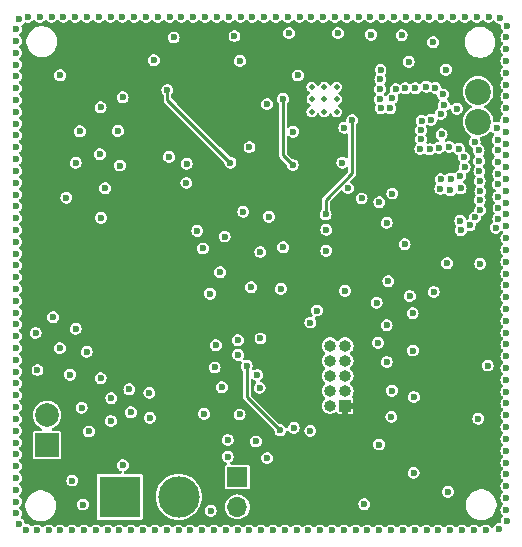
<source format=gbr>
%TF.GenerationSoftware,KiCad,Pcbnew,8.0.3*%
%TF.CreationDate,2025-04-14T11:30:40+02:00*%
%TF.ProjectId,picoballoon,7069636f-6261-46c6-9c6f-6f6e2e6b6963,rev?*%
%TF.SameCoordinates,Original*%
%TF.FileFunction,Copper,L3,Inr*%
%TF.FilePolarity,Positive*%
%FSLAX46Y46*%
G04 Gerber Fmt 4.6, Leading zero omitted, Abs format (unit mm)*
G04 Created by KiCad (PCBNEW 8.0.3) date 2025-04-14 11:30:40*
%MOMM*%
%LPD*%
G01*
G04 APERTURE LIST*
%TA.AperFunction,ComponentPad*%
%ADD10R,2.000000X2.000000*%
%TD*%
%TA.AperFunction,ComponentPad*%
%ADD11C,2.000000*%
%TD*%
%TA.AperFunction,HeatsinkPad*%
%ADD12C,0.500000*%
%TD*%
%TA.AperFunction,ComponentPad*%
%ADD13C,2.200000*%
%TD*%
%TA.AperFunction,ComponentPad*%
%ADD14R,1.000000X1.000000*%
%TD*%
%TA.AperFunction,ComponentPad*%
%ADD15O,1.000000X1.000000*%
%TD*%
%TA.AperFunction,ComponentPad*%
%ADD16R,3.500000X3.500000*%
%TD*%
%TA.AperFunction,ComponentPad*%
%ADD17C,3.500000*%
%TD*%
%TA.AperFunction,ComponentPad*%
%ADD18R,1.700000X1.700000*%
%TD*%
%TA.AperFunction,ComponentPad*%
%ADD19O,1.700000X1.700000*%
%TD*%
%TA.AperFunction,ViaPad*%
%ADD20C,0.600000*%
%TD*%
%TA.AperFunction,Conductor*%
%ADD21C,0.250000*%
%TD*%
G04 APERTURE END LIST*
D10*
%TO.N,Net-(D1-A)*%
%TO.C,SC1*%
X122120000Y-121025000D03*
D11*
%TO.N,GND*%
X122120000Y-118485000D03*
%TD*%
D12*
%TO.N,GND*%
%TO.C,*%
X144543750Y-91735000D03*
%TD*%
D13*
%TO.N,Net-(AE1-A)*%
%TO.C,AE1*%
X158610000Y-93640000D03*
%TO.N,GND*%
X158610000Y-91100000D03*
%TD*%
D12*
%TO.N,GND*%
%TO.C,*%
X145588750Y-91745000D03*
%TD*%
%TO.N,GND*%
%TO.C,*%
X145583750Y-90695000D03*
%TD*%
%TO.N,GND*%
%TO.C,*%
X146633750Y-91735000D03*
%TD*%
D14*
%TO.N,+3.3V*%
%TO.C,J1*%
X147360000Y-117690000D03*
D15*
%TO.N,/SWD_DIO*%
X146090000Y-117690000D03*
%TO.N,GND*%
X147360000Y-116420000D03*
%TO.N,/SWD_CLK*%
X146090000Y-116420000D03*
%TO.N,GND*%
X147360000Y-115150000D03*
%TO.N,unconnected-(J1-Pin_6-Pad6)*%
X146090000Y-115150000D03*
%TO.N,unconnected-(J1-Pin_7-Pad7)*%
X147360000Y-113880000D03*
%TO.N,unconnected-(J1-Pin_8-Pad8)*%
X146090000Y-113880000D03*
%TO.N,unconnected-(J1-Pin_9-Pad9)*%
X147360000Y-112610000D03*
%TO.N,/RESET*%
X146090000Y-112610000D03*
%TD*%
D16*
%TO.N,+U_SC1*%
%TO.C,C1*%
X128270000Y-125400000D03*
D17*
%TO.N,GND*%
X133270000Y-125400000D03*
%TD*%
D12*
%TO.N,GND*%
%TO.C,U1*%
X146638750Y-92795000D03*
X146638750Y-90695000D03*
X144538750Y-92795000D03*
X144538750Y-90695000D03*
%TD*%
%TO.N,GND*%
%TO.C,*%
X145583750Y-92795000D03*
%TD*%
D18*
%TO.N,+U_SC*%
%TO.C,J2*%
X138230000Y-123720000D03*
D19*
%TO.N,+U_SC1*%
X138230000Y-126260000D03*
%TD*%
D20*
%TO.N,GND*%
X161000000Y-102500000D03*
X129210000Y-118250000D03*
X158750000Y-100280000D03*
X119490000Y-89810000D03*
X156153750Y-95785000D03*
X134250000Y-128250000D03*
X140110000Y-116180000D03*
X149250000Y-128250000D03*
X156983750Y-95945000D03*
X121150000Y-111530000D03*
X155423750Y-99315000D03*
X161000000Y-91500000D03*
X155283750Y-95855000D03*
X160110000Y-102610000D03*
X119490000Y-117810000D03*
X140250000Y-128250000D03*
X126649039Y-115355314D03*
X126250000Y-128250000D03*
X140500000Y-84750000D03*
X148500000Y-84750000D03*
X161000000Y-111500000D03*
X149550000Y-86280000D03*
X158800000Y-99530000D03*
X147285000Y-94164375D03*
X132500000Y-84750000D03*
X158800000Y-105670000D03*
X140750000Y-122120000D03*
X160300000Y-96050000D03*
X153150000Y-123380000D03*
X158690000Y-96960000D03*
X119490000Y-101810000D03*
X145760000Y-104560000D03*
X130500000Y-84750000D03*
X158250000Y-128250000D03*
X155463750Y-92965000D03*
X125040000Y-117860000D03*
X161000000Y-106500000D03*
X158320000Y-95350000D03*
X157083750Y-98245000D03*
X119490000Y-108810000D03*
X128250000Y-128250000D03*
X147340000Y-107960000D03*
X157250000Y-128250000D03*
X119490000Y-111810000D03*
X146740000Y-86140000D03*
X135250000Y-128250000D03*
X139500000Y-84750000D03*
X158640000Y-118790000D03*
X124900000Y-94460000D03*
X145770000Y-102800000D03*
X152500000Y-84750000D03*
X124500000Y-84750000D03*
X136410000Y-112570000D03*
X142250000Y-128250000D03*
X129500000Y-84750000D03*
X161000000Y-120500000D03*
X144420000Y-119810000D03*
X119490000Y-110810000D03*
X138740000Y-101270000D03*
X124540000Y-111190000D03*
X155453275Y-98530330D03*
X161000000Y-96500000D03*
X142500000Y-84750000D03*
X136310000Y-114450000D03*
X124070000Y-115060000D03*
X134840000Y-102880000D03*
X133935382Y-97196073D03*
X128500000Y-84750000D03*
X145500000Y-84750000D03*
X124540000Y-97120000D03*
X139390000Y-107650000D03*
X153170000Y-116950000D03*
X154643750Y-93485000D03*
X150283750Y-91725000D03*
X153783750Y-94355000D03*
X151623750Y-90885000D03*
X151500000Y-84750000D03*
X126590000Y-96390000D03*
X144420000Y-110650000D03*
X150353750Y-89245000D03*
X129090000Y-116300000D03*
X119490000Y-92810000D03*
X125150000Y-126060000D03*
X142970000Y-94490000D03*
X140180000Y-104680000D03*
X119490000Y-97810000D03*
X151320000Y-116420000D03*
X161000000Y-105500000D03*
X123500000Y-84750000D03*
X160190000Y-94180000D03*
X143360000Y-89730000D03*
X123250000Y-128250000D03*
X156283750Y-98465000D03*
X151280000Y-118630000D03*
X161000000Y-92500000D03*
X121500000Y-84750000D03*
X147250000Y-128250000D03*
X135420000Y-118380000D03*
X157900000Y-102420000D03*
X161000000Y-86500000D03*
X127560000Y-117050000D03*
X147130000Y-97110000D03*
X125500000Y-84750000D03*
X154233750Y-90675000D03*
X157150000Y-102830000D03*
X130250000Y-128250000D03*
X146250000Y-128250000D03*
X119490000Y-95810000D03*
X150870000Y-102210000D03*
X133500000Y-84750000D03*
X155520000Y-94710000D03*
X160310000Y-97060000D03*
X156000000Y-105630000D03*
X155880000Y-89240000D03*
X150150000Y-112360000D03*
X123230000Y-89720000D03*
X155003750Y-90775000D03*
X152150000Y-86310000D03*
X119490000Y-123810000D03*
X125660000Y-119870000D03*
X150313750Y-90865000D03*
X156050000Y-124980000D03*
X142100000Y-104270000D03*
X137410000Y-122010000D03*
X123200000Y-112810000D03*
X138250000Y-128250000D03*
X161030000Y-85560000D03*
X150500000Y-84750000D03*
X151173750Y-92515000D03*
X127040000Y-99270000D03*
X155500000Y-84750000D03*
X132250000Y-128250000D03*
X133920000Y-98830000D03*
X158350000Y-101730000D03*
X119490000Y-125810000D03*
X153250000Y-128250000D03*
X141910000Y-107800000D03*
X130790000Y-116600000D03*
X145250000Y-128250000D03*
X153090000Y-113020000D03*
X139800000Y-120720000D03*
X127520000Y-118980000D03*
X161000000Y-122500000D03*
X119490000Y-114810000D03*
X161000000Y-113500000D03*
X119490000Y-103810000D03*
X158800000Y-101120000D03*
X156500000Y-84750000D03*
X119490000Y-88810000D03*
X161000000Y-87500000D03*
X156820000Y-92550000D03*
X143500000Y-84750000D03*
X136250000Y-128250000D03*
X119760000Y-84990000D03*
X161000000Y-94500000D03*
X119490000Y-104810000D03*
X136920000Y-116120000D03*
X150353750Y-92505000D03*
X131500000Y-84750000D03*
X157133750Y-99295000D03*
X131170000Y-88430000D03*
X146500000Y-84750000D03*
X154810000Y-86910000D03*
X161000000Y-123500000D03*
X156263750Y-99455000D03*
X139260000Y-95790000D03*
X137150000Y-103370000D03*
X126500000Y-84750000D03*
X136770000Y-106380000D03*
X129250000Y-128250000D03*
X119490000Y-126810000D03*
X160480000Y-84870000D03*
X161000000Y-118500000D03*
X137500000Y-84750000D03*
X155250000Y-128250000D03*
X161000000Y-124500000D03*
X140900000Y-101690000D03*
X134500000Y-84750000D03*
X161000000Y-108500000D03*
X132460000Y-96620000D03*
X137990000Y-86390000D03*
X161000000Y-115500000D03*
X161000000Y-121500000D03*
X119490000Y-124810000D03*
X122630000Y-110190000D03*
X125250000Y-128250000D03*
X158500000Y-84750000D03*
X161000000Y-109500000D03*
X158670000Y-96070000D03*
X119710000Y-127680000D03*
X161000000Y-88500000D03*
X142620000Y-86140000D03*
X138420000Y-118430000D03*
X143250000Y-128250000D03*
X119490000Y-87810000D03*
X135930000Y-108200000D03*
X161000000Y-117500000D03*
X138500000Y-84750000D03*
X135980000Y-126580000D03*
X119490000Y-93810000D03*
X147500000Y-84750000D03*
X119490000Y-99810000D03*
X161000000Y-100500000D03*
X155623750Y-91335000D03*
X161000000Y-112500000D03*
X121250000Y-128250000D03*
X119490000Y-106810000D03*
X137250000Y-128250000D03*
X152400000Y-104020000D03*
X119490000Y-121810000D03*
X152250000Y-128250000D03*
X144500000Y-84750000D03*
X150250000Y-128250000D03*
X123760000Y-100080000D03*
X151360000Y-99730000D03*
X139910000Y-115090000D03*
X140190000Y-112000000D03*
X152840000Y-108400000D03*
X158730000Y-97850000D03*
X153303750Y-90825000D03*
X160340000Y-100950000D03*
X161000000Y-101500000D03*
X141500000Y-84750000D03*
X157483750Y-97495000D03*
X128540000Y-122730000D03*
X153500000Y-84750000D03*
X159430000Y-114290000D03*
X119490000Y-112810000D03*
X138440000Y-88490000D03*
X153070000Y-109860000D03*
X161000000Y-103500000D03*
X124250000Y-128250000D03*
X150230000Y-120980000D03*
X151020000Y-107140000D03*
X144970000Y-109630000D03*
X138300000Y-113390000D03*
X161000000Y-90500000D03*
X147630000Y-99260000D03*
X157500000Y-84750000D03*
X119490000Y-105810000D03*
X161000000Y-95500000D03*
X140750000Y-92150000D03*
X154860000Y-108060000D03*
X119490000Y-119810000D03*
X157413750Y-96645000D03*
X119490000Y-91810000D03*
X153783750Y-95125000D03*
X119490000Y-98810000D03*
X151250000Y-128250000D03*
X119490000Y-113810000D03*
X161000000Y-110500000D03*
X119490000Y-86810000D03*
X119490000Y-94810000D03*
X159500000Y-84750000D03*
X150020000Y-108970000D03*
X119490000Y-120810000D03*
X127500000Y-84750000D03*
X154250000Y-128250000D03*
X148980000Y-126020000D03*
X161000000Y-99500000D03*
X119490000Y-102810000D03*
X125470000Y-113130000D03*
X137420000Y-120590000D03*
X160300000Y-98950000D03*
X161000000Y-89500000D03*
X122500000Y-84750000D03*
X161000000Y-97500000D03*
X161000000Y-119500000D03*
X119490000Y-116810000D03*
X130830000Y-118710000D03*
X148760000Y-100140000D03*
X128290000Y-97360000D03*
X158750000Y-98680000D03*
X150333750Y-90045000D03*
X141250000Y-128250000D03*
X161000000Y-125500000D03*
X136500000Y-84750000D03*
X160320000Y-98040000D03*
X153823750Y-93575000D03*
X161020000Y-127440000D03*
X119490000Y-100810000D03*
X161000000Y-126500000D03*
X161000000Y-93500000D03*
X161000000Y-114500000D03*
X128110000Y-94420000D03*
X160330000Y-101860000D03*
X119490000Y-109810000D03*
X160310000Y-95180000D03*
X119490000Y-122810000D03*
X128520000Y-91580000D03*
X143000000Y-119570000D03*
X126680000Y-101780000D03*
X149500000Y-84750000D03*
X119490000Y-96810000D03*
X119490000Y-118810000D03*
X133250000Y-128250000D03*
X119490000Y-90810000D03*
X119490000Y-85810000D03*
X120350000Y-128180000D03*
X153723750Y-95945000D03*
X150880000Y-110880000D03*
X160330000Y-100000000D03*
X139250000Y-128250000D03*
X156250000Y-128250000D03*
X152443750Y-90825000D03*
X157103750Y-102015000D03*
X122250000Y-128250000D03*
X138280000Y-112140000D03*
X151343750Y-91675000D03*
X161000000Y-107500000D03*
X124260000Y-124030000D03*
X135500000Y-84750000D03*
X144250000Y-128250000D03*
X155733750Y-92235000D03*
X161000000Y-104500000D03*
X150880000Y-113990000D03*
X126650000Y-92430000D03*
X154503750Y-95985000D03*
X152740000Y-88560000D03*
X119490000Y-107810000D03*
X121310000Y-114670000D03*
X159250000Y-128250000D03*
X161000000Y-116500000D03*
X119490000Y-115810000D03*
X132840000Y-86510000D03*
X160380000Y-128160000D03*
X135320000Y-104380000D03*
X150260000Y-100450000D03*
X154500000Y-84750000D03*
X148250000Y-128250000D03*
X161000000Y-98500000D03*
X131250000Y-128250000D03*
X120500000Y-84750000D03*
X127250000Y-128250000D03*
%TO.N,+3.3V*%
X150533750Y-88085000D03*
X136940000Y-89430000D03*
X122390000Y-104120000D03*
X136060000Y-122680000D03*
X146882500Y-100720000D03*
X122210000Y-107790000D03*
X159920000Y-108960000D03*
X146663750Y-88145000D03*
X153770000Y-115360000D03*
X134880000Y-92670000D03*
X140120000Y-93260000D03*
X122130000Y-105850000D03*
X154190000Y-118830000D03*
X127630000Y-112450000D03*
X159120000Y-119700000D03*
X148670000Y-121610000D03*
X149980000Y-119070000D03*
X159240000Y-115350000D03*
X140210000Y-113250000D03*
X135540000Y-101780000D03*
X122430000Y-102760000D03*
X149350000Y-110530000D03*
X151050000Y-123730000D03*
%TO.N,/SDN*%
X147960000Y-93510000D03*
X145711025Y-101486696D03*
%TO.N,/SCLK*%
X142100000Y-91710000D03*
X142920000Y-97310000D03*
%TO.N,/SWD_DIO*%
X141870000Y-119780000D03*
X139020000Y-114300000D03*
%TO.N,/GNSS_RESET*%
X132310000Y-90960000D03*
X137650000Y-97110000D03*
%TD*%
D21*
%TO.N,/SDN*%
X147960000Y-98030000D02*
X147960000Y-93510000D01*
X145711025Y-100278975D02*
X147960000Y-98030000D01*
X145711025Y-101486696D02*
X145711025Y-100278975D01*
%TO.N,/SCLK*%
X142100000Y-91710000D02*
X142100000Y-96490000D01*
X142100000Y-96490000D02*
X142920000Y-97310000D01*
%TO.N,/SWD_DIO*%
X139020000Y-116930000D02*
X141870000Y-119780000D01*
X139020000Y-114300000D02*
X139020000Y-116930000D01*
%TO.N,/GNSS_RESET*%
X132310000Y-91770000D02*
X137650000Y-97110000D01*
X132310000Y-90960000D02*
X132310000Y-91770000D01*
%TD*%
%TA.AperFunction,Conductor*%
%TO.N,+3.3V*%
G36*
X121093711Y-85045402D02*
G01*
X121105815Y-85059371D01*
X121148779Y-85108955D01*
X121168872Y-85132143D01*
X121289947Y-85209953D01*
X121289950Y-85209954D01*
X121289949Y-85209954D01*
X121428036Y-85250499D01*
X121428038Y-85250500D01*
X121428039Y-85250500D01*
X121571962Y-85250500D01*
X121571962Y-85250499D01*
X121710053Y-85209953D01*
X121831128Y-85132143D01*
X121906287Y-85045403D01*
X121965064Y-85007629D01*
X122034934Y-85007629D01*
X122093711Y-85045402D01*
X122105815Y-85059371D01*
X122148779Y-85108955D01*
X122168872Y-85132143D01*
X122289947Y-85209953D01*
X122289950Y-85209954D01*
X122289949Y-85209954D01*
X122428036Y-85250499D01*
X122428038Y-85250500D01*
X122428039Y-85250500D01*
X122571962Y-85250500D01*
X122571962Y-85250499D01*
X122710053Y-85209953D01*
X122831128Y-85132143D01*
X122906287Y-85045403D01*
X122965064Y-85007629D01*
X123034934Y-85007629D01*
X123093711Y-85045402D01*
X123105815Y-85059371D01*
X123148779Y-85108955D01*
X123168872Y-85132143D01*
X123289947Y-85209953D01*
X123289950Y-85209954D01*
X123289949Y-85209954D01*
X123428036Y-85250499D01*
X123428038Y-85250500D01*
X123428039Y-85250500D01*
X123571962Y-85250500D01*
X123571962Y-85250499D01*
X123710053Y-85209953D01*
X123831128Y-85132143D01*
X123906287Y-85045403D01*
X123965064Y-85007629D01*
X124034934Y-85007629D01*
X124093711Y-85045402D01*
X124105815Y-85059371D01*
X124148779Y-85108955D01*
X124168872Y-85132143D01*
X124289947Y-85209953D01*
X124289950Y-85209954D01*
X124289949Y-85209954D01*
X124428036Y-85250499D01*
X124428038Y-85250500D01*
X124428039Y-85250500D01*
X124571962Y-85250500D01*
X124571962Y-85250499D01*
X124710053Y-85209953D01*
X124831128Y-85132143D01*
X124906287Y-85045403D01*
X124965064Y-85007629D01*
X125034934Y-85007629D01*
X125093711Y-85045402D01*
X125105815Y-85059371D01*
X125148779Y-85108955D01*
X125168872Y-85132143D01*
X125289947Y-85209953D01*
X125289950Y-85209954D01*
X125289949Y-85209954D01*
X125428036Y-85250499D01*
X125428038Y-85250500D01*
X125428039Y-85250500D01*
X125571962Y-85250500D01*
X125571962Y-85250499D01*
X125710053Y-85209953D01*
X125831128Y-85132143D01*
X125906287Y-85045403D01*
X125965064Y-85007629D01*
X126034934Y-85007629D01*
X126093711Y-85045402D01*
X126105815Y-85059371D01*
X126148779Y-85108955D01*
X126168872Y-85132143D01*
X126289947Y-85209953D01*
X126289950Y-85209954D01*
X126289949Y-85209954D01*
X126428036Y-85250499D01*
X126428038Y-85250500D01*
X126428039Y-85250500D01*
X126571962Y-85250500D01*
X126571962Y-85250499D01*
X126710053Y-85209953D01*
X126831128Y-85132143D01*
X126906287Y-85045403D01*
X126965064Y-85007629D01*
X127034934Y-85007629D01*
X127093711Y-85045402D01*
X127105815Y-85059371D01*
X127148779Y-85108955D01*
X127168872Y-85132143D01*
X127289947Y-85209953D01*
X127289950Y-85209954D01*
X127289949Y-85209954D01*
X127428036Y-85250499D01*
X127428038Y-85250500D01*
X127428039Y-85250500D01*
X127571962Y-85250500D01*
X127571962Y-85250499D01*
X127710053Y-85209953D01*
X127831128Y-85132143D01*
X127906287Y-85045403D01*
X127965064Y-85007629D01*
X128034934Y-85007629D01*
X128093711Y-85045402D01*
X128105815Y-85059371D01*
X128148779Y-85108955D01*
X128168872Y-85132143D01*
X128289947Y-85209953D01*
X128289950Y-85209954D01*
X128289949Y-85209954D01*
X128428036Y-85250499D01*
X128428038Y-85250500D01*
X128428039Y-85250500D01*
X128571962Y-85250500D01*
X128571962Y-85250499D01*
X128710053Y-85209953D01*
X128831128Y-85132143D01*
X128906287Y-85045403D01*
X128965064Y-85007629D01*
X129034934Y-85007629D01*
X129093711Y-85045402D01*
X129105815Y-85059371D01*
X129148779Y-85108955D01*
X129168872Y-85132143D01*
X129289947Y-85209953D01*
X129289950Y-85209954D01*
X129289949Y-85209954D01*
X129428036Y-85250499D01*
X129428038Y-85250500D01*
X129428039Y-85250500D01*
X129571962Y-85250500D01*
X129571962Y-85250499D01*
X129710053Y-85209953D01*
X129831128Y-85132143D01*
X129906287Y-85045403D01*
X129965064Y-85007629D01*
X130034934Y-85007629D01*
X130093711Y-85045402D01*
X130105815Y-85059371D01*
X130148779Y-85108955D01*
X130168872Y-85132143D01*
X130289947Y-85209953D01*
X130289950Y-85209954D01*
X130289949Y-85209954D01*
X130428036Y-85250499D01*
X130428038Y-85250500D01*
X130428039Y-85250500D01*
X130571962Y-85250500D01*
X130571962Y-85250499D01*
X130710053Y-85209953D01*
X130831128Y-85132143D01*
X130906287Y-85045403D01*
X130965064Y-85007629D01*
X131034934Y-85007629D01*
X131093711Y-85045402D01*
X131105815Y-85059371D01*
X131148779Y-85108955D01*
X131168872Y-85132143D01*
X131289947Y-85209953D01*
X131289950Y-85209954D01*
X131289949Y-85209954D01*
X131428036Y-85250499D01*
X131428038Y-85250500D01*
X131428039Y-85250500D01*
X131571962Y-85250500D01*
X131571962Y-85250499D01*
X131710053Y-85209953D01*
X131831128Y-85132143D01*
X131906287Y-85045403D01*
X131965064Y-85007629D01*
X132034934Y-85007629D01*
X132093711Y-85045402D01*
X132105815Y-85059371D01*
X132148779Y-85108955D01*
X132168872Y-85132143D01*
X132289947Y-85209953D01*
X132289950Y-85209954D01*
X132289949Y-85209954D01*
X132428036Y-85250499D01*
X132428038Y-85250500D01*
X132428039Y-85250500D01*
X132571962Y-85250500D01*
X132571962Y-85250499D01*
X132710053Y-85209953D01*
X132831128Y-85132143D01*
X132906287Y-85045403D01*
X132965064Y-85007629D01*
X133034934Y-85007629D01*
X133093711Y-85045402D01*
X133105815Y-85059371D01*
X133148779Y-85108955D01*
X133168872Y-85132143D01*
X133289947Y-85209953D01*
X133289950Y-85209954D01*
X133289949Y-85209954D01*
X133428036Y-85250499D01*
X133428038Y-85250500D01*
X133428039Y-85250500D01*
X133571962Y-85250500D01*
X133571962Y-85250499D01*
X133710053Y-85209953D01*
X133831128Y-85132143D01*
X133906287Y-85045403D01*
X133965064Y-85007629D01*
X134034934Y-85007629D01*
X134093711Y-85045402D01*
X134105815Y-85059371D01*
X134148779Y-85108955D01*
X134168872Y-85132143D01*
X134289947Y-85209953D01*
X134289950Y-85209954D01*
X134289949Y-85209954D01*
X134428036Y-85250499D01*
X134428038Y-85250500D01*
X134428039Y-85250500D01*
X134571962Y-85250500D01*
X134571962Y-85250499D01*
X134710053Y-85209953D01*
X134831128Y-85132143D01*
X134906287Y-85045403D01*
X134965064Y-85007629D01*
X135034934Y-85007629D01*
X135093711Y-85045402D01*
X135105815Y-85059371D01*
X135148779Y-85108955D01*
X135168872Y-85132143D01*
X135289947Y-85209953D01*
X135289950Y-85209954D01*
X135289949Y-85209954D01*
X135428036Y-85250499D01*
X135428038Y-85250500D01*
X135428039Y-85250500D01*
X135571962Y-85250500D01*
X135571962Y-85250499D01*
X135710053Y-85209953D01*
X135831128Y-85132143D01*
X135906287Y-85045403D01*
X135965064Y-85007629D01*
X136034934Y-85007629D01*
X136093711Y-85045402D01*
X136105815Y-85059371D01*
X136148779Y-85108955D01*
X136168872Y-85132143D01*
X136289947Y-85209953D01*
X136289950Y-85209954D01*
X136289949Y-85209954D01*
X136428036Y-85250499D01*
X136428038Y-85250500D01*
X136428039Y-85250500D01*
X136571962Y-85250500D01*
X136571962Y-85250499D01*
X136710053Y-85209953D01*
X136831128Y-85132143D01*
X136906287Y-85045403D01*
X136965064Y-85007629D01*
X137034934Y-85007629D01*
X137093711Y-85045402D01*
X137105815Y-85059371D01*
X137148779Y-85108955D01*
X137168872Y-85132143D01*
X137289947Y-85209953D01*
X137289950Y-85209954D01*
X137289949Y-85209954D01*
X137428036Y-85250499D01*
X137428038Y-85250500D01*
X137428039Y-85250500D01*
X137571962Y-85250500D01*
X137571962Y-85250499D01*
X137710053Y-85209953D01*
X137831128Y-85132143D01*
X137906287Y-85045403D01*
X137965064Y-85007629D01*
X138034934Y-85007629D01*
X138093711Y-85045402D01*
X138105815Y-85059371D01*
X138148779Y-85108955D01*
X138168872Y-85132143D01*
X138289947Y-85209953D01*
X138289950Y-85209954D01*
X138289949Y-85209954D01*
X138428036Y-85250499D01*
X138428038Y-85250500D01*
X138428039Y-85250500D01*
X138571962Y-85250500D01*
X138571962Y-85250499D01*
X138710053Y-85209953D01*
X138831128Y-85132143D01*
X138906287Y-85045403D01*
X138965064Y-85007629D01*
X139034934Y-85007629D01*
X139093711Y-85045402D01*
X139105815Y-85059371D01*
X139148779Y-85108955D01*
X139168872Y-85132143D01*
X139289947Y-85209953D01*
X139289950Y-85209954D01*
X139289949Y-85209954D01*
X139428036Y-85250499D01*
X139428038Y-85250500D01*
X139428039Y-85250500D01*
X139571962Y-85250500D01*
X139571962Y-85250499D01*
X139710053Y-85209953D01*
X139831128Y-85132143D01*
X139906287Y-85045403D01*
X139965064Y-85007629D01*
X140034934Y-85007629D01*
X140093711Y-85045402D01*
X140105815Y-85059371D01*
X140148779Y-85108955D01*
X140168872Y-85132143D01*
X140289947Y-85209953D01*
X140289950Y-85209954D01*
X140289949Y-85209954D01*
X140428036Y-85250499D01*
X140428038Y-85250500D01*
X140428039Y-85250500D01*
X140571962Y-85250500D01*
X140571962Y-85250499D01*
X140710053Y-85209953D01*
X140831128Y-85132143D01*
X140906287Y-85045403D01*
X140965064Y-85007629D01*
X141034934Y-85007629D01*
X141093711Y-85045402D01*
X141105815Y-85059371D01*
X141148779Y-85108955D01*
X141168872Y-85132143D01*
X141289947Y-85209953D01*
X141289950Y-85209954D01*
X141289949Y-85209954D01*
X141428036Y-85250499D01*
X141428038Y-85250500D01*
X141428039Y-85250500D01*
X141571962Y-85250500D01*
X141571962Y-85250499D01*
X141710053Y-85209953D01*
X141831128Y-85132143D01*
X141906287Y-85045403D01*
X141965064Y-85007629D01*
X142034934Y-85007629D01*
X142093711Y-85045402D01*
X142105815Y-85059371D01*
X142148779Y-85108955D01*
X142168872Y-85132143D01*
X142289947Y-85209953D01*
X142289950Y-85209954D01*
X142289949Y-85209954D01*
X142428036Y-85250499D01*
X142428038Y-85250500D01*
X142428039Y-85250500D01*
X142571962Y-85250500D01*
X142571962Y-85250499D01*
X142710053Y-85209953D01*
X142831128Y-85132143D01*
X142906287Y-85045403D01*
X142965064Y-85007629D01*
X143034934Y-85007629D01*
X143093711Y-85045402D01*
X143105815Y-85059371D01*
X143148779Y-85108955D01*
X143168872Y-85132143D01*
X143289947Y-85209953D01*
X143289950Y-85209954D01*
X143289949Y-85209954D01*
X143428036Y-85250499D01*
X143428038Y-85250500D01*
X143428039Y-85250500D01*
X143571962Y-85250500D01*
X143571962Y-85250499D01*
X143710053Y-85209953D01*
X143831128Y-85132143D01*
X143906287Y-85045403D01*
X143965064Y-85007629D01*
X144034934Y-85007629D01*
X144093711Y-85045402D01*
X144105815Y-85059371D01*
X144148779Y-85108955D01*
X144168872Y-85132143D01*
X144289947Y-85209953D01*
X144289950Y-85209954D01*
X144289949Y-85209954D01*
X144428036Y-85250499D01*
X144428038Y-85250500D01*
X144428039Y-85250500D01*
X144571962Y-85250500D01*
X144571962Y-85250499D01*
X144710053Y-85209953D01*
X144831128Y-85132143D01*
X144906287Y-85045403D01*
X144965064Y-85007629D01*
X145034934Y-85007629D01*
X145093711Y-85045402D01*
X145105815Y-85059371D01*
X145148779Y-85108955D01*
X145168872Y-85132143D01*
X145289947Y-85209953D01*
X145289950Y-85209954D01*
X145289949Y-85209954D01*
X145428036Y-85250499D01*
X145428038Y-85250500D01*
X145428039Y-85250500D01*
X145571962Y-85250500D01*
X145571962Y-85250499D01*
X145710053Y-85209953D01*
X145831128Y-85132143D01*
X145906287Y-85045403D01*
X145965064Y-85007629D01*
X146034934Y-85007629D01*
X146093711Y-85045402D01*
X146105815Y-85059371D01*
X146148779Y-85108955D01*
X146168872Y-85132143D01*
X146289947Y-85209953D01*
X146289950Y-85209954D01*
X146289949Y-85209954D01*
X146428036Y-85250499D01*
X146428038Y-85250500D01*
X146428039Y-85250500D01*
X146571962Y-85250500D01*
X146571962Y-85250499D01*
X146710053Y-85209953D01*
X146831128Y-85132143D01*
X146906287Y-85045403D01*
X146965064Y-85007629D01*
X147034934Y-85007629D01*
X147093711Y-85045402D01*
X147105815Y-85059371D01*
X147148779Y-85108955D01*
X147168872Y-85132143D01*
X147289947Y-85209953D01*
X147289950Y-85209954D01*
X147289949Y-85209954D01*
X147428036Y-85250499D01*
X147428038Y-85250500D01*
X147428039Y-85250500D01*
X147571962Y-85250500D01*
X147571962Y-85250499D01*
X147710053Y-85209953D01*
X147831128Y-85132143D01*
X147906287Y-85045403D01*
X147965064Y-85007629D01*
X148034934Y-85007629D01*
X148093711Y-85045402D01*
X148105815Y-85059371D01*
X148148779Y-85108955D01*
X148168872Y-85132143D01*
X148289947Y-85209953D01*
X148289950Y-85209954D01*
X148289949Y-85209954D01*
X148428036Y-85250499D01*
X148428038Y-85250500D01*
X148428039Y-85250500D01*
X148571962Y-85250500D01*
X148571962Y-85250499D01*
X148710053Y-85209953D01*
X148831128Y-85132143D01*
X148906287Y-85045403D01*
X148965064Y-85007629D01*
X149034934Y-85007629D01*
X149093711Y-85045402D01*
X149105815Y-85059371D01*
X149148779Y-85108955D01*
X149168872Y-85132143D01*
X149289947Y-85209953D01*
X149289950Y-85209954D01*
X149289949Y-85209954D01*
X149428036Y-85250499D01*
X149428038Y-85250500D01*
X149428039Y-85250500D01*
X149571962Y-85250500D01*
X149571962Y-85250499D01*
X149710053Y-85209953D01*
X149831128Y-85132143D01*
X149906287Y-85045403D01*
X149965064Y-85007629D01*
X150034934Y-85007629D01*
X150093711Y-85045402D01*
X150105815Y-85059371D01*
X150148779Y-85108955D01*
X150168872Y-85132143D01*
X150289947Y-85209953D01*
X150289950Y-85209954D01*
X150289949Y-85209954D01*
X150428036Y-85250499D01*
X150428038Y-85250500D01*
X150428039Y-85250500D01*
X150571962Y-85250500D01*
X150571962Y-85250499D01*
X150710053Y-85209953D01*
X150831128Y-85132143D01*
X150906287Y-85045403D01*
X150965064Y-85007629D01*
X151034934Y-85007629D01*
X151093711Y-85045402D01*
X151105815Y-85059371D01*
X151148779Y-85108955D01*
X151168872Y-85132143D01*
X151289947Y-85209953D01*
X151289950Y-85209954D01*
X151289949Y-85209954D01*
X151428036Y-85250499D01*
X151428038Y-85250500D01*
X151428039Y-85250500D01*
X151571962Y-85250500D01*
X151571962Y-85250499D01*
X151710053Y-85209953D01*
X151831128Y-85132143D01*
X151906287Y-85045403D01*
X151965064Y-85007629D01*
X152034934Y-85007629D01*
X152093711Y-85045402D01*
X152105815Y-85059371D01*
X152148779Y-85108955D01*
X152168872Y-85132143D01*
X152289947Y-85209953D01*
X152289950Y-85209954D01*
X152289949Y-85209954D01*
X152428036Y-85250499D01*
X152428038Y-85250500D01*
X152428039Y-85250500D01*
X152571962Y-85250500D01*
X152571962Y-85250499D01*
X152710053Y-85209953D01*
X152831128Y-85132143D01*
X152906287Y-85045403D01*
X152965064Y-85007629D01*
X153034934Y-85007629D01*
X153093711Y-85045402D01*
X153105815Y-85059371D01*
X153148779Y-85108955D01*
X153168872Y-85132143D01*
X153289947Y-85209953D01*
X153289950Y-85209954D01*
X153289949Y-85209954D01*
X153428036Y-85250499D01*
X153428038Y-85250500D01*
X153428039Y-85250500D01*
X153571962Y-85250500D01*
X153571962Y-85250499D01*
X153710053Y-85209953D01*
X153831128Y-85132143D01*
X153906287Y-85045403D01*
X153965064Y-85007629D01*
X154034934Y-85007629D01*
X154093711Y-85045402D01*
X154105815Y-85059371D01*
X154148779Y-85108955D01*
X154168872Y-85132143D01*
X154289947Y-85209953D01*
X154289950Y-85209954D01*
X154289949Y-85209954D01*
X154428036Y-85250499D01*
X154428038Y-85250500D01*
X154428039Y-85250500D01*
X154571962Y-85250500D01*
X154571962Y-85250499D01*
X154710053Y-85209953D01*
X154831128Y-85132143D01*
X154906287Y-85045403D01*
X154965064Y-85007629D01*
X155034934Y-85007629D01*
X155093711Y-85045402D01*
X155105815Y-85059371D01*
X155148779Y-85108955D01*
X155168872Y-85132143D01*
X155289947Y-85209953D01*
X155289950Y-85209954D01*
X155289949Y-85209954D01*
X155428036Y-85250499D01*
X155428038Y-85250500D01*
X155428039Y-85250500D01*
X155571962Y-85250500D01*
X155571962Y-85250499D01*
X155710053Y-85209953D01*
X155831128Y-85132143D01*
X155906287Y-85045403D01*
X155965064Y-85007629D01*
X156034934Y-85007629D01*
X156093711Y-85045402D01*
X156105815Y-85059371D01*
X156148779Y-85108955D01*
X156168872Y-85132143D01*
X156289947Y-85209953D01*
X156289950Y-85209954D01*
X156289949Y-85209954D01*
X156428036Y-85250499D01*
X156428038Y-85250500D01*
X156428039Y-85250500D01*
X156571962Y-85250500D01*
X156571962Y-85250499D01*
X156710053Y-85209953D01*
X156831128Y-85132143D01*
X156906287Y-85045403D01*
X156965064Y-85007629D01*
X157034934Y-85007629D01*
X157093711Y-85045402D01*
X157105815Y-85059371D01*
X157148779Y-85108955D01*
X157168872Y-85132143D01*
X157289947Y-85209953D01*
X157289950Y-85209954D01*
X157289949Y-85209954D01*
X157428036Y-85250499D01*
X157428038Y-85250500D01*
X157428039Y-85250500D01*
X157571962Y-85250500D01*
X157571962Y-85250499D01*
X157710053Y-85209953D01*
X157831128Y-85132143D01*
X157906287Y-85045403D01*
X157965064Y-85007629D01*
X158034934Y-85007629D01*
X158093711Y-85045402D01*
X158105815Y-85059371D01*
X158148779Y-85108955D01*
X158168872Y-85132143D01*
X158289947Y-85209953D01*
X158289950Y-85209954D01*
X158289949Y-85209954D01*
X158428036Y-85250499D01*
X158428038Y-85250500D01*
X158428039Y-85250500D01*
X158571962Y-85250500D01*
X158571962Y-85250499D01*
X158710053Y-85209953D01*
X158831128Y-85132143D01*
X158906287Y-85045403D01*
X158965064Y-85007629D01*
X159034934Y-85007629D01*
X159093711Y-85045402D01*
X159105815Y-85059371D01*
X159148779Y-85108955D01*
X159168872Y-85132143D01*
X159289947Y-85209953D01*
X159289950Y-85209954D01*
X159289949Y-85209954D01*
X159428036Y-85250499D01*
X159428038Y-85250500D01*
X159428039Y-85250500D01*
X159571962Y-85250500D01*
X159571962Y-85250499D01*
X159710053Y-85209953D01*
X159831128Y-85132143D01*
X159847773Y-85112933D01*
X159906549Y-85075158D01*
X159976419Y-85075157D01*
X160035198Y-85112931D01*
X160054278Y-85142619D01*
X160054620Y-85143368D01*
X160054623Y-85143373D01*
X160148872Y-85252143D01*
X160269947Y-85329953D01*
X160269950Y-85329954D01*
X160269949Y-85329954D01*
X160408036Y-85370499D01*
X160408038Y-85370500D01*
X160408495Y-85370500D01*
X160408933Y-85370628D01*
X160416816Y-85371762D01*
X160416653Y-85372895D01*
X160475534Y-85390185D01*
X160521289Y-85442989D01*
X160531233Y-85512146D01*
X160524353Y-85559999D01*
X160544834Y-85702456D01*
X160592904Y-85807713D01*
X160604623Y-85833373D01*
X160692225Y-85934472D01*
X160721250Y-85998027D01*
X160711306Y-86067186D01*
X160674009Y-86110238D01*
X160675577Y-86112047D01*
X160668874Y-86117855D01*
X160574623Y-86226626D01*
X160574622Y-86226628D01*
X160514834Y-86357543D01*
X160494353Y-86500000D01*
X160514834Y-86642456D01*
X160574061Y-86772143D01*
X160574623Y-86773373D01*
X160668872Y-86882143D01*
X160668874Y-86882144D01*
X160689943Y-86895685D01*
X160735698Y-86948489D01*
X160745641Y-87017648D01*
X160716615Y-87081203D01*
X160689943Y-87104315D01*
X160668874Y-87117855D01*
X160574623Y-87226626D01*
X160574622Y-87226628D01*
X160514834Y-87357543D01*
X160494353Y-87500000D01*
X160514834Y-87642456D01*
X160571825Y-87767246D01*
X160574623Y-87773373D01*
X160668872Y-87882143D01*
X160668874Y-87882144D01*
X160689943Y-87895685D01*
X160735698Y-87948489D01*
X160745641Y-88017648D01*
X160716615Y-88081203D01*
X160689943Y-88104315D01*
X160668874Y-88117855D01*
X160574623Y-88226626D01*
X160574622Y-88226628D01*
X160514834Y-88357543D01*
X160494353Y-88500000D01*
X160514834Y-88642456D01*
X160561437Y-88744500D01*
X160574623Y-88773373D01*
X160668872Y-88882143D01*
X160668874Y-88882144D01*
X160689943Y-88895685D01*
X160735698Y-88948489D01*
X160745641Y-89017648D01*
X160716615Y-89081203D01*
X160689943Y-89104315D01*
X160668874Y-89117855D01*
X160574623Y-89226626D01*
X160574622Y-89226628D01*
X160514834Y-89357543D01*
X160494353Y-89500000D01*
X160514834Y-89642456D01*
X160559610Y-89740499D01*
X160574623Y-89773373D01*
X160668872Y-89882143D01*
X160668874Y-89882144D01*
X160689943Y-89895685D01*
X160735698Y-89948489D01*
X160745641Y-90017648D01*
X160716615Y-90081203D01*
X160689943Y-90104315D01*
X160668874Y-90117855D01*
X160574623Y-90226626D01*
X160574622Y-90226628D01*
X160514834Y-90357543D01*
X160494353Y-90500000D01*
X160514834Y-90642456D01*
X160551409Y-90722543D01*
X160574623Y-90773373D01*
X160668872Y-90882143D01*
X160673318Y-90885000D01*
X160689943Y-90895685D01*
X160735698Y-90948489D01*
X160745641Y-91017648D01*
X160716615Y-91081203D01*
X160689943Y-91104315D01*
X160668874Y-91117855D01*
X160668872Y-91117856D01*
X160668872Y-91117857D01*
X160648406Y-91141476D01*
X160574623Y-91226626D01*
X160574622Y-91226628D01*
X160514834Y-91357543D01*
X160494353Y-91500000D01*
X160514834Y-91642456D01*
X160553512Y-91727147D01*
X160574623Y-91773373D01*
X160668872Y-91882143D01*
X160668874Y-91882144D01*
X160689943Y-91895685D01*
X160735698Y-91948489D01*
X160745641Y-92017648D01*
X160716615Y-92081203D01*
X160689943Y-92104315D01*
X160668874Y-92117855D01*
X160574623Y-92226626D01*
X160574622Y-92226628D01*
X160514834Y-92357543D01*
X160494353Y-92500000D01*
X160514834Y-92642456D01*
X160545094Y-92708715D01*
X160574623Y-92773373D01*
X160668872Y-92882143D01*
X160670797Y-92883380D01*
X160689943Y-92895685D01*
X160735698Y-92948489D01*
X160745641Y-93017648D01*
X160716615Y-93081203D01*
X160689943Y-93104315D01*
X160668874Y-93117855D01*
X160574623Y-93226626D01*
X160574622Y-93226628D01*
X160514834Y-93357543D01*
X160494353Y-93500000D01*
X160504082Y-93567672D01*
X160494138Y-93636830D01*
X160448383Y-93689634D01*
X160381343Y-93709318D01*
X160346410Y-93704295D01*
X160261964Y-93679500D01*
X160261961Y-93679500D01*
X160118039Y-93679500D01*
X160118035Y-93679500D01*
X160069177Y-93693846D01*
X159999307Y-93693846D01*
X159940529Y-93656071D01*
X159911505Y-93592515D01*
X159910715Y-93585676D01*
X159905164Y-93522229D01*
X159895635Y-93413308D01*
X159841595Y-93211627D01*
X159836741Y-93193511D01*
X159836738Y-93193502D01*
X159806127Y-93127857D01*
X159740568Y-92987266D01*
X159610047Y-92800861D01*
X159610045Y-92800858D01*
X159449141Y-92639954D01*
X159262734Y-92509432D01*
X159262728Y-92509429D01*
X159204725Y-92482382D01*
X159152285Y-92436210D01*
X159133133Y-92369017D01*
X159153348Y-92302135D01*
X159204725Y-92257618D01*
X159206224Y-92256919D01*
X159262734Y-92230568D01*
X159449139Y-92100047D01*
X159610047Y-91939139D01*
X159740568Y-91752734D01*
X159836739Y-91546496D01*
X159895635Y-91326692D01*
X159914897Y-91106523D01*
X159915468Y-91100001D01*
X159915468Y-91099998D01*
X159908263Y-91017648D01*
X159895635Y-90873308D01*
X159836739Y-90653504D01*
X159740568Y-90447266D01*
X159610047Y-90260861D01*
X159610045Y-90260858D01*
X159449141Y-90099954D01*
X159262734Y-89969432D01*
X159262732Y-89969431D01*
X159056497Y-89873261D01*
X159056488Y-89873258D01*
X158836697Y-89814366D01*
X158836693Y-89814365D01*
X158836692Y-89814365D01*
X158836691Y-89814364D01*
X158836686Y-89814364D01*
X158610002Y-89794532D01*
X158609998Y-89794532D01*
X158383313Y-89814364D01*
X158383302Y-89814366D01*
X158163511Y-89873258D01*
X158163502Y-89873261D01*
X157957267Y-89969431D01*
X157957265Y-89969432D01*
X157770858Y-90099954D01*
X157609954Y-90260858D01*
X157479432Y-90447265D01*
X157479431Y-90447267D01*
X157383261Y-90653502D01*
X157383258Y-90653511D01*
X157324366Y-90873302D01*
X157324364Y-90873313D01*
X157304532Y-91099998D01*
X157304532Y-91100001D01*
X157324364Y-91326686D01*
X157324366Y-91326697D01*
X157383258Y-91546488D01*
X157383261Y-91546497D01*
X157479431Y-91752732D01*
X157479432Y-91752734D01*
X157609954Y-91939141D01*
X157770858Y-92100045D01*
X157803437Y-92122857D01*
X157957266Y-92230568D01*
X158013776Y-92256919D01*
X158015275Y-92257618D01*
X158067714Y-92303791D01*
X158086866Y-92370984D01*
X158066650Y-92437865D01*
X158015275Y-92482382D01*
X157957267Y-92509431D01*
X157957265Y-92509432D01*
X157770858Y-92639954D01*
X157609954Y-92800858D01*
X157479432Y-92987265D01*
X157479431Y-92987267D01*
X157383261Y-93193502D01*
X157383258Y-93193511D01*
X157324366Y-93413302D01*
X157324364Y-93413313D01*
X157304532Y-93639998D01*
X157304532Y-93640001D01*
X157324364Y-93866686D01*
X157324366Y-93866697D01*
X157383258Y-94086488D01*
X157383261Y-94086497D01*
X157479431Y-94292732D01*
X157479432Y-94292734D01*
X157609954Y-94479141D01*
X157770858Y-94640045D01*
X157770861Y-94640047D01*
X157957266Y-94770568D01*
X157957269Y-94770569D01*
X157961957Y-94773276D01*
X157960661Y-94775519D01*
X158004985Y-94814431D01*
X158024234Y-94881596D01*
X158004116Y-94948507D01*
X157993951Y-94961995D01*
X157894623Y-95076627D01*
X157894622Y-95076628D01*
X157834834Y-95207543D01*
X157814353Y-95350000D01*
X157834834Y-95492456D01*
X157886062Y-95604628D01*
X157894623Y-95623373D01*
X157988872Y-95732143D01*
X158089213Y-95796628D01*
X158109949Y-95809954D01*
X158111649Y-95810730D01*
X158113060Y-95811953D01*
X158117408Y-95814747D01*
X158117006Y-95815372D01*
X158164453Y-95856485D01*
X158184137Y-95923525D01*
X158182875Y-95941170D01*
X158164353Y-96069999D01*
X158184834Y-96212456D01*
X158244622Y-96343371D01*
X158244625Y-96343376D01*
X158332975Y-96445338D01*
X158362000Y-96508893D01*
X158352056Y-96578052D01*
X158332976Y-96607742D01*
X158264623Y-96686627D01*
X158264622Y-96686628D01*
X158204834Y-96817543D01*
X158184353Y-96960000D01*
X158204834Y-97102456D01*
X158259256Y-97221622D01*
X158264623Y-97233373D01*
X158358872Y-97342143D01*
X158358874Y-97342144D01*
X158362975Y-97346877D01*
X158392000Y-97410433D01*
X158382056Y-97479591D01*
X158362976Y-97509281D01*
X158304625Y-97576622D01*
X158304622Y-97576628D01*
X158244834Y-97707543D01*
X158224353Y-97850000D01*
X158244834Y-97992456D01*
X158304622Y-98123371D01*
X158304625Y-98123376D01*
X158366980Y-98195338D01*
X158396005Y-98258893D01*
X158386061Y-98328052D01*
X158366981Y-98357741D01*
X158324625Y-98406622D01*
X158324622Y-98406628D01*
X158264834Y-98537543D01*
X158244353Y-98680000D01*
X158264834Y-98822456D01*
X158324622Y-98953371D01*
X158324625Y-98953376D01*
X158410645Y-99052649D01*
X158439670Y-99116204D01*
X158429726Y-99185363D01*
X158410646Y-99215052D01*
X158374625Y-99256622D01*
X158374622Y-99256628D01*
X158314834Y-99387543D01*
X158294353Y-99530000D01*
X158314834Y-99672456D01*
X158374622Y-99803371D01*
X158378145Y-99808853D01*
X158397829Y-99875892D01*
X158378144Y-99942932D01*
X158367543Y-99957094D01*
X158324623Y-100006627D01*
X158324622Y-100006628D01*
X158264834Y-100137543D01*
X158244353Y-100280000D01*
X158264834Y-100422456D01*
X158316975Y-100536626D01*
X158324623Y-100553373D01*
X158406313Y-100647650D01*
X158435338Y-100711204D01*
X158425394Y-100780362D01*
X158406314Y-100810053D01*
X158374623Y-100846627D01*
X158374622Y-100846628D01*
X158314834Y-100977543D01*
X158294353Y-101120001D01*
X158294353Y-101128869D01*
X158291390Y-101128869D01*
X158283548Y-101183303D01*
X158237779Y-101236095D01*
X158205704Y-101250738D01*
X158139948Y-101270046D01*
X158018873Y-101347856D01*
X157924623Y-101456626D01*
X157924622Y-101456628D01*
X157864834Y-101587543D01*
X157844353Y-101730000D01*
X157854543Y-101800874D01*
X157844599Y-101870033D01*
X157798844Y-101922837D01*
X157766739Y-101937498D01*
X157739190Y-101945587D01*
X157669321Y-101945587D01*
X157610543Y-101907812D01*
X157591462Y-101878121D01*
X157588875Y-101872457D01*
X157560352Y-101810000D01*
X157529129Y-101741630D01*
X157529126Y-101741626D01*
X157519012Y-101729954D01*
X157434878Y-101632857D01*
X157313803Y-101555047D01*
X157313801Y-101555046D01*
X157313799Y-101555045D01*
X157313800Y-101555045D01*
X157175713Y-101514500D01*
X157175711Y-101514500D01*
X157031789Y-101514500D01*
X157031786Y-101514500D01*
X156893699Y-101555045D01*
X156772623Y-101632856D01*
X156678373Y-101741626D01*
X156678372Y-101741628D01*
X156618584Y-101872543D01*
X156598103Y-102015000D01*
X156618584Y-102157456D01*
X156678372Y-102288371D01*
X156678375Y-102288377D01*
X156747356Y-102367985D01*
X156776381Y-102431540D01*
X156766437Y-102500699D01*
X156747358Y-102530387D01*
X156724625Y-102556622D01*
X156724622Y-102556628D01*
X156664834Y-102687543D01*
X156644353Y-102830000D01*
X156664834Y-102972456D01*
X156715488Y-103083371D01*
X156724623Y-103103373D01*
X156818872Y-103212143D01*
X156939947Y-103289953D01*
X156939950Y-103289954D01*
X156939949Y-103289954D01*
X157078036Y-103330499D01*
X157078038Y-103330500D01*
X157078039Y-103330500D01*
X157221962Y-103330500D01*
X157221962Y-103330499D01*
X157360053Y-103289953D01*
X157481128Y-103212143D01*
X157575377Y-103103373D01*
X157634258Y-102974442D01*
X157680013Y-102921639D01*
X157747052Y-102901955D01*
X157781987Y-102906978D01*
X157828038Y-102920500D01*
X157828039Y-102920500D01*
X157971962Y-102920500D01*
X157971962Y-102920499D01*
X158090930Y-102885568D01*
X158110050Y-102879954D01*
X158110050Y-102879953D01*
X158110053Y-102879953D01*
X158231128Y-102802143D01*
X158325377Y-102693373D01*
X158385165Y-102562457D01*
X158405647Y-102420000D01*
X158395456Y-102349122D01*
X158405399Y-102279967D01*
X158451154Y-102227163D01*
X158483255Y-102212502D01*
X158560053Y-102189953D01*
X158681128Y-102112143D01*
X158775377Y-102003373D01*
X158835165Y-101872457D01*
X158855647Y-101730000D01*
X158855647Y-101729998D01*
X158855647Y-101721131D01*
X158858614Y-101721131D01*
X158866436Y-101666728D01*
X158912190Y-101613924D01*
X158944297Y-101599261D01*
X159010050Y-101579954D01*
X159010050Y-101579953D01*
X159010053Y-101579953D01*
X159131128Y-101502143D01*
X159225377Y-101393373D01*
X159285165Y-101262457D01*
X159305647Y-101120000D01*
X159285165Y-100977543D01*
X159225377Y-100846627D01*
X159156594Y-100767246D01*
X159143686Y-100752349D01*
X159114662Y-100688793D01*
X159124606Y-100619634D01*
X159143684Y-100589948D01*
X159175377Y-100553373D01*
X159235165Y-100422457D01*
X159255647Y-100280000D01*
X159235165Y-100137543D01*
X159175377Y-100006627D01*
X159175375Y-100006625D01*
X159171856Y-100001148D01*
X159152170Y-99934109D01*
X159171853Y-99867069D01*
X159182449Y-99852914D01*
X159225377Y-99803373D01*
X159285165Y-99672457D01*
X159305647Y-99530000D01*
X159285165Y-99387543D01*
X159225377Y-99256627D01*
X159225375Y-99256625D01*
X159225374Y-99256622D01*
X159139354Y-99157349D01*
X159110329Y-99093793D01*
X159120273Y-99024635D01*
X159139350Y-98994950D01*
X159175377Y-98953373D01*
X159235165Y-98822457D01*
X159255647Y-98680000D01*
X159235165Y-98537543D01*
X159175377Y-98406627D01*
X159113018Y-98334660D01*
X159083994Y-98271106D01*
X159093938Y-98201947D01*
X159113016Y-98172260D01*
X159155377Y-98123373D01*
X159215165Y-97992457D01*
X159235647Y-97850000D01*
X159215165Y-97707543D01*
X159155377Y-97576627D01*
X159155375Y-97576625D01*
X159155374Y-97576622D01*
X159057024Y-97463120D01*
X159027999Y-97399565D01*
X159037943Y-97330406D01*
X159057020Y-97300720D01*
X159115377Y-97233373D01*
X159175165Y-97102457D01*
X159195647Y-96960000D01*
X159175165Y-96817543D01*
X159115377Y-96686627D01*
X159027023Y-96584660D01*
X158997999Y-96521106D01*
X159007943Y-96451947D01*
X159027021Y-96422260D01*
X159095377Y-96343373D01*
X159155165Y-96212457D01*
X159175647Y-96070000D01*
X159155165Y-95927543D01*
X159095377Y-95796627D01*
X159001128Y-95687857D01*
X158880053Y-95610047D01*
X158880050Y-95610046D01*
X158878349Y-95609269D01*
X158876933Y-95608042D01*
X158872593Y-95605253D01*
X158872994Y-95604628D01*
X158825545Y-95563513D01*
X158805862Y-95496473D01*
X158807123Y-95478835D01*
X158825647Y-95350000D01*
X158805165Y-95207543D01*
X158754791Y-95097242D01*
X158744848Y-95028084D01*
X158773873Y-94964529D01*
X158832651Y-94926754D01*
X158835493Y-94925956D01*
X158836690Y-94925635D01*
X158836692Y-94925635D01*
X159056496Y-94866739D01*
X159262734Y-94770568D01*
X159449139Y-94640047D01*
X159610047Y-94479139D01*
X159610049Y-94479135D01*
X159610647Y-94478538D01*
X159671971Y-94445053D01*
X159741662Y-94450037D01*
X159792040Y-94485015D01*
X159858872Y-94562143D01*
X159921602Y-94602457D01*
X159946754Y-94618621D01*
X159992509Y-94671425D01*
X160002453Y-94740584D01*
X159973428Y-94804139D01*
X159884625Y-94906622D01*
X159884622Y-94906628D01*
X159824834Y-95037543D01*
X159804353Y-95180000D01*
X159824834Y-95322456D01*
X159884622Y-95453371D01*
X159884625Y-95453376D01*
X159949310Y-95528027D01*
X159978335Y-95591582D01*
X159968391Y-95660741D01*
X159949311Y-95690431D01*
X159874623Y-95776627D01*
X159874622Y-95776628D01*
X159814834Y-95907543D01*
X159794353Y-96050000D01*
X159814834Y-96192456D01*
X159857326Y-96285499D01*
X159874623Y-96323373D01*
X159968872Y-96432143D01*
X159968874Y-96432144D01*
X159968873Y-96432144D01*
X160002723Y-96453898D01*
X160048477Y-96506702D01*
X160058421Y-96575860D01*
X160029396Y-96639416D01*
X160002724Y-96662527D01*
X159978876Y-96677853D01*
X159978874Y-96677855D01*
X159884623Y-96786626D01*
X159884622Y-96786628D01*
X159824834Y-96917543D01*
X159804353Y-97060000D01*
X159824834Y-97202456D01*
X159865890Y-97292354D01*
X159884623Y-97333373D01*
X159978872Y-97442143D01*
X159978874Y-97442144D01*
X159978874Y-97442145D01*
X159989381Y-97448897D01*
X160035137Y-97501700D01*
X160045081Y-97570859D01*
X160016057Y-97634415D01*
X159989386Y-97657526D01*
X159988875Y-97657854D01*
X159988874Y-97657855D01*
X159894623Y-97766626D01*
X159894622Y-97766628D01*
X159834834Y-97897543D01*
X159814353Y-98040000D01*
X159834834Y-98182456D01*
X159894622Y-98313371D01*
X159894625Y-98313377D01*
X159971640Y-98402257D01*
X160000665Y-98465813D01*
X159990721Y-98534971D01*
X159971640Y-98564661D01*
X159874625Y-98676622D01*
X159874622Y-98676628D01*
X159814834Y-98807543D01*
X159794353Y-98950000D01*
X159814834Y-99092456D01*
X159869494Y-99212143D01*
X159874623Y-99223373D01*
X159968872Y-99332143D01*
X160043844Y-99380324D01*
X160089598Y-99433127D01*
X160099542Y-99502285D01*
X160070518Y-99565841D01*
X160043845Y-99588954D01*
X159998873Y-99617856D01*
X159904623Y-99726626D01*
X159904622Y-99726628D01*
X159844834Y-99857543D01*
X159824353Y-100000000D01*
X159844834Y-100142456D01*
X159884266Y-100228798D01*
X159904623Y-100273373D01*
X159998872Y-100382143D01*
X159998875Y-100382145D01*
X160002885Y-100385620D01*
X160040659Y-100444399D01*
X160040658Y-100514269D01*
X160012032Y-100558861D01*
X160014680Y-100561155D01*
X160008873Y-100567856D01*
X160008872Y-100567857D01*
X159997918Y-100580499D01*
X159914623Y-100676626D01*
X159914622Y-100676628D01*
X159854834Y-100807543D01*
X159834353Y-100950000D01*
X159854834Y-101092456D01*
X159914622Y-101223371D01*
X159914625Y-101223376D01*
X159996640Y-101318027D01*
X160025665Y-101381582D01*
X160015721Y-101450741D01*
X159996641Y-101480431D01*
X159904623Y-101586627D01*
X159904622Y-101586628D01*
X159844834Y-101717543D01*
X159824353Y-101860000D01*
X159844834Y-102002456D01*
X159864813Y-102046202D01*
X159874757Y-102115361D01*
X159845732Y-102178916D01*
X159819060Y-102202028D01*
X159778876Y-102227853D01*
X159778874Y-102227855D01*
X159684623Y-102336626D01*
X159684622Y-102336628D01*
X159624834Y-102467543D01*
X159604353Y-102610000D01*
X159624834Y-102752456D01*
X159684061Y-102882143D01*
X159684623Y-102883373D01*
X159778872Y-102992143D01*
X159899947Y-103069953D01*
X159899950Y-103069954D01*
X159899949Y-103069954D01*
X160038036Y-103110499D01*
X160038038Y-103110500D01*
X160038039Y-103110500D01*
X160181962Y-103110500D01*
X160181962Y-103110499D01*
X160289121Y-103079035D01*
X160320050Y-103069954D01*
X160320050Y-103069953D01*
X160320053Y-103069953D01*
X160441128Y-102992143D01*
X160503207Y-102920500D01*
X160513448Y-102908681D01*
X160572226Y-102870906D01*
X160642096Y-102870906D01*
X160674199Y-102885567D01*
X160689944Y-102895685D01*
X160735698Y-102948490D01*
X160745641Y-103017648D01*
X160716615Y-103081204D01*
X160689943Y-103104315D01*
X160668874Y-103117855D01*
X160574623Y-103226626D01*
X160574622Y-103226628D01*
X160514834Y-103357543D01*
X160494353Y-103500000D01*
X160514834Y-103642456D01*
X160562408Y-103746626D01*
X160574623Y-103773373D01*
X160668872Y-103882143D01*
X160668874Y-103882144D01*
X160689943Y-103895685D01*
X160735698Y-103948489D01*
X160745641Y-104017648D01*
X160716615Y-104081203D01*
X160689943Y-104104315D01*
X160668874Y-104117855D01*
X160574623Y-104226626D01*
X160574622Y-104226628D01*
X160514834Y-104357543D01*
X160494353Y-104500000D01*
X160514834Y-104642456D01*
X160554794Y-104729954D01*
X160574623Y-104773373D01*
X160668872Y-104882143D01*
X160668874Y-104882144D01*
X160689943Y-104895685D01*
X160735698Y-104948489D01*
X160745641Y-105017648D01*
X160716615Y-105081203D01*
X160689943Y-105104315D01*
X160668874Y-105117855D01*
X160668872Y-105117856D01*
X160668872Y-105117857D01*
X160649726Y-105139953D01*
X160574623Y-105226626D01*
X160574622Y-105226628D01*
X160514834Y-105357543D01*
X160494353Y-105500000D01*
X160514834Y-105642456D01*
X160571825Y-105767246D01*
X160574623Y-105773373D01*
X160668872Y-105882143D01*
X160668874Y-105882144D01*
X160689943Y-105895685D01*
X160735698Y-105948489D01*
X160745641Y-106017648D01*
X160716615Y-106081203D01*
X160689943Y-106104315D01*
X160668874Y-106117855D01*
X160574623Y-106226626D01*
X160574622Y-106226628D01*
X160514834Y-106357543D01*
X160494353Y-106500000D01*
X160514834Y-106642456D01*
X160567537Y-106757857D01*
X160574623Y-106773373D01*
X160668872Y-106882143D01*
X160668874Y-106882144D01*
X160689943Y-106895685D01*
X160735698Y-106948489D01*
X160745641Y-107017648D01*
X160716615Y-107081203D01*
X160689943Y-107104315D01*
X160668874Y-107117855D01*
X160574623Y-107226626D01*
X160574622Y-107226628D01*
X160514834Y-107357543D01*
X160494353Y-107500000D01*
X160514834Y-107642456D01*
X160535007Y-107686627D01*
X160574623Y-107773373D01*
X160668872Y-107882143D01*
X160668874Y-107882144D01*
X160689943Y-107895685D01*
X160735698Y-107948489D01*
X160745641Y-108017648D01*
X160716615Y-108081203D01*
X160689943Y-108104315D01*
X160668874Y-108117855D01*
X160574623Y-108226626D01*
X160574622Y-108226628D01*
X160514834Y-108357543D01*
X160494353Y-108500000D01*
X160514834Y-108642456D01*
X160571825Y-108767246D01*
X160574623Y-108773373D01*
X160668872Y-108882143D01*
X160668874Y-108882144D01*
X160689943Y-108895685D01*
X160735698Y-108948489D01*
X160745641Y-109017648D01*
X160716615Y-109081203D01*
X160689943Y-109104315D01*
X160668874Y-109117855D01*
X160668872Y-109117856D01*
X160668872Y-109117857D01*
X160646672Y-109143476D01*
X160574623Y-109226626D01*
X160574622Y-109226628D01*
X160514834Y-109357543D01*
X160494353Y-109500000D01*
X160514834Y-109642456D01*
X160554836Y-109730047D01*
X160574623Y-109773373D01*
X160668872Y-109882143D01*
X160668874Y-109882144D01*
X160689943Y-109895685D01*
X160735698Y-109948489D01*
X160745641Y-110017648D01*
X160716615Y-110081203D01*
X160689943Y-110104315D01*
X160668874Y-110117855D01*
X160668872Y-110117856D01*
X160668872Y-110117857D01*
X160646672Y-110143476D01*
X160574623Y-110226626D01*
X160574622Y-110226628D01*
X160514834Y-110357543D01*
X160494353Y-110500000D01*
X160514834Y-110642456D01*
X160554836Y-110730047D01*
X160574623Y-110773373D01*
X160668872Y-110882143D01*
X160668874Y-110882144D01*
X160689943Y-110895685D01*
X160735698Y-110948489D01*
X160745641Y-111017648D01*
X160716615Y-111081203D01*
X160689943Y-111104315D01*
X160668874Y-111117855D01*
X160574623Y-111226626D01*
X160574622Y-111226628D01*
X160514834Y-111357543D01*
X160494353Y-111500000D01*
X160514834Y-111642456D01*
X160567537Y-111757857D01*
X160574623Y-111773373D01*
X160668872Y-111882143D01*
X160668874Y-111882144D01*
X160689943Y-111895685D01*
X160735698Y-111948489D01*
X160745641Y-112017648D01*
X160716615Y-112081203D01*
X160689943Y-112104315D01*
X160668874Y-112117855D01*
X160574623Y-112226626D01*
X160574622Y-112226628D01*
X160514834Y-112357543D01*
X160494353Y-112500000D01*
X160514834Y-112642456D01*
X160562970Y-112747857D01*
X160574623Y-112773373D01*
X160668872Y-112882143D01*
X160668874Y-112882144D01*
X160689943Y-112895685D01*
X160735698Y-112948489D01*
X160745641Y-113017648D01*
X160716615Y-113081203D01*
X160689943Y-113104315D01*
X160668874Y-113117855D01*
X160574623Y-113226626D01*
X160574622Y-113226628D01*
X160514834Y-113357543D01*
X160494353Y-113500000D01*
X160514834Y-113642456D01*
X160571825Y-113767246D01*
X160574623Y-113773373D01*
X160668872Y-113882143D01*
X160668874Y-113882144D01*
X160689943Y-113895685D01*
X160735698Y-113948489D01*
X160745641Y-114017648D01*
X160716615Y-114081203D01*
X160689943Y-114104315D01*
X160668874Y-114117855D01*
X160574623Y-114226626D01*
X160574622Y-114226628D01*
X160514834Y-114357543D01*
X160494353Y-114500000D01*
X160514834Y-114642456D01*
X160557047Y-114734887D01*
X160574623Y-114773373D01*
X160668872Y-114882143D01*
X160668874Y-114882144D01*
X160689943Y-114895685D01*
X160735698Y-114948489D01*
X160745641Y-115017648D01*
X160716615Y-115081203D01*
X160689943Y-115104315D01*
X160668874Y-115117855D01*
X160574623Y-115226626D01*
X160574622Y-115226628D01*
X160514834Y-115357543D01*
X160494353Y-115500000D01*
X160514834Y-115642456D01*
X160558283Y-115737594D01*
X160574623Y-115773373D01*
X160668872Y-115882143D01*
X160668874Y-115882144D01*
X160689943Y-115895685D01*
X160735698Y-115948489D01*
X160745641Y-116017648D01*
X160716615Y-116081203D01*
X160689943Y-116104315D01*
X160668874Y-116117855D01*
X160574623Y-116226626D01*
X160574622Y-116226628D01*
X160514834Y-116357543D01*
X160494353Y-116500000D01*
X160514834Y-116642456D01*
X160560504Y-116742457D01*
X160574623Y-116773373D01*
X160668872Y-116882143D01*
X160668874Y-116882144D01*
X160689943Y-116895685D01*
X160735698Y-116948489D01*
X160745641Y-117017648D01*
X160716615Y-117081203D01*
X160689943Y-117104315D01*
X160668874Y-117117855D01*
X160574623Y-117226626D01*
X160574622Y-117226628D01*
X160514834Y-117357543D01*
X160494353Y-117500000D01*
X160514834Y-117642456D01*
X160536547Y-117690000D01*
X160574623Y-117773373D01*
X160668872Y-117882143D01*
X160668874Y-117882144D01*
X160689943Y-117895685D01*
X160735698Y-117948489D01*
X160745641Y-118017648D01*
X160716615Y-118081203D01*
X160689943Y-118104315D01*
X160668874Y-118117855D01*
X160668872Y-118117856D01*
X160668872Y-118117857D01*
X160646672Y-118143476D01*
X160574623Y-118226626D01*
X160574622Y-118226628D01*
X160514834Y-118357543D01*
X160494353Y-118500000D01*
X160514834Y-118642456D01*
X160545660Y-118709954D01*
X160574623Y-118773373D01*
X160668872Y-118882143D01*
X160668874Y-118882144D01*
X160689943Y-118895685D01*
X160735698Y-118948489D01*
X160745641Y-119017648D01*
X160716615Y-119081203D01*
X160689943Y-119104315D01*
X160668874Y-119117855D01*
X160574623Y-119226626D01*
X160574622Y-119226628D01*
X160514834Y-119357543D01*
X160494353Y-119500000D01*
X160514834Y-119642456D01*
X160564867Y-119752011D01*
X160574623Y-119773373D01*
X160668872Y-119882143D01*
X160668874Y-119882144D01*
X160689943Y-119895685D01*
X160735698Y-119948489D01*
X160745641Y-120017648D01*
X160716615Y-120081203D01*
X160689943Y-120104315D01*
X160668874Y-120117855D01*
X160668872Y-120117856D01*
X160668872Y-120117857D01*
X160646764Y-120143371D01*
X160574623Y-120226626D01*
X160574622Y-120226628D01*
X160514834Y-120357543D01*
X160494353Y-120500000D01*
X160514834Y-120642456D01*
X160555937Y-120732457D01*
X160574623Y-120773373D01*
X160668872Y-120882143D01*
X160668874Y-120882144D01*
X160689943Y-120895685D01*
X160735698Y-120948489D01*
X160745641Y-121017648D01*
X160716615Y-121081203D01*
X160689943Y-121104315D01*
X160668874Y-121117855D01*
X160574623Y-121226626D01*
X160574622Y-121226628D01*
X160514834Y-121357543D01*
X160494353Y-121500000D01*
X160514834Y-121642456D01*
X160557841Y-121736626D01*
X160574623Y-121773373D01*
X160668872Y-121882143D01*
X160668874Y-121882144D01*
X160689943Y-121895685D01*
X160735698Y-121948489D01*
X160745641Y-122017648D01*
X160716615Y-122081203D01*
X160689943Y-122104315D01*
X160668874Y-122117855D01*
X160574623Y-122226626D01*
X160574622Y-122226628D01*
X160514834Y-122357543D01*
X160494353Y-122500000D01*
X160514834Y-122642456D01*
X160552736Y-122725448D01*
X160574623Y-122773373D01*
X160668872Y-122882143D01*
X160668874Y-122882144D01*
X160689943Y-122895685D01*
X160735698Y-122948489D01*
X160745641Y-123017648D01*
X160716615Y-123081203D01*
X160689943Y-123104315D01*
X160668874Y-123117855D01*
X160574623Y-123226626D01*
X160574622Y-123226628D01*
X160514834Y-123357543D01*
X160494353Y-123500000D01*
X160514834Y-123642456D01*
X160566205Y-123754940D01*
X160574623Y-123773373D01*
X160668872Y-123882143D01*
X160668874Y-123882144D01*
X160689943Y-123895685D01*
X160735698Y-123948489D01*
X160745641Y-124017648D01*
X160716615Y-124081203D01*
X160689943Y-124104315D01*
X160668874Y-124117855D01*
X160668872Y-124117856D01*
X160668872Y-124117857D01*
X160667501Y-124119439D01*
X160574623Y-124226626D01*
X160574622Y-124226628D01*
X160514834Y-124357543D01*
X160494353Y-124500000D01*
X160514834Y-124642456D01*
X160544141Y-124706628D01*
X160574623Y-124773373D01*
X160668872Y-124882143D01*
X160668874Y-124882144D01*
X160689943Y-124895685D01*
X160735698Y-124948489D01*
X160745641Y-125017648D01*
X160716615Y-125081203D01*
X160689943Y-125104315D01*
X160668874Y-125117855D01*
X160574623Y-125226626D01*
X160574622Y-125226628D01*
X160514834Y-125357543D01*
X160494353Y-125500000D01*
X160514834Y-125642456D01*
X160562408Y-125746626D01*
X160574623Y-125773373D01*
X160668872Y-125882143D01*
X160668874Y-125882144D01*
X160689943Y-125895685D01*
X160735698Y-125948489D01*
X160745641Y-126017648D01*
X160716615Y-126081203D01*
X160689943Y-126104315D01*
X160668874Y-126117855D01*
X160668872Y-126117856D01*
X160668872Y-126117857D01*
X160646672Y-126143476D01*
X160574623Y-126226626D01*
X160574622Y-126226628D01*
X160514834Y-126357543D01*
X160494353Y-126500000D01*
X160514834Y-126642456D01*
X160551370Y-126722457D01*
X160574623Y-126773373D01*
X160668872Y-126882143D01*
X160668874Y-126882144D01*
X160673547Y-126886194D01*
X160711320Y-126944973D01*
X160711318Y-127014843D01*
X160686055Y-127061107D01*
X160594625Y-127166622D01*
X160594622Y-127166628D01*
X160534834Y-127297543D01*
X160514353Y-127440000D01*
X160525546Y-127517854D01*
X160515602Y-127587012D01*
X160469847Y-127639816D01*
X160402808Y-127659500D01*
X160308036Y-127659500D01*
X160169949Y-127700045D01*
X160048873Y-127777856D01*
X159954623Y-127886626D01*
X159954622Y-127886628D01*
X159907243Y-127990373D01*
X159861488Y-128043177D01*
X159794448Y-128062861D01*
X159727409Y-128043176D01*
X159681655Y-127990374D01*
X159681655Y-127990373D01*
X159675377Y-127976627D01*
X159581128Y-127867857D01*
X159460053Y-127790047D01*
X159460051Y-127790046D01*
X159460049Y-127790045D01*
X159460050Y-127790045D01*
X159321963Y-127749500D01*
X159321961Y-127749500D01*
X159178039Y-127749500D01*
X159178036Y-127749500D01*
X159039949Y-127790045D01*
X158918873Y-127867856D01*
X158918872Y-127867856D01*
X158918872Y-127867857D01*
X158890616Y-127900467D01*
X158843713Y-127954596D01*
X158784935Y-127992370D01*
X158715065Y-127992370D01*
X158656287Y-127954596D01*
X158644072Y-127940499D01*
X158581128Y-127867857D01*
X158460053Y-127790047D01*
X158460051Y-127790046D01*
X158460049Y-127790045D01*
X158460050Y-127790045D01*
X158321963Y-127749500D01*
X158321961Y-127749500D01*
X158178039Y-127749500D01*
X158178036Y-127749500D01*
X158039949Y-127790045D01*
X157918873Y-127867856D01*
X157918872Y-127867856D01*
X157918872Y-127867857D01*
X157890616Y-127900467D01*
X157843713Y-127954596D01*
X157784935Y-127992370D01*
X157715065Y-127992370D01*
X157656287Y-127954596D01*
X157644072Y-127940499D01*
X157581128Y-127867857D01*
X157460053Y-127790047D01*
X157460051Y-127790046D01*
X157460049Y-127790045D01*
X157460050Y-127790045D01*
X157321963Y-127749500D01*
X157321961Y-127749500D01*
X157178039Y-127749500D01*
X157178036Y-127749500D01*
X157039949Y-127790045D01*
X156918873Y-127867856D01*
X156918872Y-127867856D01*
X156918872Y-127867857D01*
X156890616Y-127900467D01*
X156843713Y-127954596D01*
X156784935Y-127992370D01*
X156715065Y-127992370D01*
X156656287Y-127954596D01*
X156644072Y-127940499D01*
X156581128Y-127867857D01*
X156460053Y-127790047D01*
X156460051Y-127790046D01*
X156460049Y-127790045D01*
X156460050Y-127790045D01*
X156321963Y-127749500D01*
X156321961Y-127749500D01*
X156178039Y-127749500D01*
X156178036Y-127749500D01*
X156039949Y-127790045D01*
X155918873Y-127867856D01*
X155918872Y-127867856D01*
X155918872Y-127867857D01*
X155890616Y-127900467D01*
X155843713Y-127954596D01*
X155784935Y-127992370D01*
X155715065Y-127992370D01*
X155656287Y-127954596D01*
X155644072Y-127940499D01*
X155581128Y-127867857D01*
X155460053Y-127790047D01*
X155460051Y-127790046D01*
X155460049Y-127790045D01*
X155460050Y-127790045D01*
X155321963Y-127749500D01*
X155321961Y-127749500D01*
X155178039Y-127749500D01*
X155178036Y-127749500D01*
X155039949Y-127790045D01*
X154918873Y-127867856D01*
X154918872Y-127867856D01*
X154918872Y-127867857D01*
X154890616Y-127900467D01*
X154843713Y-127954596D01*
X154784935Y-127992370D01*
X154715065Y-127992370D01*
X154656287Y-127954596D01*
X154644072Y-127940499D01*
X154581128Y-127867857D01*
X154460053Y-127790047D01*
X154460051Y-127790046D01*
X154460049Y-127790045D01*
X154460050Y-127790045D01*
X154321963Y-127749500D01*
X154321961Y-127749500D01*
X154178039Y-127749500D01*
X154178036Y-127749500D01*
X154039949Y-127790045D01*
X153918873Y-127867856D01*
X153918872Y-127867856D01*
X153918872Y-127867857D01*
X153890616Y-127900467D01*
X153843713Y-127954596D01*
X153784935Y-127992370D01*
X153715065Y-127992370D01*
X153656287Y-127954596D01*
X153644072Y-127940499D01*
X153581128Y-127867857D01*
X153460053Y-127790047D01*
X153460051Y-127790046D01*
X153460049Y-127790045D01*
X153460050Y-127790045D01*
X153321963Y-127749500D01*
X153321961Y-127749500D01*
X153178039Y-127749500D01*
X153178036Y-127749500D01*
X153039949Y-127790045D01*
X152918873Y-127867856D01*
X152918872Y-127867856D01*
X152918872Y-127867857D01*
X152890616Y-127900467D01*
X152843713Y-127954596D01*
X152784935Y-127992370D01*
X152715065Y-127992370D01*
X152656287Y-127954596D01*
X152644072Y-127940499D01*
X152581128Y-127867857D01*
X152460053Y-127790047D01*
X152460051Y-127790046D01*
X152460049Y-127790045D01*
X152460050Y-127790045D01*
X152321963Y-127749500D01*
X152321961Y-127749500D01*
X152178039Y-127749500D01*
X152178036Y-127749500D01*
X152039949Y-127790045D01*
X151918873Y-127867856D01*
X151918872Y-127867856D01*
X151918872Y-127867857D01*
X151890616Y-127900467D01*
X151843713Y-127954596D01*
X151784935Y-127992370D01*
X151715065Y-127992370D01*
X151656287Y-127954596D01*
X151644072Y-127940499D01*
X151581128Y-127867857D01*
X151460053Y-127790047D01*
X151460051Y-127790046D01*
X151460049Y-127790045D01*
X151460050Y-127790045D01*
X151321963Y-127749500D01*
X151321961Y-127749500D01*
X151178039Y-127749500D01*
X151178036Y-127749500D01*
X151039949Y-127790045D01*
X150918873Y-127867856D01*
X150918872Y-127867856D01*
X150918872Y-127867857D01*
X150890616Y-127900467D01*
X150843713Y-127954596D01*
X150784935Y-127992370D01*
X150715065Y-127992370D01*
X150656287Y-127954596D01*
X150644072Y-127940499D01*
X150581128Y-127867857D01*
X150460053Y-127790047D01*
X150460051Y-127790046D01*
X150460049Y-127790045D01*
X150460050Y-127790045D01*
X150321963Y-127749500D01*
X150321961Y-127749500D01*
X150178039Y-127749500D01*
X150178036Y-127749500D01*
X150039949Y-127790045D01*
X149918873Y-127867856D01*
X149918872Y-127867856D01*
X149918872Y-127867857D01*
X149890616Y-127900467D01*
X149843713Y-127954596D01*
X149784935Y-127992370D01*
X149715065Y-127992370D01*
X149656287Y-127954596D01*
X149644072Y-127940499D01*
X149581128Y-127867857D01*
X149460053Y-127790047D01*
X149460051Y-127790046D01*
X149460049Y-127790045D01*
X149460050Y-127790045D01*
X149321963Y-127749500D01*
X149321961Y-127749500D01*
X149178039Y-127749500D01*
X149178036Y-127749500D01*
X149039949Y-127790045D01*
X148918873Y-127867856D01*
X148918872Y-127867856D01*
X148918872Y-127867857D01*
X148890616Y-127900467D01*
X148843713Y-127954596D01*
X148784935Y-127992370D01*
X148715065Y-127992370D01*
X148656287Y-127954596D01*
X148644072Y-127940499D01*
X148581128Y-127867857D01*
X148460053Y-127790047D01*
X148460051Y-127790046D01*
X148460049Y-127790045D01*
X148460050Y-127790045D01*
X148321963Y-127749500D01*
X148321961Y-127749500D01*
X148178039Y-127749500D01*
X148178036Y-127749500D01*
X148039949Y-127790045D01*
X147918873Y-127867856D01*
X147918872Y-127867856D01*
X147918872Y-127867857D01*
X147890616Y-127900467D01*
X147843713Y-127954596D01*
X147784935Y-127992370D01*
X147715065Y-127992370D01*
X147656287Y-127954596D01*
X147644072Y-127940499D01*
X147581128Y-127867857D01*
X147460053Y-127790047D01*
X147460051Y-127790046D01*
X147460049Y-127790045D01*
X147460050Y-127790045D01*
X147321963Y-127749500D01*
X147321961Y-127749500D01*
X147178039Y-127749500D01*
X147178036Y-127749500D01*
X147039949Y-127790045D01*
X146918873Y-127867856D01*
X146918872Y-127867856D01*
X146918872Y-127867857D01*
X146890616Y-127900467D01*
X146843713Y-127954596D01*
X146784935Y-127992370D01*
X146715065Y-127992370D01*
X146656287Y-127954596D01*
X146644072Y-127940499D01*
X146581128Y-127867857D01*
X146460053Y-127790047D01*
X146460051Y-127790046D01*
X146460049Y-127790045D01*
X146460050Y-127790045D01*
X146321963Y-127749500D01*
X146321961Y-127749500D01*
X146178039Y-127749500D01*
X146178036Y-127749500D01*
X146039949Y-127790045D01*
X145918873Y-127867856D01*
X145918872Y-127867856D01*
X145918872Y-127867857D01*
X145890616Y-127900467D01*
X145843713Y-127954596D01*
X145784935Y-127992370D01*
X145715065Y-127992370D01*
X145656287Y-127954596D01*
X145644072Y-127940499D01*
X145581128Y-127867857D01*
X145460053Y-127790047D01*
X145460051Y-127790046D01*
X145460049Y-127790045D01*
X145460050Y-127790045D01*
X145321963Y-127749500D01*
X145321961Y-127749500D01*
X145178039Y-127749500D01*
X145178036Y-127749500D01*
X145039949Y-127790045D01*
X144918873Y-127867856D01*
X144918872Y-127867856D01*
X144918872Y-127867857D01*
X144890616Y-127900467D01*
X144843713Y-127954596D01*
X144784935Y-127992370D01*
X144715065Y-127992370D01*
X144656287Y-127954596D01*
X144644072Y-127940499D01*
X144581128Y-127867857D01*
X144460053Y-127790047D01*
X144460051Y-127790046D01*
X144460049Y-127790045D01*
X144460050Y-127790045D01*
X144321963Y-127749500D01*
X144321961Y-127749500D01*
X144178039Y-127749500D01*
X144178036Y-127749500D01*
X144039949Y-127790045D01*
X143918873Y-127867856D01*
X143918872Y-127867856D01*
X143918872Y-127867857D01*
X143890616Y-127900467D01*
X143843713Y-127954596D01*
X143784935Y-127992370D01*
X143715065Y-127992370D01*
X143656287Y-127954596D01*
X143644072Y-127940499D01*
X143581128Y-127867857D01*
X143460053Y-127790047D01*
X143460051Y-127790046D01*
X143460049Y-127790045D01*
X143460050Y-127790045D01*
X143321963Y-127749500D01*
X143321961Y-127749500D01*
X143178039Y-127749500D01*
X143178036Y-127749500D01*
X143039949Y-127790045D01*
X142918873Y-127867856D01*
X142918872Y-127867856D01*
X142918872Y-127867857D01*
X142890616Y-127900467D01*
X142843713Y-127954596D01*
X142784935Y-127992370D01*
X142715065Y-127992370D01*
X142656287Y-127954596D01*
X142644072Y-127940499D01*
X142581128Y-127867857D01*
X142460053Y-127790047D01*
X142460051Y-127790046D01*
X142460049Y-127790045D01*
X142460050Y-127790045D01*
X142321963Y-127749500D01*
X142321961Y-127749500D01*
X142178039Y-127749500D01*
X142178036Y-127749500D01*
X142039949Y-127790045D01*
X141918873Y-127867856D01*
X141918872Y-127867856D01*
X141918872Y-127867857D01*
X141890616Y-127900467D01*
X141843713Y-127954596D01*
X141784935Y-127992370D01*
X141715065Y-127992370D01*
X141656287Y-127954596D01*
X141644072Y-127940499D01*
X141581128Y-127867857D01*
X141460053Y-127790047D01*
X141460051Y-127790046D01*
X141460049Y-127790045D01*
X141460050Y-127790045D01*
X141321963Y-127749500D01*
X141321961Y-127749500D01*
X141178039Y-127749500D01*
X141178036Y-127749500D01*
X141039949Y-127790045D01*
X140918873Y-127867856D01*
X140918872Y-127867856D01*
X140918872Y-127867857D01*
X140890616Y-127900467D01*
X140843713Y-127954596D01*
X140784935Y-127992370D01*
X140715065Y-127992370D01*
X140656287Y-127954596D01*
X140644072Y-127940499D01*
X140581128Y-127867857D01*
X140460053Y-127790047D01*
X140460051Y-127790046D01*
X140460049Y-127790045D01*
X140460050Y-127790045D01*
X140321963Y-127749500D01*
X140321961Y-127749500D01*
X140178039Y-127749500D01*
X140178036Y-127749500D01*
X140039949Y-127790045D01*
X139918873Y-127867856D01*
X139918872Y-127867856D01*
X139918872Y-127867857D01*
X139890616Y-127900467D01*
X139843713Y-127954596D01*
X139784935Y-127992370D01*
X139715065Y-127992370D01*
X139656287Y-127954596D01*
X139644072Y-127940499D01*
X139581128Y-127867857D01*
X139460053Y-127790047D01*
X139460051Y-127790046D01*
X139460049Y-127790045D01*
X139460050Y-127790045D01*
X139321963Y-127749500D01*
X139321961Y-127749500D01*
X139178039Y-127749500D01*
X139178036Y-127749500D01*
X139039949Y-127790045D01*
X138918873Y-127867856D01*
X138918872Y-127867856D01*
X138918872Y-127867857D01*
X138890616Y-127900467D01*
X138843713Y-127954596D01*
X138784935Y-127992370D01*
X138715065Y-127992370D01*
X138656287Y-127954596D01*
X138644072Y-127940499D01*
X138581128Y-127867857D01*
X138460053Y-127790047D01*
X138460051Y-127790046D01*
X138460049Y-127790045D01*
X138460050Y-127790045D01*
X138321963Y-127749500D01*
X138321961Y-127749500D01*
X138178039Y-127749500D01*
X138178036Y-127749500D01*
X138039949Y-127790045D01*
X137918873Y-127867856D01*
X137918872Y-127867856D01*
X137918872Y-127867857D01*
X137890616Y-127900467D01*
X137843713Y-127954596D01*
X137784935Y-127992370D01*
X137715065Y-127992370D01*
X137656287Y-127954596D01*
X137644072Y-127940499D01*
X137581128Y-127867857D01*
X137460053Y-127790047D01*
X137460051Y-127790046D01*
X137460049Y-127790045D01*
X137460050Y-127790045D01*
X137321963Y-127749500D01*
X137321961Y-127749500D01*
X137178039Y-127749500D01*
X137178036Y-127749500D01*
X137039949Y-127790045D01*
X136918873Y-127867856D01*
X136918872Y-127867856D01*
X136918872Y-127867857D01*
X136890616Y-127900467D01*
X136843713Y-127954596D01*
X136784935Y-127992370D01*
X136715065Y-127992370D01*
X136656287Y-127954596D01*
X136644072Y-127940499D01*
X136581128Y-127867857D01*
X136460053Y-127790047D01*
X136460051Y-127790046D01*
X136460049Y-127790045D01*
X136460050Y-127790045D01*
X136321963Y-127749500D01*
X136321961Y-127749500D01*
X136178039Y-127749500D01*
X136178036Y-127749500D01*
X136039949Y-127790045D01*
X135918873Y-127867856D01*
X135918872Y-127867856D01*
X135918872Y-127867857D01*
X135890616Y-127900467D01*
X135843713Y-127954596D01*
X135784935Y-127992370D01*
X135715065Y-127992370D01*
X135656287Y-127954596D01*
X135644072Y-127940499D01*
X135581128Y-127867857D01*
X135460053Y-127790047D01*
X135460051Y-127790046D01*
X135460049Y-127790045D01*
X135460050Y-127790045D01*
X135321963Y-127749500D01*
X135321961Y-127749500D01*
X135178039Y-127749500D01*
X135178036Y-127749500D01*
X135039949Y-127790045D01*
X134918873Y-127867856D01*
X134918872Y-127867856D01*
X134918872Y-127867857D01*
X134890616Y-127900467D01*
X134843713Y-127954596D01*
X134784935Y-127992370D01*
X134715065Y-127992370D01*
X134656287Y-127954596D01*
X134644072Y-127940499D01*
X134581128Y-127867857D01*
X134460053Y-127790047D01*
X134460051Y-127790046D01*
X134460049Y-127790045D01*
X134460050Y-127790045D01*
X134321963Y-127749500D01*
X134321961Y-127749500D01*
X134178039Y-127749500D01*
X134178036Y-127749500D01*
X134039949Y-127790045D01*
X133918873Y-127867856D01*
X133918872Y-127867856D01*
X133918872Y-127867857D01*
X133890616Y-127900467D01*
X133843713Y-127954596D01*
X133784935Y-127992370D01*
X133715065Y-127992370D01*
X133656287Y-127954596D01*
X133644072Y-127940499D01*
X133581128Y-127867857D01*
X133460053Y-127790047D01*
X133460051Y-127790046D01*
X133460049Y-127790045D01*
X133460050Y-127790045D01*
X133321963Y-127749500D01*
X133321961Y-127749500D01*
X133178039Y-127749500D01*
X133178036Y-127749500D01*
X133039949Y-127790045D01*
X132918873Y-127867856D01*
X132918872Y-127867856D01*
X132918872Y-127867857D01*
X132890616Y-127900467D01*
X132843713Y-127954596D01*
X132784935Y-127992370D01*
X132715065Y-127992370D01*
X132656287Y-127954596D01*
X132644072Y-127940499D01*
X132581128Y-127867857D01*
X132460053Y-127790047D01*
X132460051Y-127790046D01*
X132460049Y-127790045D01*
X132460050Y-127790045D01*
X132321963Y-127749500D01*
X132321961Y-127749500D01*
X132178039Y-127749500D01*
X132178036Y-127749500D01*
X132039949Y-127790045D01*
X131918873Y-127867856D01*
X131918872Y-127867856D01*
X131918872Y-127867857D01*
X131890616Y-127900467D01*
X131843713Y-127954596D01*
X131784935Y-127992370D01*
X131715065Y-127992370D01*
X131656287Y-127954596D01*
X131644072Y-127940499D01*
X131581128Y-127867857D01*
X131460053Y-127790047D01*
X131460051Y-127790046D01*
X131460049Y-127790045D01*
X131460050Y-127790045D01*
X131321963Y-127749500D01*
X131321961Y-127749500D01*
X131178039Y-127749500D01*
X131178036Y-127749500D01*
X131039949Y-127790045D01*
X130918873Y-127867856D01*
X130918872Y-127867856D01*
X130918872Y-127867857D01*
X130890616Y-127900467D01*
X130843713Y-127954596D01*
X130784935Y-127992370D01*
X130715065Y-127992370D01*
X130656287Y-127954596D01*
X130644072Y-127940499D01*
X130581128Y-127867857D01*
X130460053Y-127790047D01*
X130460051Y-127790046D01*
X130460049Y-127790045D01*
X130460050Y-127790045D01*
X130321963Y-127749500D01*
X130321961Y-127749500D01*
X130178039Y-127749500D01*
X130178036Y-127749500D01*
X130039949Y-127790045D01*
X129918873Y-127867856D01*
X129918872Y-127867856D01*
X129918872Y-127867857D01*
X129890616Y-127900467D01*
X129843713Y-127954596D01*
X129784935Y-127992370D01*
X129715065Y-127992370D01*
X129656287Y-127954596D01*
X129644072Y-127940499D01*
X129581128Y-127867857D01*
X129460053Y-127790047D01*
X129460051Y-127790046D01*
X129460049Y-127790045D01*
X129460050Y-127790045D01*
X129321963Y-127749500D01*
X129321961Y-127749500D01*
X129178039Y-127749500D01*
X129178036Y-127749500D01*
X129039949Y-127790045D01*
X128918873Y-127867856D01*
X128918872Y-127867856D01*
X128918872Y-127867857D01*
X128890616Y-127900467D01*
X128843713Y-127954596D01*
X128784935Y-127992370D01*
X128715065Y-127992370D01*
X128656287Y-127954596D01*
X128644072Y-127940499D01*
X128581128Y-127867857D01*
X128460053Y-127790047D01*
X128460051Y-127790046D01*
X128460049Y-127790045D01*
X128460050Y-127790045D01*
X128321963Y-127749500D01*
X128321961Y-127749500D01*
X128178039Y-127749500D01*
X128178036Y-127749500D01*
X128039949Y-127790045D01*
X127918873Y-127867856D01*
X127918872Y-127867856D01*
X127918872Y-127867857D01*
X127890616Y-127900467D01*
X127843713Y-127954596D01*
X127784935Y-127992370D01*
X127715065Y-127992370D01*
X127656287Y-127954596D01*
X127644072Y-127940499D01*
X127581128Y-127867857D01*
X127460053Y-127790047D01*
X127460051Y-127790046D01*
X127460049Y-127790045D01*
X127460050Y-127790045D01*
X127321963Y-127749500D01*
X127321961Y-127749500D01*
X127178039Y-127749500D01*
X127178036Y-127749500D01*
X127039949Y-127790045D01*
X126918873Y-127867856D01*
X126918872Y-127867856D01*
X126918872Y-127867857D01*
X126890616Y-127900467D01*
X126843713Y-127954596D01*
X126784935Y-127992370D01*
X126715065Y-127992370D01*
X126656287Y-127954596D01*
X126644072Y-127940499D01*
X126581128Y-127867857D01*
X126460053Y-127790047D01*
X126460051Y-127790046D01*
X126460049Y-127790045D01*
X126460050Y-127790045D01*
X126321963Y-127749500D01*
X126321961Y-127749500D01*
X126178039Y-127749500D01*
X126178036Y-127749500D01*
X126039949Y-127790045D01*
X125918873Y-127867856D01*
X125918872Y-127867856D01*
X125918872Y-127867857D01*
X125890616Y-127900467D01*
X125843713Y-127954596D01*
X125784935Y-127992370D01*
X125715065Y-127992370D01*
X125656287Y-127954596D01*
X125644072Y-127940499D01*
X125581128Y-127867857D01*
X125460053Y-127790047D01*
X125460051Y-127790046D01*
X125460049Y-127790045D01*
X125460050Y-127790045D01*
X125321963Y-127749500D01*
X125321961Y-127749500D01*
X125178039Y-127749500D01*
X125178036Y-127749500D01*
X125039949Y-127790045D01*
X124918873Y-127867856D01*
X124918872Y-127867856D01*
X124918872Y-127867857D01*
X124890616Y-127900467D01*
X124843713Y-127954596D01*
X124784935Y-127992370D01*
X124715065Y-127992370D01*
X124656287Y-127954596D01*
X124644072Y-127940499D01*
X124581128Y-127867857D01*
X124460053Y-127790047D01*
X124460051Y-127790046D01*
X124460049Y-127790045D01*
X124460050Y-127790045D01*
X124321963Y-127749500D01*
X124321961Y-127749500D01*
X124178039Y-127749500D01*
X124178036Y-127749500D01*
X124039949Y-127790045D01*
X123918873Y-127867856D01*
X123918872Y-127867856D01*
X123918872Y-127867857D01*
X123890616Y-127900467D01*
X123843713Y-127954596D01*
X123784935Y-127992370D01*
X123715065Y-127992370D01*
X123656287Y-127954596D01*
X123644072Y-127940499D01*
X123581128Y-127867857D01*
X123460053Y-127790047D01*
X123460051Y-127790046D01*
X123460049Y-127790045D01*
X123460050Y-127790045D01*
X123321963Y-127749500D01*
X123321961Y-127749500D01*
X123178039Y-127749500D01*
X123178036Y-127749500D01*
X123039949Y-127790045D01*
X122918873Y-127867856D01*
X122918872Y-127867856D01*
X122918872Y-127867857D01*
X122890616Y-127900467D01*
X122843713Y-127954596D01*
X122784935Y-127992370D01*
X122715065Y-127992370D01*
X122656287Y-127954596D01*
X122644072Y-127940499D01*
X122581128Y-127867857D01*
X122460053Y-127790047D01*
X122460051Y-127790046D01*
X122460049Y-127790045D01*
X122460050Y-127790045D01*
X122321963Y-127749500D01*
X122321961Y-127749500D01*
X122178039Y-127749500D01*
X122178036Y-127749500D01*
X122039949Y-127790045D01*
X121918873Y-127867856D01*
X121918872Y-127867856D01*
X121918872Y-127867857D01*
X121890616Y-127900467D01*
X121843713Y-127954596D01*
X121784935Y-127992370D01*
X121715065Y-127992370D01*
X121656287Y-127954596D01*
X121644072Y-127940499D01*
X121581128Y-127867857D01*
X121460053Y-127790047D01*
X121460051Y-127790046D01*
X121460049Y-127790045D01*
X121460050Y-127790045D01*
X121321963Y-127749500D01*
X121321961Y-127749500D01*
X121178039Y-127749500D01*
X121178036Y-127749500D01*
X121039949Y-127790045D01*
X120918872Y-127867857D01*
X120912172Y-127873663D01*
X120909878Y-127871016D01*
X120865134Y-127899704D01*
X120795265Y-127899629D01*
X120736614Y-127861892D01*
X120736582Y-127861855D01*
X120681128Y-127797857D01*
X120560053Y-127720047D01*
X120560051Y-127720046D01*
X120560049Y-127720045D01*
X120560050Y-127720045D01*
X120421963Y-127679500D01*
X120421961Y-127679500D01*
X120323022Y-127679500D01*
X120255983Y-127659815D01*
X120210228Y-127607011D01*
X120200284Y-127573147D01*
X120195165Y-127537543D01*
X120150618Y-127440000D01*
X120135377Y-127406627D01*
X120041128Y-127297857D01*
X120041125Y-127297855D01*
X120041126Y-127297855D01*
X119958572Y-127244801D01*
X119912818Y-127191997D01*
X119902874Y-127122839D01*
X119912818Y-127088973D01*
X119915373Y-127083376D01*
X119915377Y-127083373D01*
X119975165Y-126952457D01*
X119995647Y-126810000D01*
X119975165Y-126667543D01*
X119915377Y-126536627D01*
X119821128Y-126427857D01*
X119821125Y-126427855D01*
X119821125Y-126427854D01*
X119800058Y-126414316D01*
X119754302Y-126361513D01*
X119744358Y-126292354D01*
X119773382Y-126228798D01*
X119800058Y-126205684D01*
X119821125Y-126192145D01*
X119821125Y-126192144D01*
X119821128Y-126192143D01*
X119915377Y-126083373D01*
X119927125Y-126057648D01*
X120289500Y-126057648D01*
X120289500Y-126262351D01*
X120321522Y-126464534D01*
X120384781Y-126659223D01*
X120477715Y-126841613D01*
X120598028Y-127007213D01*
X120742786Y-127151971D01*
X120870558Y-127244801D01*
X120908390Y-127272287D01*
X121024607Y-127331503D01*
X121090776Y-127365218D01*
X121090778Y-127365218D01*
X121090781Y-127365220D01*
X121195137Y-127399127D01*
X121285465Y-127428477D01*
X121358218Y-127440000D01*
X121487648Y-127460500D01*
X121487649Y-127460500D01*
X121692351Y-127460500D01*
X121692352Y-127460500D01*
X121894534Y-127428477D01*
X122089219Y-127365220D01*
X122271610Y-127272287D01*
X122364590Y-127204732D01*
X122437213Y-127151971D01*
X122437215Y-127151968D01*
X122437219Y-127151966D01*
X122581966Y-127007219D01*
X122581968Y-127007215D01*
X122581971Y-127007213D01*
X122669895Y-126886194D01*
X122702287Y-126841610D01*
X122795220Y-126659219D01*
X122858477Y-126464534D01*
X122890500Y-126262352D01*
X122890500Y-126060000D01*
X124644353Y-126060000D01*
X124664834Y-126202456D01*
X124705890Y-126292354D01*
X124724623Y-126333373D01*
X124818872Y-126442143D01*
X124939947Y-126519953D01*
X124939950Y-126519954D01*
X124939949Y-126519954D01*
X125078036Y-126560499D01*
X125078038Y-126560500D01*
X125078039Y-126560500D01*
X125221962Y-126560500D01*
X125221962Y-126560499D01*
X125358190Y-126520500D01*
X125360050Y-126519954D01*
X125360050Y-126519953D01*
X125360053Y-126519953D01*
X125481128Y-126442143D01*
X125575377Y-126333373D01*
X125635165Y-126202457D01*
X125655647Y-126060000D01*
X125635165Y-125917543D01*
X125575377Y-125786627D01*
X125481128Y-125677857D01*
X125360053Y-125600047D01*
X125360051Y-125600046D01*
X125360049Y-125600045D01*
X125360050Y-125600045D01*
X125221963Y-125559500D01*
X125221961Y-125559500D01*
X125078039Y-125559500D01*
X125078036Y-125559500D01*
X124939949Y-125600045D01*
X124818873Y-125677856D01*
X124724623Y-125786626D01*
X124724622Y-125786628D01*
X124664834Y-125917543D01*
X124644353Y-126060000D01*
X122890500Y-126060000D01*
X122890500Y-126057648D01*
X122864847Y-125895685D01*
X122858477Y-125855465D01*
X122795218Y-125660776D01*
X122743892Y-125560045D01*
X122702287Y-125478390D01*
X122665573Y-125427857D01*
X122581971Y-125312786D01*
X122437213Y-125168028D01*
X122271613Y-125047715D01*
X122271612Y-125047714D01*
X122271610Y-125047713D01*
X122212604Y-125017648D01*
X122089223Y-124954781D01*
X121894534Y-124891522D01*
X121719995Y-124863878D01*
X121692352Y-124859500D01*
X121487648Y-124859500D01*
X121463329Y-124863351D01*
X121285465Y-124891522D01*
X121090776Y-124954781D01*
X120908386Y-125047715D01*
X120742786Y-125168028D01*
X120598028Y-125312786D01*
X120477715Y-125478386D01*
X120384781Y-125660776D01*
X120321522Y-125855465D01*
X120289500Y-126057648D01*
X119927125Y-126057648D01*
X119975165Y-125952457D01*
X119995647Y-125810000D01*
X119975165Y-125667543D01*
X119915377Y-125536627D01*
X119821128Y-125427857D01*
X119821125Y-125427855D01*
X119821125Y-125427854D01*
X119800058Y-125414316D01*
X119754302Y-125361513D01*
X119744358Y-125292354D01*
X119773382Y-125228798D01*
X119800058Y-125205684D01*
X119821125Y-125192145D01*
X119821125Y-125192144D01*
X119821128Y-125192143D01*
X119915377Y-125083373D01*
X119975165Y-124952457D01*
X119995647Y-124810000D01*
X119975165Y-124667543D01*
X119915377Y-124536627D01*
X119821128Y-124427857D01*
X119821125Y-124427855D01*
X119821125Y-124427854D01*
X119800058Y-124414316D01*
X119754302Y-124361513D01*
X119744358Y-124292354D01*
X119773382Y-124228798D01*
X119800058Y-124205684D01*
X119821125Y-124192145D01*
X119821125Y-124192144D01*
X119821128Y-124192143D01*
X119915377Y-124083373D01*
X119939752Y-124030000D01*
X123754353Y-124030000D01*
X123774834Y-124172456D01*
X123783826Y-124192145D01*
X123834623Y-124303373D01*
X123928872Y-124412143D01*
X124049947Y-124489953D01*
X124049950Y-124489954D01*
X124049949Y-124489954D01*
X124188036Y-124530499D01*
X124188038Y-124530500D01*
X124188039Y-124530500D01*
X124331962Y-124530500D01*
X124331962Y-124530499D01*
X124470053Y-124489953D01*
X124591128Y-124412143D01*
X124685377Y-124303373D01*
X124745165Y-124172457D01*
X124765647Y-124030000D01*
X124745165Y-123887543D01*
X124685377Y-123756627D01*
X124591128Y-123647857D01*
X124563726Y-123630247D01*
X126319500Y-123630247D01*
X126319500Y-127169752D01*
X126331131Y-127228229D01*
X126331132Y-127228230D01*
X126375447Y-127294552D01*
X126441769Y-127338867D01*
X126441770Y-127338868D01*
X126500247Y-127350499D01*
X126500250Y-127350500D01*
X126500252Y-127350500D01*
X130039750Y-127350500D01*
X130039751Y-127350499D01*
X130054568Y-127347552D01*
X130098229Y-127338868D01*
X130098229Y-127338867D01*
X130098231Y-127338867D01*
X130164552Y-127294552D01*
X130208867Y-127228231D01*
X130208867Y-127228229D01*
X130208868Y-127228229D01*
X130220499Y-127169752D01*
X130220500Y-127169750D01*
X130220500Y-125399998D01*
X131314518Y-125399998D01*
X131314518Y-125400001D01*
X131334422Y-125678299D01*
X131393727Y-125950916D01*
X131393729Y-125950923D01*
X131441686Y-126079500D01*
X131491231Y-126212338D01*
X131491233Y-126212342D01*
X131624940Y-126457207D01*
X131624945Y-126457215D01*
X131792138Y-126680560D01*
X131792154Y-126680578D01*
X131989421Y-126877845D01*
X131989439Y-126877861D01*
X132212784Y-127045054D01*
X132212792Y-127045059D01*
X132457657Y-127178766D01*
X132457661Y-127178768D01*
X132457663Y-127178769D01*
X132719077Y-127276271D01*
X132818297Y-127297855D01*
X132991700Y-127335577D01*
X132991702Y-127335577D01*
X132991706Y-127335578D01*
X133239014Y-127353265D01*
X133269999Y-127355482D01*
X133270000Y-127355482D01*
X133270001Y-127355482D01*
X133297881Y-127353487D01*
X133548294Y-127335578D01*
X133820923Y-127276271D01*
X134082337Y-127178769D01*
X134327213Y-127045056D01*
X134550568Y-126877855D01*
X134747855Y-126680568D01*
X134823139Y-126580000D01*
X135474353Y-126580000D01*
X135494834Y-126722456D01*
X135534815Y-126810000D01*
X135554623Y-126853373D01*
X135648872Y-126962143D01*
X135769947Y-127039953D01*
X135769950Y-127039954D01*
X135769949Y-127039954D01*
X135908036Y-127080499D01*
X135908038Y-127080500D01*
X135908039Y-127080500D01*
X136051962Y-127080500D01*
X136051962Y-127080499D01*
X136159121Y-127049035D01*
X136190050Y-127039954D01*
X136190050Y-127039953D01*
X136190053Y-127039953D01*
X136311128Y-126962143D01*
X136405377Y-126853373D01*
X136465165Y-126722457D01*
X136485647Y-126580000D01*
X136465165Y-126437543D01*
X136405377Y-126306627D01*
X136364975Y-126260000D01*
X137174417Y-126260000D01*
X137194699Y-126465932D01*
X137223386Y-126560499D01*
X137254768Y-126663954D01*
X137352315Y-126846450D01*
X137352317Y-126846452D01*
X137483589Y-127006410D01*
X137550239Y-127061107D01*
X137643550Y-127137685D01*
X137826046Y-127235232D01*
X138024066Y-127295300D01*
X138024065Y-127295300D01*
X138042529Y-127297118D01*
X138230000Y-127315583D01*
X138435934Y-127295300D01*
X138633954Y-127235232D01*
X138816450Y-127137685D01*
X138976410Y-127006410D01*
X139107685Y-126846450D01*
X139205232Y-126663954D01*
X139265300Y-126465934D01*
X139285583Y-126260000D01*
X139265300Y-126054066D01*
X139254966Y-126020000D01*
X148474353Y-126020000D01*
X148494834Y-126162456D01*
X148540456Y-126262352D01*
X148554623Y-126293373D01*
X148648872Y-126402143D01*
X148769947Y-126479953D01*
X148769950Y-126479954D01*
X148769949Y-126479954D01*
X148877107Y-126511417D01*
X148906179Y-126519954D01*
X148908036Y-126520499D01*
X148908038Y-126520500D01*
X148908039Y-126520500D01*
X149051962Y-126520500D01*
X149051962Y-126520499D01*
X149190053Y-126479953D01*
X149311128Y-126402143D01*
X149405377Y-126293373D01*
X149465165Y-126162457D01*
X149485647Y-126020000D01*
X149479558Y-125977648D01*
X157579500Y-125977648D01*
X157579500Y-126182352D01*
X157583878Y-126209995D01*
X157611522Y-126384534D01*
X157674781Y-126579223D01*
X157767715Y-126761613D01*
X157888028Y-126927213D01*
X158032786Y-127071971D01*
X158179784Y-127178769D01*
X158198390Y-127192287D01*
X158314607Y-127251503D01*
X158380776Y-127285218D01*
X158380778Y-127285218D01*
X158380781Y-127285220D01*
X158474226Y-127315582D01*
X158575465Y-127348477D01*
X158619693Y-127355482D01*
X158777648Y-127380500D01*
X158777649Y-127380500D01*
X158982351Y-127380500D01*
X158982352Y-127380500D01*
X159184534Y-127348477D01*
X159379219Y-127285220D01*
X159561610Y-127192287D01*
X159703811Y-127088973D01*
X159727213Y-127071971D01*
X159727215Y-127071968D01*
X159727219Y-127071966D01*
X159871966Y-126927219D01*
X159871968Y-126927215D01*
X159871971Y-126927213D01*
X159957130Y-126810000D01*
X159992287Y-126761610D01*
X160085220Y-126579219D01*
X160148477Y-126384534D01*
X160180500Y-126182352D01*
X160180500Y-125977648D01*
X160148477Y-125775466D01*
X160147796Y-125773371D01*
X160119127Y-125685137D01*
X160085220Y-125580781D01*
X160085218Y-125580778D01*
X160085218Y-125580776D01*
X160034124Y-125480500D01*
X159992287Y-125398390D01*
X159930093Y-125312786D01*
X159871971Y-125232786D01*
X159727213Y-125088028D01*
X159561613Y-124967715D01*
X159561612Y-124967714D01*
X159561610Y-124967713D01*
X159504653Y-124938691D01*
X159379223Y-124874781D01*
X159184534Y-124811522D01*
X159009995Y-124783878D01*
X158982352Y-124779500D01*
X158777648Y-124779500D01*
X158753329Y-124783351D01*
X158575465Y-124811522D01*
X158380776Y-124874781D01*
X158198386Y-124967715D01*
X158032786Y-125088028D01*
X157888028Y-125232786D01*
X157767715Y-125398386D01*
X157674781Y-125580776D01*
X157611522Y-125775465D01*
X157589020Y-125917543D01*
X157579500Y-125977648D01*
X149479558Y-125977648D01*
X149465165Y-125877543D01*
X149405377Y-125746627D01*
X149311128Y-125637857D01*
X149190053Y-125560047D01*
X149190051Y-125560046D01*
X149190049Y-125560045D01*
X149190050Y-125560045D01*
X149051963Y-125519500D01*
X149051961Y-125519500D01*
X148908039Y-125519500D01*
X148908036Y-125519500D01*
X148769949Y-125560045D01*
X148648873Y-125637856D01*
X148554623Y-125746626D01*
X148554622Y-125746628D01*
X148494834Y-125877543D01*
X148474353Y-126020000D01*
X139254966Y-126020000D01*
X139205232Y-125856046D01*
X139107685Y-125673550D01*
X139014536Y-125560047D01*
X138976410Y-125513589D01*
X138855444Y-125414316D01*
X138816450Y-125382315D01*
X138633954Y-125284768D01*
X138435934Y-125224700D01*
X138435932Y-125224699D01*
X138435934Y-125224699D01*
X138230000Y-125204417D01*
X138024067Y-125224699D01*
X137826043Y-125284769D01*
X137773628Y-125312786D01*
X137643550Y-125382315D01*
X137643548Y-125382316D01*
X137643547Y-125382317D01*
X137483589Y-125513589D01*
X137352317Y-125673547D01*
X137352315Y-125673550D01*
X137349777Y-125678299D01*
X137254769Y-125856043D01*
X137194699Y-126054067D01*
X137174417Y-126260000D01*
X136364975Y-126260000D01*
X136311128Y-126197857D01*
X136190053Y-126120047D01*
X136190051Y-126120046D01*
X136190049Y-126120045D01*
X136190050Y-126120045D01*
X136051963Y-126079500D01*
X136051961Y-126079500D01*
X135908039Y-126079500D01*
X135908036Y-126079500D01*
X135769949Y-126120045D01*
X135648873Y-126197856D01*
X135554623Y-126306626D01*
X135554622Y-126306628D01*
X135494834Y-126437543D01*
X135474353Y-126580000D01*
X134823139Y-126580000D01*
X134915056Y-126457213D01*
X135048769Y-126212337D01*
X135146271Y-125950923D01*
X135205578Y-125678294D01*
X135225482Y-125400000D01*
X135205578Y-125121706D01*
X135204740Y-125117855D01*
X135174752Y-124980000D01*
X155544353Y-124980000D01*
X155564834Y-125122456D01*
X155602265Y-125204417D01*
X155624623Y-125253373D01*
X155718872Y-125362143D01*
X155839947Y-125439953D01*
X155839950Y-125439954D01*
X155839949Y-125439954D01*
X155947107Y-125471417D01*
X155970839Y-125478386D01*
X155978036Y-125480499D01*
X155978038Y-125480500D01*
X155978039Y-125480500D01*
X156121962Y-125480500D01*
X156121962Y-125480499D01*
X156260053Y-125439953D01*
X156381128Y-125362143D01*
X156475377Y-125253373D01*
X156535165Y-125122457D01*
X156555647Y-124980000D01*
X156535165Y-124837543D01*
X156475377Y-124706627D01*
X156381128Y-124597857D01*
X156260053Y-124520047D01*
X156260051Y-124520046D01*
X156260049Y-124520045D01*
X156260050Y-124520045D01*
X156121963Y-124479500D01*
X156121961Y-124479500D01*
X155978039Y-124479500D01*
X155978036Y-124479500D01*
X155839949Y-124520045D01*
X155718873Y-124597856D01*
X155624623Y-124706626D01*
X155624622Y-124706628D01*
X155564834Y-124837543D01*
X155544353Y-124980000D01*
X135174752Y-124980000D01*
X135156410Y-124895685D01*
X135146271Y-124849077D01*
X135048769Y-124587663D01*
X134989707Y-124479500D01*
X134915059Y-124342792D01*
X134915054Y-124342784D01*
X134747861Y-124119439D01*
X134747845Y-124119421D01*
X134550578Y-123922154D01*
X134550560Y-123922138D01*
X134327215Y-123754945D01*
X134327207Y-123754940D01*
X134082342Y-123621233D01*
X134082338Y-123621231D01*
X133949726Y-123571770D01*
X133820923Y-123523729D01*
X133820919Y-123523728D01*
X133820916Y-123523727D01*
X133548299Y-123464422D01*
X133270001Y-123444518D01*
X133269999Y-123444518D01*
X132991700Y-123464422D01*
X132719083Y-123523727D01*
X132719078Y-123523728D01*
X132719077Y-123523729D01*
X132655875Y-123547301D01*
X132457661Y-123621231D01*
X132457657Y-123621233D01*
X132212792Y-123754940D01*
X132212784Y-123754945D01*
X131989439Y-123922138D01*
X131989421Y-123922154D01*
X131792154Y-124119421D01*
X131792138Y-124119439D01*
X131624945Y-124342784D01*
X131624940Y-124342792D01*
X131491233Y-124587657D01*
X131491231Y-124587661D01*
X131393727Y-124849083D01*
X131334422Y-125121700D01*
X131314518Y-125399998D01*
X130220500Y-125399998D01*
X130220500Y-123630249D01*
X130220499Y-123630247D01*
X130208868Y-123571770D01*
X130208867Y-123571769D01*
X130164552Y-123505447D01*
X130098230Y-123461132D01*
X130098229Y-123461131D01*
X130039752Y-123449500D01*
X130039748Y-123449500D01*
X128728556Y-123449500D01*
X128661517Y-123429815D01*
X128615762Y-123377011D01*
X128605818Y-123307853D01*
X128634843Y-123244297D01*
X128693621Y-123206523D01*
X128693622Y-123206523D01*
X128750050Y-123189954D01*
X128750050Y-123189953D01*
X128750053Y-123189953D01*
X128871128Y-123112143D01*
X128965377Y-123003373D01*
X129025165Y-122872457D01*
X129045647Y-122730000D01*
X129025165Y-122587543D01*
X128965377Y-122456627D01*
X128871128Y-122347857D01*
X128750053Y-122270047D01*
X128750051Y-122270046D01*
X128750049Y-122270045D01*
X128750050Y-122270045D01*
X128611963Y-122229500D01*
X128611961Y-122229500D01*
X128468039Y-122229500D01*
X128468036Y-122229500D01*
X128329949Y-122270045D01*
X128208873Y-122347856D01*
X128114623Y-122456626D01*
X128114622Y-122456628D01*
X128054834Y-122587543D01*
X128034353Y-122730000D01*
X128054834Y-122872456D01*
X128114622Y-123003371D01*
X128114623Y-123003373D01*
X128208872Y-123112143D01*
X128329947Y-123189953D01*
X128329950Y-123189954D01*
X128329949Y-123189954D01*
X128386378Y-123206523D01*
X128445156Y-123244297D01*
X128474182Y-123307852D01*
X128464239Y-123377011D01*
X128418484Y-123429815D01*
X128351445Y-123449500D01*
X126500247Y-123449500D01*
X126441770Y-123461131D01*
X126441769Y-123461132D01*
X126375447Y-123505447D01*
X126331132Y-123571769D01*
X126331131Y-123571770D01*
X126319500Y-123630247D01*
X124563726Y-123630247D01*
X124470053Y-123570047D01*
X124470051Y-123570046D01*
X124470049Y-123570045D01*
X124470050Y-123570045D01*
X124331963Y-123529500D01*
X124331961Y-123529500D01*
X124188039Y-123529500D01*
X124188036Y-123529500D01*
X124049949Y-123570045D01*
X123928873Y-123647856D01*
X123834623Y-123756626D01*
X123834622Y-123756628D01*
X123774834Y-123887543D01*
X123754353Y-124030000D01*
X119939752Y-124030000D01*
X119975165Y-123952457D01*
X119995647Y-123810000D01*
X119975165Y-123667543D01*
X119915377Y-123536627D01*
X119821128Y-123427857D01*
X119821125Y-123427855D01*
X119821125Y-123427854D01*
X119800058Y-123414316D01*
X119754302Y-123361513D01*
X119744358Y-123292354D01*
X119773382Y-123228798D01*
X119800058Y-123205684D01*
X119821125Y-123192145D01*
X119821125Y-123192144D01*
X119821128Y-123192143D01*
X119915377Y-123083373D01*
X119975165Y-122952457D01*
X119995647Y-122810000D01*
X119975165Y-122667543D01*
X119915377Y-122536627D01*
X119821128Y-122427857D01*
X119821125Y-122427855D01*
X119821125Y-122427854D01*
X119800058Y-122414316D01*
X119754302Y-122361513D01*
X119744358Y-122292354D01*
X119773382Y-122228798D01*
X119800058Y-122205684D01*
X119821125Y-122192145D01*
X119821125Y-122192144D01*
X119821128Y-122192143D01*
X119915377Y-122083373D01*
X119975165Y-121952457D01*
X119995647Y-121810000D01*
X119975165Y-121667543D01*
X119915377Y-121536627D01*
X119821128Y-121427857D01*
X119821125Y-121427855D01*
X119821125Y-121427854D01*
X119800058Y-121414316D01*
X119754302Y-121361513D01*
X119744358Y-121292354D01*
X119773382Y-121228798D01*
X119800058Y-121205684D01*
X119821125Y-121192145D01*
X119821125Y-121192144D01*
X119821128Y-121192143D01*
X119915377Y-121083373D01*
X119975165Y-120952457D01*
X119995647Y-120810000D01*
X119975165Y-120667543D01*
X119915377Y-120536627D01*
X119821128Y-120427857D01*
X119821125Y-120427855D01*
X119821125Y-120427854D01*
X119800058Y-120414316D01*
X119754302Y-120361513D01*
X119744358Y-120292354D01*
X119773382Y-120228798D01*
X119800058Y-120205684D01*
X119821125Y-120192145D01*
X119821125Y-120192144D01*
X119821128Y-120192143D01*
X119915377Y-120083373D01*
X119975165Y-119952457D01*
X119995647Y-119810000D01*
X119975165Y-119667543D01*
X119915377Y-119536627D01*
X119821128Y-119427857D01*
X119821125Y-119427855D01*
X119821125Y-119427854D01*
X119800058Y-119414316D01*
X119754302Y-119361513D01*
X119744358Y-119292354D01*
X119773382Y-119228798D01*
X119800058Y-119205684D01*
X119821125Y-119192145D01*
X119821125Y-119192144D01*
X119821128Y-119192143D01*
X119915377Y-119083373D01*
X119975165Y-118952457D01*
X119995647Y-118810000D01*
X119975165Y-118667543D01*
X119915377Y-118536627D01*
X119870641Y-118484999D01*
X120914357Y-118484999D01*
X120914357Y-118485000D01*
X120934884Y-118706535D01*
X120934885Y-118706537D01*
X120995769Y-118920523D01*
X120995775Y-118920538D01*
X121094938Y-119119683D01*
X121094943Y-119119691D01*
X121229020Y-119297238D01*
X121357449Y-119414316D01*
X121389833Y-119443838D01*
X121393437Y-119447123D01*
X121393439Y-119447125D01*
X121582595Y-119564245D01*
X121582601Y-119564248D01*
X121635841Y-119584873D01*
X121691242Y-119627446D01*
X121714833Y-119693213D01*
X121699122Y-119761293D01*
X121649098Y-119810072D01*
X121591047Y-119824500D01*
X121100247Y-119824500D01*
X121041770Y-119836131D01*
X121041769Y-119836132D01*
X120975447Y-119880447D01*
X120931132Y-119946769D01*
X120931131Y-119946770D01*
X120919500Y-120005247D01*
X120919500Y-122044752D01*
X120931131Y-122103229D01*
X120931132Y-122103230D01*
X120975447Y-122169552D01*
X121041769Y-122213867D01*
X121041770Y-122213868D01*
X121100247Y-122225499D01*
X121100250Y-122225500D01*
X121100252Y-122225500D01*
X123139750Y-122225500D01*
X123139751Y-122225499D01*
X123154568Y-122222552D01*
X123198229Y-122213868D01*
X123198229Y-122213867D01*
X123198231Y-122213867D01*
X123264552Y-122169552D01*
X123308867Y-122103231D01*
X123308867Y-122103229D01*
X123308868Y-122103229D01*
X123320499Y-122044752D01*
X123320500Y-122044750D01*
X123320500Y-122010000D01*
X136904353Y-122010000D01*
X136924834Y-122152456D01*
X136975070Y-122262456D01*
X136984623Y-122283373D01*
X137078872Y-122392143D01*
X137199947Y-122469953D01*
X137235761Y-122480468D01*
X137294539Y-122518242D01*
X137323565Y-122581797D01*
X137313622Y-122650956D01*
X137269720Y-122702547D01*
X137235447Y-122725448D01*
X137191132Y-122791769D01*
X137191131Y-122791770D01*
X137179500Y-122850247D01*
X137179500Y-124589752D01*
X137191131Y-124648229D01*
X137191132Y-124648230D01*
X137235447Y-124714552D01*
X137301769Y-124758867D01*
X137301770Y-124758868D01*
X137360247Y-124770499D01*
X137360250Y-124770500D01*
X137360252Y-124770500D01*
X139099750Y-124770500D01*
X139099751Y-124770499D01*
X139116107Y-124767246D01*
X139158229Y-124758868D01*
X139158229Y-124758867D01*
X139158231Y-124758867D01*
X139224552Y-124714552D01*
X139268867Y-124648231D01*
X139268867Y-124648229D01*
X139268868Y-124648229D01*
X139280499Y-124589752D01*
X139280500Y-124589750D01*
X139280500Y-123380000D01*
X152644353Y-123380000D01*
X152664834Y-123522456D01*
X152714064Y-123630252D01*
X152724623Y-123653373D01*
X152818872Y-123762143D01*
X152939947Y-123839953D01*
X152939950Y-123839954D01*
X152939949Y-123839954D01*
X153078036Y-123880499D01*
X153078038Y-123880500D01*
X153078039Y-123880500D01*
X153221962Y-123880500D01*
X153221962Y-123880499D01*
X153360053Y-123839953D01*
X153481128Y-123762143D01*
X153575377Y-123653373D01*
X153635165Y-123522457D01*
X153655647Y-123380000D01*
X153635165Y-123237543D01*
X153575377Y-123106627D01*
X153481128Y-122997857D01*
X153360053Y-122920047D01*
X153360051Y-122920046D01*
X153360049Y-122920045D01*
X153360050Y-122920045D01*
X153221963Y-122879500D01*
X153221961Y-122879500D01*
X153078039Y-122879500D01*
X153078036Y-122879500D01*
X152939949Y-122920045D01*
X152818873Y-122997856D01*
X152724623Y-123106626D01*
X152724622Y-123106628D01*
X152664834Y-123237543D01*
X152644353Y-123380000D01*
X139280500Y-123380000D01*
X139280500Y-122850249D01*
X139280499Y-122850247D01*
X139268868Y-122791770D01*
X139268867Y-122791769D01*
X139224552Y-122725447D01*
X139158230Y-122681132D01*
X139158229Y-122681131D01*
X139099752Y-122669500D01*
X139099748Y-122669500D01*
X137731857Y-122669500D01*
X137664818Y-122649815D01*
X137619063Y-122597011D01*
X137609119Y-122527853D01*
X137638144Y-122464297D01*
X137664816Y-122441185D01*
X137741128Y-122392143D01*
X137835377Y-122283373D01*
X137895165Y-122152457D01*
X137899832Y-122120000D01*
X140244353Y-122120000D01*
X140264834Y-122262456D01*
X140286547Y-122310000D01*
X140324623Y-122393373D01*
X140418872Y-122502143D01*
X140539947Y-122579953D01*
X140539950Y-122579954D01*
X140539949Y-122579954D01*
X140678036Y-122620499D01*
X140678038Y-122620500D01*
X140678039Y-122620500D01*
X140821962Y-122620500D01*
X140821962Y-122620499D01*
X140960053Y-122579953D01*
X141081128Y-122502143D01*
X141175377Y-122393373D01*
X141235165Y-122262457D01*
X141255647Y-122120000D01*
X141235165Y-121977543D01*
X141175377Y-121846627D01*
X141081128Y-121737857D01*
X140960053Y-121660047D01*
X140960051Y-121660046D01*
X140960049Y-121660045D01*
X140960050Y-121660045D01*
X140821963Y-121619500D01*
X140821961Y-121619500D01*
X140678039Y-121619500D01*
X140678036Y-121619500D01*
X140539949Y-121660045D01*
X140418873Y-121737856D01*
X140324623Y-121846626D01*
X140324622Y-121846628D01*
X140264834Y-121977543D01*
X140244353Y-122120000D01*
X137899832Y-122120000D01*
X137915647Y-122010000D01*
X137895165Y-121867543D01*
X137835377Y-121736627D01*
X137741128Y-121627857D01*
X137620053Y-121550047D01*
X137620051Y-121550046D01*
X137620049Y-121550045D01*
X137620050Y-121550045D01*
X137481963Y-121509500D01*
X137481961Y-121509500D01*
X137338039Y-121509500D01*
X137338036Y-121509500D01*
X137199949Y-121550045D01*
X137078873Y-121627856D01*
X136984623Y-121736626D01*
X136984622Y-121736628D01*
X136924834Y-121867543D01*
X136904353Y-122010000D01*
X123320500Y-122010000D01*
X123320500Y-120590000D01*
X136914353Y-120590000D01*
X136934834Y-120732456D01*
X136953520Y-120773371D01*
X136994623Y-120863373D01*
X137088872Y-120972143D01*
X137209947Y-121049953D01*
X137209950Y-121049954D01*
X137209949Y-121049954D01*
X137348036Y-121090499D01*
X137348038Y-121090500D01*
X137348039Y-121090500D01*
X137491962Y-121090500D01*
X137491962Y-121090499D01*
X137630053Y-121049953D01*
X137751128Y-120972143D01*
X137845377Y-120863373D01*
X137905165Y-120732457D01*
X137906956Y-120720000D01*
X139294353Y-120720000D01*
X139314834Y-120862456D01*
X139355937Y-120952457D01*
X139374623Y-120993373D01*
X139468872Y-121102143D01*
X139589947Y-121179953D01*
X139589950Y-121179954D01*
X139589949Y-121179954D01*
X139728036Y-121220499D01*
X139728038Y-121220500D01*
X139728039Y-121220500D01*
X139871962Y-121220500D01*
X139871962Y-121220499D01*
X140010053Y-121179953D01*
X140131128Y-121102143D01*
X140225377Y-120993373D01*
X140231484Y-120980000D01*
X149724353Y-120980000D01*
X149744834Y-121122456D01*
X149782844Y-121205684D01*
X149804623Y-121253373D01*
X149898872Y-121362143D01*
X150019947Y-121439953D01*
X150019950Y-121439954D01*
X150019949Y-121439954D01*
X150158036Y-121480499D01*
X150158038Y-121480500D01*
X150158039Y-121480500D01*
X150301962Y-121480500D01*
X150301962Y-121480499D01*
X150440053Y-121439953D01*
X150561128Y-121362143D01*
X150655377Y-121253373D01*
X150715165Y-121122457D01*
X150735647Y-120980000D01*
X150715165Y-120837543D01*
X150655377Y-120706627D01*
X150561128Y-120597857D01*
X150440053Y-120520047D01*
X150440051Y-120520046D01*
X150440049Y-120520045D01*
X150440050Y-120520045D01*
X150301963Y-120479500D01*
X150301961Y-120479500D01*
X150158039Y-120479500D01*
X150158036Y-120479500D01*
X150019949Y-120520045D01*
X149898873Y-120597856D01*
X149804623Y-120706626D01*
X149804622Y-120706628D01*
X149744834Y-120837543D01*
X149724353Y-120980000D01*
X140231484Y-120980000D01*
X140285165Y-120862457D01*
X140305647Y-120720000D01*
X140285165Y-120577543D01*
X140225377Y-120446627D01*
X140131128Y-120337857D01*
X140010053Y-120260047D01*
X140010051Y-120260046D01*
X140010049Y-120260045D01*
X140010050Y-120260045D01*
X139871963Y-120219500D01*
X139871961Y-120219500D01*
X139728039Y-120219500D01*
X139728036Y-120219500D01*
X139589949Y-120260045D01*
X139468873Y-120337856D01*
X139374623Y-120446626D01*
X139374622Y-120446628D01*
X139314834Y-120577543D01*
X139294353Y-120720000D01*
X137906956Y-120720000D01*
X137925647Y-120590000D01*
X137905165Y-120447543D01*
X137845377Y-120316627D01*
X137751128Y-120207857D01*
X137630053Y-120130047D01*
X137630051Y-120130046D01*
X137630049Y-120130045D01*
X137630050Y-120130045D01*
X137491963Y-120089500D01*
X137491961Y-120089500D01*
X137348039Y-120089500D01*
X137348036Y-120089500D01*
X137209949Y-120130045D01*
X137088873Y-120207856D01*
X136994623Y-120316626D01*
X136994622Y-120316628D01*
X136934834Y-120447543D01*
X136914353Y-120590000D01*
X123320500Y-120590000D01*
X123320500Y-120005249D01*
X123320499Y-120005247D01*
X123308868Y-119946770D01*
X123308867Y-119946769D01*
X123264552Y-119880447D01*
X123248917Y-119870000D01*
X125154353Y-119870000D01*
X125174834Y-120012456D01*
X125222969Y-120117855D01*
X125234623Y-120143373D01*
X125328872Y-120252143D01*
X125449947Y-120329953D01*
X125449950Y-120329954D01*
X125449949Y-120329954D01*
X125588036Y-120370499D01*
X125588038Y-120370500D01*
X125588039Y-120370500D01*
X125731962Y-120370500D01*
X125731962Y-120370499D01*
X125870053Y-120329953D01*
X125991128Y-120252143D01*
X126085377Y-120143373D01*
X126145165Y-120012457D01*
X126165647Y-119870000D01*
X126145165Y-119727543D01*
X126085377Y-119596627D01*
X125991128Y-119487857D01*
X125870053Y-119410047D01*
X125870051Y-119410046D01*
X125870049Y-119410045D01*
X125870050Y-119410045D01*
X125731963Y-119369500D01*
X125731961Y-119369500D01*
X125588039Y-119369500D01*
X125588036Y-119369500D01*
X125449949Y-119410045D01*
X125328873Y-119487856D01*
X125234623Y-119596626D01*
X125234622Y-119596628D01*
X125174834Y-119727543D01*
X125154353Y-119870000D01*
X123248917Y-119870000D01*
X123198230Y-119836132D01*
X123198229Y-119836131D01*
X123139752Y-119824500D01*
X123139748Y-119824500D01*
X122648953Y-119824500D01*
X122581914Y-119804815D01*
X122536159Y-119752011D01*
X122526215Y-119682853D01*
X122555240Y-119619297D01*
X122604159Y-119584873D01*
X122657401Y-119564247D01*
X122846562Y-119447124D01*
X123010981Y-119297236D01*
X123145058Y-119119689D01*
X123214615Y-118980000D01*
X127014353Y-118980000D01*
X127034834Y-119122456D01*
X127094622Y-119253371D01*
X127094623Y-119253373D01*
X127188872Y-119362143D01*
X127309947Y-119439953D01*
X127309950Y-119439954D01*
X127309949Y-119439954D01*
X127448036Y-119480499D01*
X127448038Y-119480500D01*
X127448039Y-119480500D01*
X127591962Y-119480500D01*
X127591962Y-119480499D01*
X127730053Y-119439953D01*
X127851128Y-119362143D01*
X127945377Y-119253373D01*
X128005165Y-119122457D01*
X128025647Y-118980000D01*
X128005165Y-118837543D01*
X127945377Y-118706627D01*
X127851128Y-118597857D01*
X127730053Y-118520047D01*
X127730051Y-118520046D01*
X127730049Y-118520045D01*
X127730050Y-118520045D01*
X127591963Y-118479500D01*
X127591961Y-118479500D01*
X127448039Y-118479500D01*
X127448036Y-118479500D01*
X127309949Y-118520045D01*
X127188873Y-118597856D01*
X127094623Y-118706626D01*
X127094622Y-118706628D01*
X127034834Y-118837543D01*
X127014353Y-118980000D01*
X123214615Y-118980000D01*
X123244229Y-118920528D01*
X123305115Y-118706536D01*
X123325643Y-118485000D01*
X123315913Y-118380000D01*
X123305115Y-118263464D01*
X123305114Y-118263462D01*
X123305091Y-118263382D01*
X123244229Y-118049472D01*
X123243425Y-118047857D01*
X123149883Y-117860000D01*
X124534353Y-117860000D01*
X124554834Y-118002456D01*
X124602408Y-118106626D01*
X124614623Y-118133373D01*
X124708872Y-118242143D01*
X124829947Y-118319953D01*
X124829950Y-118319954D01*
X124829949Y-118319954D01*
X124931560Y-118349789D01*
X124957968Y-118357543D01*
X124968036Y-118360499D01*
X124968038Y-118360500D01*
X124968039Y-118360500D01*
X125111962Y-118360500D01*
X125111962Y-118360499D01*
X125250053Y-118319953D01*
X125358902Y-118250000D01*
X128704353Y-118250000D01*
X128724834Y-118392456D01*
X128767098Y-118484999D01*
X128784623Y-118523373D01*
X128878872Y-118632143D01*
X128999947Y-118709953D01*
X128999950Y-118709954D01*
X128999949Y-118709954D01*
X129138036Y-118750499D01*
X129138038Y-118750500D01*
X129138039Y-118750500D01*
X129281962Y-118750500D01*
X129281962Y-118750499D01*
X129419893Y-118710000D01*
X130324353Y-118710000D01*
X130344834Y-118852456D01*
X130404622Y-118983371D01*
X130404623Y-118983373D01*
X130498872Y-119092143D01*
X130619947Y-119169953D01*
X130619950Y-119169954D01*
X130619949Y-119169954D01*
X130758036Y-119210499D01*
X130758038Y-119210500D01*
X130758039Y-119210500D01*
X130901962Y-119210500D01*
X130901962Y-119210499D01*
X131009121Y-119179035D01*
X131040050Y-119169954D01*
X131040050Y-119169953D01*
X131040053Y-119169953D01*
X131161128Y-119092143D01*
X131255377Y-118983373D01*
X131315165Y-118852457D01*
X131335647Y-118710000D01*
X131315165Y-118567543D01*
X131255377Y-118436627D01*
X131206310Y-118380000D01*
X134914353Y-118380000D01*
X134934834Y-118522456D01*
X134955425Y-118567543D01*
X134994623Y-118653373D01*
X135088872Y-118762143D01*
X135209947Y-118839953D01*
X135209950Y-118839954D01*
X135209949Y-118839954D01*
X135348036Y-118880499D01*
X135348038Y-118880500D01*
X135348039Y-118880500D01*
X135491962Y-118880500D01*
X135491962Y-118880499D01*
X135630053Y-118839953D01*
X135751128Y-118762143D01*
X135845377Y-118653373D01*
X135905165Y-118522457D01*
X135918458Y-118430000D01*
X137914353Y-118430000D01*
X137934834Y-118572456D01*
X137978260Y-118667543D01*
X137994623Y-118703373D01*
X138088872Y-118812143D01*
X138209947Y-118889953D01*
X138209950Y-118889954D01*
X138209949Y-118889954D01*
X138348036Y-118930499D01*
X138348038Y-118930500D01*
X138348039Y-118930500D01*
X138491962Y-118930500D01*
X138491962Y-118930499D01*
X138599121Y-118899035D01*
X138630050Y-118889954D01*
X138630050Y-118889953D01*
X138630053Y-118889953D01*
X138751128Y-118812143D01*
X138845377Y-118703373D01*
X138905165Y-118572457D01*
X138925647Y-118430000D01*
X138905165Y-118287543D01*
X138845377Y-118156627D01*
X138751128Y-118047857D01*
X138630053Y-117970047D01*
X138630051Y-117970046D01*
X138630049Y-117970045D01*
X138630050Y-117970045D01*
X138491963Y-117929500D01*
X138491961Y-117929500D01*
X138348039Y-117929500D01*
X138348036Y-117929500D01*
X138209949Y-117970045D01*
X138088873Y-118047856D01*
X137994623Y-118156626D01*
X137994622Y-118156628D01*
X137934834Y-118287543D01*
X137914353Y-118430000D01*
X135918458Y-118430000D01*
X135925647Y-118380000D01*
X135905165Y-118237543D01*
X135845377Y-118106627D01*
X135751128Y-117997857D01*
X135630053Y-117920047D01*
X135630051Y-117920046D01*
X135630049Y-117920045D01*
X135630050Y-117920045D01*
X135491963Y-117879500D01*
X135491961Y-117879500D01*
X135348039Y-117879500D01*
X135348036Y-117879500D01*
X135209949Y-117920045D01*
X135088873Y-117997856D01*
X134994623Y-118106626D01*
X134994622Y-118106628D01*
X134934834Y-118237543D01*
X134914353Y-118380000D01*
X131206310Y-118380000D01*
X131161128Y-118327857D01*
X131040053Y-118250047D01*
X131040051Y-118250046D01*
X131040049Y-118250045D01*
X131040050Y-118250045D01*
X130901963Y-118209500D01*
X130901961Y-118209500D01*
X130758039Y-118209500D01*
X130758036Y-118209500D01*
X130619949Y-118250045D01*
X130498873Y-118327856D01*
X130404623Y-118436626D01*
X130404622Y-118436628D01*
X130344834Y-118567543D01*
X130324353Y-118710000D01*
X129419893Y-118710000D01*
X129420053Y-118709953D01*
X129541128Y-118632143D01*
X129635377Y-118523373D01*
X129695165Y-118392457D01*
X129715647Y-118250000D01*
X129695165Y-118107543D01*
X129635377Y-117976627D01*
X129541128Y-117867857D01*
X129420053Y-117790047D01*
X129420051Y-117790046D01*
X129420049Y-117790045D01*
X129420050Y-117790045D01*
X129281963Y-117749500D01*
X129281961Y-117749500D01*
X129138039Y-117749500D01*
X129138036Y-117749500D01*
X128999949Y-117790045D01*
X128878873Y-117867856D01*
X128784623Y-117976626D01*
X128784622Y-117976628D01*
X128724834Y-118107543D01*
X128704353Y-118250000D01*
X125358902Y-118250000D01*
X125371128Y-118242143D01*
X125465377Y-118133373D01*
X125525165Y-118002457D01*
X125545647Y-117860000D01*
X125525165Y-117717543D01*
X125465377Y-117586627D01*
X125371128Y-117477857D01*
X125250053Y-117400047D01*
X125250051Y-117400046D01*
X125250049Y-117400045D01*
X125250050Y-117400045D01*
X125111963Y-117359500D01*
X125111961Y-117359500D01*
X124968039Y-117359500D01*
X124968036Y-117359500D01*
X124829949Y-117400045D01*
X124708873Y-117477856D01*
X124614623Y-117586626D01*
X124614622Y-117586628D01*
X124554834Y-117717543D01*
X124534353Y-117860000D01*
X123149883Y-117860000D01*
X123145061Y-117850316D01*
X123145056Y-117850308D01*
X123010979Y-117672761D01*
X122846562Y-117522876D01*
X122846560Y-117522874D01*
X122657404Y-117405754D01*
X122657398Y-117405752D01*
X122642672Y-117400047D01*
X122449940Y-117325382D01*
X122231243Y-117284500D01*
X122008757Y-117284500D01*
X121790060Y-117325382D01*
X121658864Y-117376207D01*
X121582601Y-117405752D01*
X121582595Y-117405754D01*
X121393439Y-117522874D01*
X121393437Y-117522876D01*
X121229020Y-117672761D01*
X121094943Y-117850308D01*
X121094938Y-117850316D01*
X120995775Y-118049461D01*
X120995769Y-118049476D01*
X120934885Y-118263462D01*
X120934884Y-118263464D01*
X120914357Y-118484999D01*
X119870641Y-118484999D01*
X119821128Y-118427857D01*
X119821125Y-118427855D01*
X119821125Y-118427854D01*
X119800058Y-118414316D01*
X119754302Y-118361513D01*
X119744358Y-118292354D01*
X119773382Y-118228798D01*
X119800058Y-118205684D01*
X119821125Y-118192145D01*
X119821125Y-118192144D01*
X119821128Y-118192143D01*
X119915377Y-118083373D01*
X119975165Y-117952457D01*
X119995647Y-117810000D01*
X119975165Y-117667543D01*
X119915377Y-117536627D01*
X119821128Y-117427857D01*
X119821125Y-117427855D01*
X119821125Y-117427854D01*
X119800058Y-117414316D01*
X119754302Y-117361513D01*
X119744358Y-117292354D01*
X119773382Y-117228798D01*
X119800058Y-117205684D01*
X119821125Y-117192145D01*
X119821125Y-117192144D01*
X119821128Y-117192143D01*
X119915377Y-117083373D01*
X119930618Y-117050000D01*
X127054353Y-117050000D01*
X127074834Y-117192456D01*
X127116870Y-117284500D01*
X127134623Y-117323373D01*
X127228872Y-117432143D01*
X127349947Y-117509953D01*
X127349950Y-117509954D01*
X127349949Y-117509954D01*
X127488036Y-117550499D01*
X127488038Y-117550500D01*
X127488039Y-117550500D01*
X127631962Y-117550500D01*
X127631962Y-117550499D01*
X127770053Y-117509953D01*
X127891128Y-117432143D01*
X127985377Y-117323373D01*
X128045165Y-117192457D01*
X128065647Y-117050000D01*
X128045165Y-116907543D01*
X127985377Y-116776627D01*
X127891128Y-116667857D01*
X127770053Y-116590047D01*
X127770051Y-116590046D01*
X127770049Y-116590045D01*
X127770050Y-116590045D01*
X127631963Y-116549500D01*
X127631961Y-116549500D01*
X127488039Y-116549500D01*
X127488036Y-116549500D01*
X127349949Y-116590045D01*
X127228873Y-116667856D01*
X127134623Y-116776626D01*
X127134622Y-116776628D01*
X127074834Y-116907543D01*
X127054353Y-117050000D01*
X119930618Y-117050000D01*
X119975165Y-116952457D01*
X119995647Y-116810000D01*
X119975165Y-116667543D01*
X119915377Y-116536627D01*
X119821128Y-116427857D01*
X119821125Y-116427855D01*
X119821125Y-116427854D01*
X119800058Y-116414316D01*
X119754302Y-116361513D01*
X119745457Y-116300000D01*
X128584353Y-116300000D01*
X128604834Y-116442456D01*
X128631114Y-116500000D01*
X128664623Y-116573373D01*
X128758872Y-116682143D01*
X128879947Y-116759953D01*
X128879950Y-116759954D01*
X128879949Y-116759954D01*
X129018036Y-116800499D01*
X129018038Y-116800500D01*
X129018039Y-116800500D01*
X129161962Y-116800500D01*
X129161962Y-116800499D01*
X129300053Y-116759953D01*
X129421128Y-116682143D01*
X129492305Y-116600000D01*
X130284353Y-116600000D01*
X130304834Y-116742456D01*
X130332093Y-116802143D01*
X130364623Y-116873373D01*
X130458872Y-116982143D01*
X130579947Y-117059953D01*
X130579950Y-117059954D01*
X130579949Y-117059954D01*
X130718036Y-117100499D01*
X130718038Y-117100500D01*
X130718039Y-117100500D01*
X130861962Y-117100500D01*
X130861962Y-117100499D01*
X131000053Y-117059953D01*
X131121128Y-116982143D01*
X131215377Y-116873373D01*
X131275165Y-116742457D01*
X131295647Y-116600000D01*
X131275165Y-116457543D01*
X131215377Y-116326627D01*
X131121128Y-116217857D01*
X131000053Y-116140047D01*
X131000051Y-116140046D01*
X131000049Y-116140045D01*
X131000050Y-116140045D01*
X130931781Y-116120000D01*
X136414353Y-116120000D01*
X136434834Y-116262456D01*
X136464141Y-116326628D01*
X136494623Y-116393373D01*
X136588872Y-116502143D01*
X136709947Y-116579953D01*
X136709950Y-116579954D01*
X136709949Y-116579954D01*
X136848036Y-116620499D01*
X136848038Y-116620500D01*
X136848039Y-116620500D01*
X136991962Y-116620500D01*
X136991962Y-116620499D01*
X137130053Y-116579953D01*
X137251128Y-116502143D01*
X137345377Y-116393373D01*
X137405165Y-116262457D01*
X137425647Y-116120000D01*
X137405165Y-115977543D01*
X137345377Y-115846627D01*
X137251128Y-115737857D01*
X137130053Y-115660047D01*
X137130051Y-115660046D01*
X137130049Y-115660045D01*
X137130050Y-115660045D01*
X136991963Y-115619500D01*
X136991961Y-115619500D01*
X136848039Y-115619500D01*
X136848036Y-115619500D01*
X136709949Y-115660045D01*
X136588873Y-115737856D01*
X136494623Y-115846626D01*
X136494622Y-115846628D01*
X136434834Y-115977543D01*
X136414353Y-116120000D01*
X130931781Y-116120000D01*
X130861963Y-116099500D01*
X130861961Y-116099500D01*
X130718039Y-116099500D01*
X130718036Y-116099500D01*
X130579949Y-116140045D01*
X130458873Y-116217856D01*
X130364623Y-116326626D01*
X130364622Y-116326628D01*
X130304834Y-116457543D01*
X130284353Y-116600000D01*
X129492305Y-116600000D01*
X129515377Y-116573373D01*
X129575165Y-116442457D01*
X129595647Y-116300000D01*
X129575165Y-116157543D01*
X129515377Y-116026627D01*
X129421128Y-115917857D01*
X129300053Y-115840047D01*
X129300051Y-115840046D01*
X129300049Y-115840045D01*
X129300050Y-115840045D01*
X129161963Y-115799500D01*
X129161961Y-115799500D01*
X129018039Y-115799500D01*
X129018036Y-115799500D01*
X128879949Y-115840045D01*
X128758873Y-115917856D01*
X128664623Y-116026626D01*
X128664622Y-116026628D01*
X128604834Y-116157543D01*
X128584353Y-116300000D01*
X119745457Y-116300000D01*
X119744358Y-116292354D01*
X119773382Y-116228798D01*
X119800058Y-116205684D01*
X119821125Y-116192145D01*
X119821125Y-116192144D01*
X119821128Y-116192143D01*
X119915377Y-116083373D01*
X119975165Y-115952457D01*
X119995647Y-115810000D01*
X119975165Y-115667543D01*
X119915377Y-115536627D01*
X119821128Y-115427857D01*
X119821125Y-115427855D01*
X119821125Y-115427854D01*
X119800058Y-115414316D01*
X119754302Y-115361513D01*
X119744358Y-115292354D01*
X119773382Y-115228798D01*
X119800058Y-115205684D01*
X119821125Y-115192145D01*
X119821125Y-115192144D01*
X119821128Y-115192143D01*
X119915377Y-115083373D01*
X119975165Y-114952457D01*
X119995647Y-114810000D01*
X119975518Y-114670000D01*
X120804353Y-114670000D01*
X120824834Y-114812456D01*
X120844179Y-114854814D01*
X120884623Y-114943373D01*
X120978872Y-115052143D01*
X121099947Y-115129953D01*
X121099950Y-115129954D01*
X121099949Y-115129954D01*
X121238036Y-115170499D01*
X121238038Y-115170500D01*
X121238039Y-115170500D01*
X121381962Y-115170500D01*
X121381962Y-115170499D01*
X121520053Y-115129953D01*
X121628902Y-115060000D01*
X123564353Y-115060000D01*
X123584834Y-115202456D01*
X123638001Y-115318874D01*
X123644623Y-115333373D01*
X123738872Y-115442143D01*
X123859947Y-115519953D01*
X123859950Y-115519954D01*
X123859949Y-115519954D01*
X123998036Y-115560499D01*
X123998038Y-115560500D01*
X123998039Y-115560500D01*
X124141962Y-115560500D01*
X124141962Y-115560499D01*
X124280053Y-115519953D01*
X124401128Y-115442143D01*
X124476365Y-115355314D01*
X126143392Y-115355314D01*
X126163873Y-115497770D01*
X126218748Y-115617927D01*
X126223662Y-115628687D01*
X126317911Y-115737457D01*
X126438986Y-115815267D01*
X126438989Y-115815268D01*
X126438988Y-115815268D01*
X126577075Y-115855813D01*
X126577077Y-115855814D01*
X126577078Y-115855814D01*
X126721001Y-115855814D01*
X126721001Y-115855813D01*
X126859092Y-115815267D01*
X126980167Y-115737457D01*
X127074416Y-115628687D01*
X127134204Y-115497771D01*
X127154686Y-115355314D01*
X127134204Y-115212857D01*
X127074416Y-115081941D01*
X126980167Y-114973171D01*
X126859092Y-114895361D01*
X126859090Y-114895360D01*
X126859088Y-114895359D01*
X126859089Y-114895359D01*
X126721002Y-114854814D01*
X126721000Y-114854814D01*
X126577078Y-114854814D01*
X126577075Y-114854814D01*
X126438988Y-114895359D01*
X126317912Y-114973170D01*
X126223662Y-115081940D01*
X126223661Y-115081942D01*
X126163873Y-115212857D01*
X126143392Y-115355314D01*
X124476365Y-115355314D01*
X124495377Y-115333373D01*
X124555165Y-115202457D01*
X124575647Y-115060000D01*
X124555165Y-114917543D01*
X124495377Y-114786627D01*
X124401128Y-114677857D01*
X124280053Y-114600047D01*
X124280051Y-114600046D01*
X124280049Y-114600045D01*
X124280050Y-114600045D01*
X124141963Y-114559500D01*
X124141961Y-114559500D01*
X123998039Y-114559500D01*
X123998036Y-114559500D01*
X123859949Y-114600045D01*
X123738873Y-114677856D01*
X123644623Y-114786626D01*
X123644622Y-114786628D01*
X123584834Y-114917543D01*
X123564353Y-115060000D01*
X121628902Y-115060000D01*
X121641128Y-115052143D01*
X121735377Y-114943373D01*
X121795165Y-114812457D01*
X121815647Y-114670000D01*
X121795165Y-114527543D01*
X121759752Y-114450000D01*
X135804353Y-114450000D01*
X135824834Y-114592456D01*
X135877537Y-114707857D01*
X135884623Y-114723373D01*
X135978872Y-114832143D01*
X136099947Y-114909953D01*
X136099950Y-114909954D01*
X136099949Y-114909954D01*
X136207107Y-114941417D01*
X136227968Y-114947543D01*
X136238036Y-114950499D01*
X136238038Y-114950500D01*
X136238039Y-114950500D01*
X136381962Y-114950500D01*
X136381962Y-114950499D01*
X136520053Y-114909953D01*
X136641128Y-114832143D01*
X136735377Y-114723373D01*
X136795165Y-114592457D01*
X136815647Y-114450000D01*
X136795165Y-114307543D01*
X136735377Y-114176627D01*
X136641128Y-114067857D01*
X136520053Y-113990047D01*
X136520051Y-113990046D01*
X136520049Y-113990045D01*
X136520050Y-113990045D01*
X136381963Y-113949500D01*
X136381961Y-113949500D01*
X136238039Y-113949500D01*
X136238036Y-113949500D01*
X136099949Y-113990045D01*
X135978873Y-114067856D01*
X135884623Y-114176626D01*
X135884622Y-114176628D01*
X135824834Y-114307543D01*
X135804353Y-114450000D01*
X121759752Y-114450000D01*
X121735377Y-114396627D01*
X121641128Y-114287857D01*
X121520053Y-114210047D01*
X121520051Y-114210046D01*
X121520049Y-114210045D01*
X121520050Y-114210045D01*
X121381963Y-114169500D01*
X121381961Y-114169500D01*
X121238039Y-114169500D01*
X121238036Y-114169500D01*
X121099949Y-114210045D01*
X120978873Y-114287856D01*
X120884623Y-114396626D01*
X120884622Y-114396628D01*
X120824834Y-114527543D01*
X120804353Y-114670000D01*
X119975518Y-114670000D01*
X119975165Y-114667543D01*
X119915377Y-114536627D01*
X119821128Y-114427857D01*
X119821125Y-114427855D01*
X119821125Y-114427854D01*
X119800058Y-114414316D01*
X119754302Y-114361513D01*
X119744358Y-114292354D01*
X119773382Y-114228798D01*
X119800058Y-114205684D01*
X119821125Y-114192145D01*
X119821125Y-114192144D01*
X119821128Y-114192143D01*
X119915377Y-114083373D01*
X119975165Y-113952457D01*
X119995647Y-113810000D01*
X119975165Y-113667543D01*
X119915377Y-113536627D01*
X119821128Y-113427857D01*
X119821125Y-113427855D01*
X119821125Y-113427854D01*
X119800058Y-113414316D01*
X119754302Y-113361513D01*
X119744358Y-113292354D01*
X119773382Y-113228798D01*
X119800058Y-113205684D01*
X119821125Y-113192145D01*
X119821125Y-113192144D01*
X119821128Y-113192143D01*
X119915377Y-113083373D01*
X119975165Y-112952457D01*
X119995647Y-112810000D01*
X122694353Y-112810000D01*
X122714834Y-112952456D01*
X122768744Y-113070500D01*
X122774623Y-113083373D01*
X122868872Y-113192143D01*
X122989947Y-113269953D01*
X122989950Y-113269954D01*
X122989949Y-113269954D01*
X123069702Y-113293371D01*
X123126336Y-113310000D01*
X123128036Y-113310499D01*
X123128038Y-113310500D01*
X123128039Y-113310500D01*
X123271962Y-113310500D01*
X123271962Y-113310499D01*
X123401525Y-113272457D01*
X123410050Y-113269954D01*
X123410050Y-113269953D01*
X123410053Y-113269953D01*
X123531128Y-113192143D01*
X123584975Y-113130000D01*
X124964353Y-113130000D01*
X124984834Y-113272456D01*
X125023693Y-113357543D01*
X125044623Y-113403373D01*
X125138872Y-113512143D01*
X125259947Y-113589953D01*
X125259950Y-113589954D01*
X125259949Y-113589954D01*
X125398036Y-113630499D01*
X125398038Y-113630500D01*
X125398039Y-113630500D01*
X125541962Y-113630500D01*
X125541962Y-113630499D01*
X125680053Y-113589953D01*
X125801128Y-113512143D01*
X125895377Y-113403373D01*
X125901484Y-113390000D01*
X137794353Y-113390000D01*
X137814834Y-113532456D01*
X137841093Y-113589954D01*
X137874623Y-113663373D01*
X137968872Y-113772143D01*
X138089947Y-113849953D01*
X138089950Y-113849954D01*
X138089949Y-113849954D01*
X138228036Y-113890499D01*
X138228038Y-113890500D01*
X138228039Y-113890500D01*
X138371961Y-113890500D01*
X138440375Y-113870412D01*
X138510243Y-113870412D01*
X138569022Y-113908186D01*
X138598047Y-113971741D01*
X138588104Y-114040900D01*
X138534834Y-114157545D01*
X138514353Y-114300000D01*
X138534834Y-114442456D01*
X138573693Y-114527543D01*
X138594623Y-114573373D01*
X138664213Y-114653685D01*
X138693238Y-114717240D01*
X138694500Y-114734887D01*
X138694500Y-116972852D01*
X138716682Y-117055640D01*
X138731441Y-117081203D01*
X138759535Y-117129862D01*
X138759537Y-117129864D01*
X141328034Y-119698361D01*
X141361519Y-119759684D01*
X141362764Y-119771268D01*
X141363091Y-119771222D01*
X141384834Y-119922456D01*
X141425937Y-120012457D01*
X141444623Y-120053373D01*
X141538872Y-120162143D01*
X141659947Y-120239953D01*
X141659950Y-120239954D01*
X141659949Y-120239954D01*
X141798036Y-120280499D01*
X141798038Y-120280500D01*
X141798039Y-120280500D01*
X141941962Y-120280500D01*
X141941962Y-120280499D01*
X142080053Y-120239953D01*
X142201128Y-120162143D01*
X142295377Y-120053373D01*
X142355165Y-119922457D01*
X142357507Y-119906163D01*
X142386529Y-119842610D01*
X142445306Y-119804833D01*
X142515175Y-119804831D01*
X142573955Y-119842603D01*
X142573958Y-119842606D01*
X142597695Y-119870000D01*
X142668872Y-119952143D01*
X142789947Y-120029953D01*
X142789950Y-120029954D01*
X142789949Y-120029954D01*
X142928036Y-120070499D01*
X142928038Y-120070500D01*
X142928039Y-120070500D01*
X143071962Y-120070500D01*
X143071962Y-120070499D01*
X143210053Y-120029953D01*
X143331128Y-119952143D01*
X143425377Y-119843373D01*
X143440618Y-119810000D01*
X143914353Y-119810000D01*
X143934834Y-119952456D01*
X143988744Y-120070500D01*
X143994623Y-120083373D01*
X144088872Y-120192143D01*
X144209947Y-120269953D01*
X144209950Y-120269954D01*
X144209949Y-120269954D01*
X144317107Y-120301417D01*
X144346336Y-120310000D01*
X144348036Y-120310499D01*
X144348038Y-120310500D01*
X144348039Y-120310500D01*
X144491962Y-120310500D01*
X144491962Y-120310499D01*
X144630053Y-120269953D01*
X144751128Y-120192143D01*
X144845377Y-120083373D01*
X144905165Y-119952457D01*
X144925647Y-119810000D01*
X144905165Y-119667543D01*
X144845377Y-119536627D01*
X144751128Y-119427857D01*
X144630053Y-119350047D01*
X144630051Y-119350046D01*
X144630049Y-119350045D01*
X144630050Y-119350045D01*
X144491963Y-119309500D01*
X144491961Y-119309500D01*
X144348039Y-119309500D01*
X144348036Y-119309500D01*
X144209949Y-119350045D01*
X144088873Y-119427856D01*
X143994623Y-119536626D01*
X143994622Y-119536628D01*
X143934834Y-119667543D01*
X143914353Y-119810000D01*
X143440618Y-119810000D01*
X143485165Y-119712457D01*
X143505647Y-119570000D01*
X143485165Y-119427543D01*
X143425377Y-119296627D01*
X143331128Y-119187857D01*
X143210053Y-119110047D01*
X143210051Y-119110046D01*
X143210049Y-119110045D01*
X143210050Y-119110045D01*
X143071963Y-119069500D01*
X143071961Y-119069500D01*
X142928039Y-119069500D01*
X142928036Y-119069500D01*
X142789949Y-119110045D01*
X142668873Y-119187856D01*
X142668872Y-119187856D01*
X142668872Y-119187857D01*
X142656290Y-119202377D01*
X142574623Y-119296626D01*
X142574622Y-119296628D01*
X142514834Y-119427543D01*
X142512492Y-119443838D01*
X142483466Y-119507393D01*
X142424688Y-119545167D01*
X142354818Y-119545167D01*
X142296041Y-119507393D01*
X142272737Y-119480499D01*
X142201128Y-119397857D01*
X142080053Y-119320047D01*
X142080051Y-119320046D01*
X142080049Y-119320045D01*
X142080050Y-119320045D01*
X141941963Y-119279500D01*
X141941961Y-119279500D01*
X141881188Y-119279500D01*
X141814149Y-119259815D01*
X141793507Y-119243181D01*
X141180326Y-118630000D01*
X150774353Y-118630000D01*
X150794834Y-118772456D01*
X150831370Y-118852457D01*
X150854623Y-118903373D01*
X150948872Y-119012143D01*
X151069947Y-119089953D01*
X151069950Y-119089954D01*
X151069949Y-119089954D01*
X151208036Y-119130499D01*
X151208038Y-119130500D01*
X151208039Y-119130500D01*
X151351962Y-119130500D01*
X151351962Y-119130499D01*
X151459121Y-119099035D01*
X151490050Y-119089954D01*
X151490050Y-119089953D01*
X151490053Y-119089953D01*
X151611128Y-119012143D01*
X151705377Y-118903373D01*
X151757153Y-118790000D01*
X158134353Y-118790000D01*
X158154834Y-118932456D01*
X158185681Y-119000000D01*
X158214623Y-119063373D01*
X158308872Y-119172143D01*
X158429947Y-119249953D01*
X158429950Y-119249954D01*
X158429949Y-119249954D01*
X158568036Y-119290499D01*
X158568038Y-119290500D01*
X158568039Y-119290500D01*
X158711962Y-119290500D01*
X158711962Y-119290499D01*
X158819121Y-119259035D01*
X158850050Y-119249954D01*
X158850050Y-119249953D01*
X158850053Y-119249953D01*
X158971128Y-119172143D01*
X159065377Y-119063373D01*
X159125165Y-118932457D01*
X159145647Y-118790000D01*
X159125165Y-118647543D01*
X159065377Y-118516627D01*
X158971128Y-118407857D01*
X158850053Y-118330047D01*
X158850051Y-118330046D01*
X158850049Y-118330045D01*
X158850050Y-118330045D01*
X158711963Y-118289500D01*
X158711961Y-118289500D01*
X158568039Y-118289500D01*
X158568036Y-118289500D01*
X158429949Y-118330045D01*
X158308873Y-118407856D01*
X158214623Y-118516626D01*
X158214622Y-118516628D01*
X158154834Y-118647543D01*
X158134353Y-118790000D01*
X151757153Y-118790000D01*
X151765165Y-118772457D01*
X151785647Y-118630000D01*
X151765165Y-118487543D01*
X151705377Y-118356627D01*
X151611128Y-118247857D01*
X151490053Y-118170047D01*
X151490051Y-118170046D01*
X151490049Y-118170045D01*
X151490050Y-118170045D01*
X151351963Y-118129500D01*
X151351961Y-118129500D01*
X151208039Y-118129500D01*
X151208036Y-118129500D01*
X151069949Y-118170045D01*
X150948873Y-118247856D01*
X150854623Y-118356626D01*
X150854622Y-118356628D01*
X150794834Y-118487543D01*
X150774353Y-118630000D01*
X141180326Y-118630000D01*
X139381819Y-116831492D01*
X139348334Y-116770169D01*
X139345500Y-116743811D01*
X139345500Y-115535273D01*
X139365185Y-115468234D01*
X139417989Y-115422479D01*
X139487147Y-115412535D01*
X139550703Y-115441560D01*
X139563210Y-115454068D01*
X139578872Y-115472143D01*
X139699947Y-115549953D01*
X139758370Y-115567107D01*
X139817147Y-115604880D01*
X139846173Y-115668435D01*
X139836230Y-115737594D01*
X139790478Y-115790397D01*
X139778875Y-115797853D01*
X139778874Y-115797855D01*
X139778872Y-115797856D01*
X139778872Y-115797857D01*
X139768350Y-115810000D01*
X139684623Y-115906626D01*
X139684622Y-115906628D01*
X139624834Y-116037543D01*
X139604353Y-116180000D01*
X139624834Y-116322456D01*
X139666786Y-116414316D01*
X139684623Y-116453373D01*
X139778872Y-116562143D01*
X139899947Y-116639953D01*
X139899950Y-116639954D01*
X139899949Y-116639954D01*
X140038036Y-116680499D01*
X140038038Y-116680500D01*
X140038039Y-116680500D01*
X140181962Y-116680500D01*
X140181962Y-116680499D01*
X140311525Y-116642457D01*
X140320050Y-116639954D01*
X140320050Y-116639953D01*
X140320053Y-116639953D01*
X140441128Y-116562143D01*
X140535377Y-116453373D01*
X140595165Y-116322457D01*
X140615647Y-116180000D01*
X140595165Y-116037543D01*
X140535377Y-115906627D01*
X140441128Y-115797857D01*
X140320053Y-115720047D01*
X140320051Y-115720046D01*
X140320049Y-115720045D01*
X140320050Y-115720045D01*
X140261630Y-115702892D01*
X140202851Y-115665118D01*
X140173826Y-115601563D01*
X140183769Y-115532404D01*
X140229523Y-115479600D01*
X140241128Y-115472143D01*
X140335377Y-115363373D01*
X140395165Y-115232457D01*
X140415647Y-115090000D01*
X140395165Y-114947543D01*
X140335377Y-114816627D01*
X140241128Y-114707857D01*
X140120053Y-114630047D01*
X140120051Y-114630046D01*
X140120049Y-114630045D01*
X140120050Y-114630045D01*
X139981963Y-114589500D01*
X139981961Y-114589500D01*
X139838039Y-114589500D01*
X139838036Y-114589500D01*
X139699949Y-114630045D01*
X139699947Y-114630046D01*
X139658254Y-114656840D01*
X139591214Y-114676523D01*
X139524175Y-114656837D01*
X139478422Y-114604032D01*
X139468480Y-114534873D01*
X139478420Y-114501018D01*
X139505165Y-114442457D01*
X139525647Y-114300000D01*
X139505165Y-114157543D01*
X139445377Y-114026627D01*
X139351128Y-113917857D01*
X139230053Y-113840047D01*
X139230051Y-113840046D01*
X139230049Y-113840045D01*
X139230050Y-113840045D01*
X139091963Y-113799500D01*
X139091961Y-113799500D01*
X138948039Y-113799500D01*
X138912279Y-113810000D01*
X138879624Y-113819588D01*
X138809754Y-113819587D01*
X138750976Y-113781812D01*
X138721952Y-113718256D01*
X138731896Y-113649098D01*
X138734929Y-113642457D01*
X138785165Y-113532457D01*
X138805647Y-113390000D01*
X138785165Y-113247543D01*
X138725377Y-113116627D01*
X138631128Y-113007857D01*
X138510053Y-112930047D01*
X138510051Y-112930046D01*
X138510049Y-112930045D01*
X138510050Y-112930045D01*
X138371963Y-112889500D01*
X138371961Y-112889500D01*
X138228039Y-112889500D01*
X138228036Y-112889500D01*
X138089949Y-112930045D01*
X137968873Y-113007856D01*
X137874623Y-113116626D01*
X137874622Y-113116628D01*
X137814834Y-113247543D01*
X137794353Y-113390000D01*
X125901484Y-113390000D01*
X125955165Y-113272457D01*
X125975647Y-113130000D01*
X125955165Y-112987543D01*
X125895377Y-112856627D01*
X125801128Y-112747857D01*
X125680053Y-112670047D01*
X125680051Y-112670046D01*
X125680049Y-112670045D01*
X125680050Y-112670045D01*
X125541963Y-112629500D01*
X125541961Y-112629500D01*
X125398039Y-112629500D01*
X125398036Y-112629500D01*
X125259949Y-112670045D01*
X125138873Y-112747856D01*
X125044623Y-112856626D01*
X125044622Y-112856628D01*
X124984834Y-112987543D01*
X124964353Y-113130000D01*
X123584975Y-113130000D01*
X123625377Y-113083373D01*
X123685165Y-112952457D01*
X123705647Y-112810000D01*
X123685165Y-112667543D01*
X123640618Y-112570000D01*
X135904353Y-112570000D01*
X135924834Y-112712456D01*
X135955166Y-112778872D01*
X135984623Y-112843373D01*
X136078872Y-112952143D01*
X136199947Y-113029953D01*
X136199950Y-113029954D01*
X136199949Y-113029954D01*
X136338036Y-113070499D01*
X136338038Y-113070500D01*
X136338039Y-113070500D01*
X136481962Y-113070500D01*
X136481962Y-113070499D01*
X136620053Y-113029953D01*
X136741128Y-112952143D01*
X136835377Y-112843373D01*
X136895165Y-112712457D01*
X136915647Y-112570000D01*
X136895165Y-112427543D01*
X136835377Y-112296627D01*
X136741128Y-112187857D01*
X136666661Y-112140000D01*
X137774353Y-112140000D01*
X137794834Y-112282456D01*
X137854622Y-112413371D01*
X137854623Y-112413373D01*
X137948872Y-112522143D01*
X138069947Y-112599953D01*
X138069950Y-112599954D01*
X138069949Y-112599954D01*
X138170576Y-112629500D01*
X138199034Y-112637856D01*
X138208036Y-112640499D01*
X138208038Y-112640500D01*
X138208039Y-112640500D01*
X138351962Y-112640500D01*
X138351962Y-112640499D01*
X138455835Y-112610000D01*
X145384355Y-112610000D01*
X145404859Y-112778869D01*
X145404860Y-112778874D01*
X145465182Y-112937931D01*
X145508026Y-113000000D01*
X145556688Y-113070499D01*
X145561818Y-113077930D01*
X145645634Y-113152185D01*
X145682761Y-113211374D01*
X145681993Y-113281240D01*
X145645634Y-113337815D01*
X145561818Y-113412069D01*
X145465182Y-113552068D01*
X145404860Y-113711125D01*
X145404859Y-113711130D01*
X145384355Y-113880000D01*
X145404859Y-114048869D01*
X145404860Y-114048874D01*
X145465182Y-114207931D01*
X145561818Y-114347930D01*
X145645634Y-114422185D01*
X145682761Y-114481374D01*
X145681993Y-114551240D01*
X145645634Y-114607815D01*
X145561818Y-114682069D01*
X145465182Y-114822068D01*
X145404860Y-114981125D01*
X145404859Y-114981130D01*
X145384355Y-115150000D01*
X145404859Y-115318869D01*
X145404860Y-115318874D01*
X145465182Y-115477931D01*
X145561818Y-115617930D01*
X145645634Y-115692185D01*
X145682761Y-115751374D01*
X145681993Y-115821240D01*
X145645634Y-115877815D01*
X145561818Y-115952069D01*
X145465182Y-116092068D01*
X145404860Y-116251125D01*
X145404859Y-116251130D01*
X145384355Y-116420000D01*
X145404859Y-116588869D01*
X145404860Y-116588874D01*
X145465182Y-116747931D01*
X145506330Y-116807543D01*
X145561277Y-116887147D01*
X145561818Y-116887930D01*
X145645634Y-116962185D01*
X145682761Y-117021374D01*
X145681993Y-117091240D01*
X145645634Y-117147815D01*
X145561818Y-117222069D01*
X145465182Y-117362068D01*
X145404860Y-117521125D01*
X145404859Y-117521130D01*
X145384355Y-117690000D01*
X145404859Y-117858869D01*
X145404860Y-117858874D01*
X145465182Y-118017931D01*
X145510353Y-118083371D01*
X145561817Y-118157929D01*
X145663324Y-118247856D01*
X145689150Y-118270736D01*
X145839773Y-118349789D01*
X145839775Y-118349790D01*
X146004944Y-118390500D01*
X146175056Y-118390500D01*
X146340225Y-118349790D01*
X146490852Y-118270734D01*
X146499151Y-118263381D01*
X146562383Y-118233661D01*
X146631647Y-118242843D01*
X146684480Y-118287306D01*
X146715808Y-118334191D01*
X146781965Y-118378396D01*
X146781966Y-118378397D01*
X146840297Y-118389999D01*
X146840301Y-118390000D01*
X147110000Y-118390000D01*
X147610000Y-118390000D01*
X147879699Y-118390000D01*
X147879702Y-118389999D01*
X147938033Y-118378397D01*
X147938034Y-118378396D01*
X148004191Y-118334191D01*
X148048396Y-118268034D01*
X148048397Y-118268033D01*
X148059999Y-118209702D01*
X148060000Y-118209699D01*
X148060000Y-117940000D01*
X147610000Y-117940000D01*
X147610000Y-118390000D01*
X147110000Y-118390000D01*
X147110000Y-117899618D01*
X147160446Y-117950064D01*
X147234555Y-117992851D01*
X147317213Y-118015000D01*
X147402787Y-118015000D01*
X147485445Y-117992851D01*
X147559554Y-117950064D01*
X147620064Y-117889554D01*
X147662851Y-117815445D01*
X147685000Y-117732787D01*
X147685000Y-117647213D01*
X147662851Y-117564555D01*
X147620064Y-117490446D01*
X147569618Y-117440000D01*
X148060000Y-117440000D01*
X148060000Y-117170301D01*
X148059999Y-117170297D01*
X148048397Y-117111966D01*
X148048396Y-117111965D01*
X148004191Y-117045808D01*
X147954891Y-117012866D01*
X147910086Y-116959253D01*
X147908924Y-116950000D01*
X152664353Y-116950000D01*
X152684834Y-117092456D01*
X152744027Y-117222069D01*
X152744623Y-117223373D01*
X152838872Y-117332143D01*
X152959947Y-117409953D01*
X152959950Y-117409954D01*
X152959949Y-117409954D01*
X153098036Y-117450499D01*
X153098038Y-117450500D01*
X153098039Y-117450500D01*
X153241962Y-117450500D01*
X153241962Y-117450499D01*
X153380053Y-117409953D01*
X153501128Y-117332143D01*
X153595377Y-117223373D01*
X153655165Y-117092457D01*
X153675647Y-116950000D01*
X153655165Y-116807543D01*
X153595377Y-116676627D01*
X153501128Y-116567857D01*
X153380053Y-116490047D01*
X153380051Y-116490046D01*
X153380049Y-116490045D01*
X153380050Y-116490045D01*
X153241963Y-116449500D01*
X153241961Y-116449500D01*
X153098039Y-116449500D01*
X153098036Y-116449500D01*
X152959949Y-116490045D01*
X152838873Y-116567856D01*
X152744623Y-116676626D01*
X152744622Y-116676628D01*
X152684834Y-116807543D01*
X152664353Y-116950000D01*
X147908924Y-116950000D01*
X147901379Y-116889928D01*
X147921732Y-116839324D01*
X147984818Y-116747930D01*
X148045140Y-116588872D01*
X148065645Y-116420000D01*
X150814353Y-116420000D01*
X150834834Y-116562456D01*
X150888744Y-116680500D01*
X150894623Y-116693373D01*
X150988872Y-116802143D01*
X151109947Y-116879953D01*
X151109950Y-116879954D01*
X151109949Y-116879954D01*
X151248036Y-116920499D01*
X151248038Y-116920500D01*
X151248039Y-116920500D01*
X151391962Y-116920500D01*
X151391962Y-116920499D01*
X151522591Y-116882144D01*
X151530050Y-116879954D01*
X151530050Y-116879953D01*
X151530053Y-116879953D01*
X151651128Y-116802143D01*
X151745377Y-116693373D01*
X151805165Y-116562457D01*
X151825647Y-116420000D01*
X151805165Y-116277543D01*
X151745377Y-116146627D01*
X151651128Y-116037857D01*
X151530053Y-115960047D01*
X151530051Y-115960046D01*
X151530049Y-115960045D01*
X151530050Y-115960045D01*
X151391963Y-115919500D01*
X151391961Y-115919500D01*
X151248039Y-115919500D01*
X151248036Y-115919500D01*
X151109949Y-115960045D01*
X150988873Y-116037856D01*
X150894623Y-116146626D01*
X150894622Y-116146628D01*
X150834834Y-116277543D01*
X150814353Y-116420000D01*
X148065645Y-116420000D01*
X148045140Y-116251128D01*
X148036671Y-116228798D01*
X147995000Y-116118918D01*
X147984818Y-116092070D01*
X147978813Y-116083371D01*
X147947397Y-116037857D01*
X147888183Y-115952071D01*
X147804363Y-115877813D01*
X147767238Y-115818626D01*
X147768006Y-115748761D01*
X147804363Y-115692186D01*
X147888183Y-115617929D01*
X147984818Y-115477930D01*
X148045140Y-115318872D01*
X148065645Y-115150000D01*
X148045140Y-114981128D01*
X148037109Y-114959953D01*
X148012613Y-114895361D01*
X147984818Y-114822070D01*
X147981060Y-114816626D01*
X147946975Y-114767246D01*
X147888183Y-114682071D01*
X147804363Y-114607813D01*
X147767238Y-114548626D01*
X147768006Y-114478761D01*
X147804363Y-114422186D01*
X147888183Y-114347929D01*
X147984818Y-114207930D01*
X148045140Y-114048872D01*
X148052288Y-113990000D01*
X150374353Y-113990000D01*
X150394834Y-114132456D01*
X150437841Y-114226626D01*
X150454623Y-114263373D01*
X150548872Y-114372143D01*
X150669947Y-114449953D01*
X150669950Y-114449954D01*
X150669949Y-114449954D01*
X150808036Y-114490499D01*
X150808038Y-114490500D01*
X150808039Y-114490500D01*
X150951962Y-114490500D01*
X150951962Y-114490499D01*
X151090053Y-114449953D01*
X151211128Y-114372143D01*
X151282305Y-114290000D01*
X158924353Y-114290000D01*
X158944834Y-114432456D01*
X158988260Y-114527543D01*
X159004623Y-114563373D01*
X159098872Y-114672143D01*
X159219947Y-114749953D01*
X159219950Y-114749954D01*
X159219949Y-114749954D01*
X159358036Y-114790499D01*
X159358038Y-114790500D01*
X159358039Y-114790500D01*
X159501962Y-114790500D01*
X159501962Y-114790499D01*
X159640053Y-114749953D01*
X159761128Y-114672143D01*
X159855377Y-114563373D01*
X159915165Y-114432457D01*
X159935647Y-114290000D01*
X159915165Y-114147543D01*
X159855377Y-114016627D01*
X159761128Y-113907857D01*
X159640053Y-113830047D01*
X159640051Y-113830046D01*
X159640049Y-113830045D01*
X159640050Y-113830045D01*
X159501963Y-113789500D01*
X159501961Y-113789500D01*
X159358039Y-113789500D01*
X159358036Y-113789500D01*
X159219949Y-113830045D01*
X159098873Y-113907856D01*
X159004623Y-114016626D01*
X159004622Y-114016628D01*
X158944834Y-114147543D01*
X158924353Y-114290000D01*
X151282305Y-114290000D01*
X151305377Y-114263373D01*
X151365165Y-114132457D01*
X151385647Y-113990000D01*
X151365165Y-113847543D01*
X151305377Y-113716627D01*
X151211128Y-113607857D01*
X151090053Y-113530047D01*
X151090051Y-113530046D01*
X151090049Y-113530045D01*
X151090050Y-113530045D01*
X150951963Y-113489500D01*
X150951961Y-113489500D01*
X150808039Y-113489500D01*
X150808036Y-113489500D01*
X150669949Y-113530045D01*
X150548873Y-113607856D01*
X150454623Y-113716626D01*
X150454622Y-113716628D01*
X150394834Y-113847543D01*
X150374353Y-113990000D01*
X148052288Y-113990000D01*
X148065645Y-113880000D01*
X148045140Y-113711128D01*
X147984818Y-113552070D01*
X147974158Y-113536627D01*
X147941629Y-113489500D01*
X147888183Y-113412071D01*
X147804363Y-113337813D01*
X147767238Y-113278626D01*
X147768006Y-113208761D01*
X147804363Y-113152186D01*
X147888183Y-113077929D01*
X147928169Y-113020000D01*
X152584353Y-113020000D01*
X152604834Y-113162456D01*
X152643693Y-113247543D01*
X152664623Y-113293373D01*
X152758872Y-113402143D01*
X152879947Y-113479953D01*
X152879950Y-113479954D01*
X152879949Y-113479954D01*
X153018036Y-113520499D01*
X153018038Y-113520500D01*
X153018039Y-113520500D01*
X153161962Y-113520500D01*
X153161962Y-113520499D01*
X153300053Y-113479953D01*
X153421128Y-113402143D01*
X153515377Y-113293373D01*
X153575165Y-113162457D01*
X153595647Y-113020000D01*
X153575165Y-112877543D01*
X153515377Y-112746627D01*
X153421128Y-112637857D01*
X153300053Y-112560047D01*
X153300051Y-112560046D01*
X153300049Y-112560045D01*
X153300050Y-112560045D01*
X153161963Y-112519500D01*
X153161961Y-112519500D01*
X153018039Y-112519500D01*
X153018036Y-112519500D01*
X152879949Y-112560045D01*
X152758873Y-112637856D01*
X152664623Y-112746626D01*
X152664622Y-112746628D01*
X152604834Y-112877543D01*
X152584353Y-113020000D01*
X147928169Y-113020000D01*
X147984818Y-112937930D01*
X148045140Y-112778872D01*
X148065645Y-112610000D01*
X148045140Y-112441128D01*
X148014373Y-112360000D01*
X149644353Y-112360000D01*
X149664834Y-112502456D01*
X149695681Y-112570000D01*
X149724623Y-112633373D01*
X149818872Y-112742143D01*
X149939947Y-112819953D01*
X149939950Y-112819954D01*
X149939949Y-112819954D01*
X150078036Y-112860499D01*
X150078038Y-112860500D01*
X150078039Y-112860500D01*
X150221962Y-112860500D01*
X150221962Y-112860499D01*
X150360053Y-112819953D01*
X150481128Y-112742143D01*
X150575377Y-112633373D01*
X150635165Y-112502457D01*
X150655647Y-112360000D01*
X150635165Y-112217543D01*
X150575377Y-112086627D01*
X150481128Y-111977857D01*
X150360053Y-111900047D01*
X150360051Y-111900046D01*
X150360049Y-111900045D01*
X150360050Y-111900045D01*
X150221963Y-111859500D01*
X150221961Y-111859500D01*
X150078039Y-111859500D01*
X150078036Y-111859500D01*
X149939949Y-111900045D01*
X149818873Y-111977856D01*
X149724623Y-112086626D01*
X149724622Y-112086628D01*
X149664834Y-112217543D01*
X149644353Y-112360000D01*
X148014373Y-112360000D01*
X147984818Y-112282070D01*
X147978813Y-112273371D01*
X147946548Y-112226627D01*
X147888183Y-112142071D01*
X147793316Y-112058026D01*
X147760849Y-112029263D01*
X147610226Y-111950210D01*
X147445056Y-111909500D01*
X147274944Y-111909500D01*
X147109773Y-111950210D01*
X146959150Y-112029263D01*
X146831815Y-112142072D01*
X146827049Y-112148978D01*
X146772766Y-112192968D01*
X146703317Y-112200627D01*
X146640753Y-112169523D01*
X146622951Y-112148978D01*
X146618184Y-112142072D01*
X146490849Y-112029263D01*
X146340226Y-111950210D01*
X146175056Y-111909500D01*
X146004944Y-111909500D01*
X145839773Y-111950210D01*
X145689150Y-112029263D01*
X145561816Y-112142072D01*
X145465182Y-112282068D01*
X145404860Y-112441125D01*
X145404859Y-112441130D01*
X145384355Y-112610000D01*
X138455835Y-112610000D01*
X138490053Y-112599953D01*
X138611128Y-112522143D01*
X138705377Y-112413373D01*
X138765165Y-112282457D01*
X138785647Y-112140000D01*
X138765518Y-112000000D01*
X139684353Y-112000000D01*
X139704834Y-112142456D01*
X139743275Y-112226628D01*
X139764623Y-112273373D01*
X139858872Y-112382143D01*
X139979947Y-112459953D01*
X139979950Y-112459954D01*
X139979949Y-112459954D01*
X140087107Y-112491417D01*
X140116336Y-112500000D01*
X140118036Y-112500499D01*
X140118038Y-112500500D01*
X140118039Y-112500500D01*
X140261962Y-112500500D01*
X140261962Y-112500499D01*
X140400053Y-112459953D01*
X140521128Y-112382143D01*
X140615377Y-112273373D01*
X140675165Y-112142457D01*
X140695647Y-112000000D01*
X140675165Y-111857543D01*
X140615377Y-111726627D01*
X140521128Y-111617857D01*
X140400053Y-111540047D01*
X140400051Y-111540046D01*
X140400049Y-111540045D01*
X140400050Y-111540045D01*
X140261963Y-111499500D01*
X140261961Y-111499500D01*
X140118039Y-111499500D01*
X140118036Y-111499500D01*
X139979949Y-111540045D01*
X139858873Y-111617856D01*
X139764623Y-111726626D01*
X139764622Y-111726628D01*
X139704834Y-111857543D01*
X139684353Y-112000000D01*
X138765518Y-112000000D01*
X138765165Y-111997543D01*
X138705377Y-111866627D01*
X138611128Y-111757857D01*
X138490053Y-111680047D01*
X138490051Y-111680046D01*
X138490049Y-111680045D01*
X138490050Y-111680045D01*
X138351963Y-111639500D01*
X138351961Y-111639500D01*
X138208039Y-111639500D01*
X138208036Y-111639500D01*
X138069949Y-111680045D01*
X137948873Y-111757856D01*
X137854623Y-111866626D01*
X137854622Y-111866628D01*
X137794834Y-111997543D01*
X137774353Y-112140000D01*
X136666661Y-112140000D01*
X136620053Y-112110047D01*
X136620051Y-112110046D01*
X136620049Y-112110045D01*
X136620050Y-112110045D01*
X136481963Y-112069500D01*
X136481961Y-112069500D01*
X136338039Y-112069500D01*
X136338036Y-112069500D01*
X136199949Y-112110045D01*
X136078873Y-112187856D01*
X136078872Y-112187856D01*
X136078872Y-112187857D01*
X136074443Y-112192968D01*
X135984623Y-112296626D01*
X135984622Y-112296628D01*
X135924834Y-112427543D01*
X135904353Y-112570000D01*
X123640618Y-112570000D01*
X123625377Y-112536627D01*
X123531128Y-112427857D01*
X123410053Y-112350047D01*
X123410051Y-112350046D01*
X123410049Y-112350045D01*
X123410050Y-112350045D01*
X123271963Y-112309500D01*
X123271961Y-112309500D01*
X123128039Y-112309500D01*
X123128036Y-112309500D01*
X122989949Y-112350045D01*
X122868873Y-112427856D01*
X122774623Y-112536626D01*
X122774622Y-112536628D01*
X122714834Y-112667543D01*
X122694353Y-112810000D01*
X119995647Y-112810000D01*
X119975165Y-112667543D01*
X119915377Y-112536627D01*
X119821128Y-112427857D01*
X119821125Y-112427855D01*
X119821125Y-112427854D01*
X119800058Y-112414316D01*
X119754302Y-112361513D01*
X119744358Y-112292354D01*
X119773382Y-112228798D01*
X119800058Y-112205684D01*
X119821125Y-112192145D01*
X119821125Y-112192144D01*
X119821128Y-112192143D01*
X119915377Y-112083373D01*
X119975165Y-111952457D01*
X119995647Y-111810000D01*
X119975165Y-111667543D01*
X119915377Y-111536627D01*
X119909635Y-111530000D01*
X120644353Y-111530000D01*
X120664834Y-111672456D01*
X120673075Y-111690500D01*
X120724623Y-111803373D01*
X120818872Y-111912143D01*
X120939947Y-111989953D01*
X120939950Y-111989954D01*
X120939949Y-111989954D01*
X121047107Y-112021417D01*
X121073836Y-112029266D01*
X121078036Y-112030499D01*
X121078038Y-112030500D01*
X121078039Y-112030500D01*
X121221962Y-112030500D01*
X121221962Y-112030499D01*
X121360053Y-111989953D01*
X121481128Y-111912143D01*
X121575377Y-111803373D01*
X121635165Y-111672457D01*
X121655647Y-111530000D01*
X121635165Y-111387543D01*
X121575377Y-111256627D01*
X121517645Y-111190000D01*
X124034353Y-111190000D01*
X124054834Y-111332456D01*
X124079992Y-111387543D01*
X124114623Y-111463373D01*
X124208872Y-111572143D01*
X124329947Y-111649953D01*
X124329950Y-111649954D01*
X124329949Y-111649954D01*
X124468036Y-111690499D01*
X124468038Y-111690500D01*
X124468039Y-111690500D01*
X124611962Y-111690500D01*
X124611962Y-111690499D01*
X124750053Y-111649953D01*
X124871128Y-111572143D01*
X124965377Y-111463373D01*
X125025165Y-111332457D01*
X125045647Y-111190000D01*
X125025165Y-111047543D01*
X124965377Y-110916627D01*
X124871128Y-110807857D01*
X124750053Y-110730047D01*
X124750051Y-110730046D01*
X124750049Y-110730045D01*
X124750050Y-110730045D01*
X124611963Y-110689500D01*
X124611961Y-110689500D01*
X124468039Y-110689500D01*
X124468036Y-110689500D01*
X124329949Y-110730045D01*
X124208873Y-110807856D01*
X124114623Y-110916626D01*
X124114622Y-110916628D01*
X124054834Y-111047543D01*
X124034353Y-111190000D01*
X121517645Y-111190000D01*
X121481128Y-111147857D01*
X121360053Y-111070047D01*
X121360051Y-111070046D01*
X121360049Y-111070045D01*
X121360050Y-111070045D01*
X121221963Y-111029500D01*
X121221961Y-111029500D01*
X121078039Y-111029500D01*
X121078036Y-111029500D01*
X120939949Y-111070045D01*
X120818873Y-111147856D01*
X120724623Y-111256626D01*
X120724622Y-111256628D01*
X120664834Y-111387543D01*
X120644353Y-111530000D01*
X119909635Y-111530000D01*
X119821128Y-111427857D01*
X119821125Y-111427855D01*
X119821125Y-111427854D01*
X119800058Y-111414316D01*
X119754302Y-111361513D01*
X119744358Y-111292354D01*
X119773382Y-111228798D01*
X119800058Y-111205684D01*
X119821125Y-111192145D01*
X119821125Y-111192144D01*
X119821128Y-111192143D01*
X119915377Y-111083373D01*
X119975165Y-110952457D01*
X119995647Y-110810000D01*
X119975165Y-110667543D01*
X119915377Y-110536627D01*
X119821128Y-110427857D01*
X119821125Y-110427855D01*
X119821125Y-110427854D01*
X119800058Y-110414316D01*
X119754302Y-110361513D01*
X119744358Y-110292354D01*
X119773382Y-110228798D01*
X119800058Y-110205684D01*
X119821125Y-110192145D01*
X119821125Y-110192144D01*
X119821128Y-110192143D01*
X119822985Y-110190000D01*
X122124353Y-110190000D01*
X122144834Y-110332456D01*
X122184836Y-110420047D01*
X122204623Y-110463373D01*
X122298872Y-110572143D01*
X122419947Y-110649953D01*
X122419950Y-110649954D01*
X122419949Y-110649954D01*
X122527107Y-110681417D01*
X122554633Y-110689500D01*
X122558036Y-110690499D01*
X122558038Y-110690500D01*
X122558039Y-110690500D01*
X122701962Y-110690500D01*
X122701962Y-110690499D01*
X122839893Y-110650000D01*
X143914353Y-110650000D01*
X143934834Y-110792456D01*
X143975794Y-110882144D01*
X143994623Y-110923373D01*
X144088872Y-111032143D01*
X144209947Y-111109953D01*
X144209950Y-111109954D01*
X144209949Y-111109954D01*
X144317107Y-111141417D01*
X144339034Y-111147856D01*
X144348036Y-111150499D01*
X144348038Y-111150500D01*
X144348039Y-111150500D01*
X144491962Y-111150500D01*
X144491962Y-111150499D01*
X144630053Y-111109953D01*
X144751128Y-111032143D01*
X144845377Y-110923373D01*
X144865185Y-110880000D01*
X150374353Y-110880000D01*
X150394834Y-111022456D01*
X150434794Y-111109954D01*
X150454623Y-111153373D01*
X150548872Y-111262143D01*
X150669947Y-111339953D01*
X150669950Y-111339954D01*
X150669949Y-111339954D01*
X150808036Y-111380499D01*
X150808038Y-111380500D01*
X150808039Y-111380500D01*
X150951962Y-111380500D01*
X150951962Y-111380499D01*
X151090053Y-111339953D01*
X151211128Y-111262143D01*
X151305377Y-111153373D01*
X151365165Y-111022457D01*
X151385647Y-110880000D01*
X151365165Y-110737543D01*
X151305377Y-110606627D01*
X151211128Y-110497857D01*
X151090053Y-110420047D01*
X151090051Y-110420046D01*
X151090049Y-110420045D01*
X151090050Y-110420045D01*
X150951963Y-110379500D01*
X150951961Y-110379500D01*
X150808039Y-110379500D01*
X150808036Y-110379500D01*
X150669949Y-110420045D01*
X150548873Y-110497856D01*
X150454623Y-110606626D01*
X150454622Y-110606628D01*
X150394834Y-110737543D01*
X150374353Y-110880000D01*
X144865185Y-110880000D01*
X144905165Y-110792457D01*
X144925647Y-110650000D01*
X144905165Y-110507543D01*
X144845377Y-110376627D01*
X144809915Y-110335701D01*
X144780891Y-110272147D01*
X144790835Y-110202988D01*
X144836590Y-110150185D01*
X144903629Y-110130500D01*
X145041962Y-110130500D01*
X145041962Y-110130499D01*
X145180053Y-110089953D01*
X145301128Y-110012143D01*
X145395377Y-109903373D01*
X145415185Y-109860000D01*
X152564353Y-109860000D01*
X152584834Y-110002456D01*
X152637536Y-110117855D01*
X152644623Y-110133373D01*
X152738872Y-110242143D01*
X152859947Y-110319953D01*
X152859950Y-110319954D01*
X152859949Y-110319954D01*
X152962439Y-110350047D01*
X152987968Y-110357543D01*
X152998036Y-110360499D01*
X152998038Y-110360500D01*
X152998039Y-110360500D01*
X153141962Y-110360500D01*
X153141962Y-110360499D01*
X153280053Y-110319953D01*
X153401128Y-110242143D01*
X153495377Y-110133373D01*
X153555165Y-110002457D01*
X153575647Y-109860000D01*
X153555165Y-109717543D01*
X153495377Y-109586627D01*
X153401128Y-109477857D01*
X153280053Y-109400047D01*
X153280051Y-109400046D01*
X153280049Y-109400045D01*
X153280050Y-109400045D01*
X153141963Y-109359500D01*
X153141961Y-109359500D01*
X152998039Y-109359500D01*
X152998036Y-109359500D01*
X152859949Y-109400045D01*
X152738873Y-109477856D01*
X152644623Y-109586626D01*
X152644622Y-109586628D01*
X152584834Y-109717543D01*
X152564353Y-109860000D01*
X145415185Y-109860000D01*
X145455165Y-109772457D01*
X145475647Y-109630000D01*
X145455165Y-109487543D01*
X145395377Y-109356627D01*
X145301128Y-109247857D01*
X145180053Y-109170047D01*
X145180051Y-109170046D01*
X145180049Y-109170045D01*
X145180050Y-109170045D01*
X145041963Y-109129500D01*
X145041961Y-109129500D01*
X144898039Y-109129500D01*
X144898036Y-109129500D01*
X144759949Y-109170045D01*
X144638873Y-109247856D01*
X144544623Y-109356626D01*
X144544622Y-109356628D01*
X144484834Y-109487543D01*
X144464353Y-109630000D01*
X144484834Y-109772456D01*
X144521505Y-109852753D01*
X144544623Y-109903373D01*
X144556108Y-109916628D01*
X144580084Y-109944297D01*
X144609109Y-110007853D01*
X144599165Y-110077012D01*
X144553410Y-110129815D01*
X144486371Y-110149500D01*
X144348036Y-110149500D01*
X144209949Y-110190045D01*
X144088873Y-110267856D01*
X143994623Y-110376626D01*
X143994622Y-110376628D01*
X143934834Y-110507543D01*
X143914353Y-110650000D01*
X122839893Y-110650000D01*
X122840053Y-110649953D01*
X122961128Y-110572143D01*
X123055377Y-110463373D01*
X123115165Y-110332457D01*
X123135647Y-110190000D01*
X123115165Y-110047543D01*
X123055377Y-109916627D01*
X122961128Y-109807857D01*
X122840053Y-109730047D01*
X122840051Y-109730046D01*
X122840049Y-109730045D01*
X122840050Y-109730045D01*
X122701963Y-109689500D01*
X122701961Y-109689500D01*
X122558039Y-109689500D01*
X122558036Y-109689500D01*
X122419949Y-109730045D01*
X122298873Y-109807856D01*
X122204623Y-109916626D01*
X122204622Y-109916628D01*
X122144834Y-110047543D01*
X122124353Y-110190000D01*
X119822985Y-110190000D01*
X119915377Y-110083373D01*
X119975165Y-109952457D01*
X119995647Y-109810000D01*
X119975165Y-109667543D01*
X119915377Y-109536627D01*
X119821128Y-109427857D01*
X119821125Y-109427855D01*
X119821125Y-109427854D01*
X119800058Y-109414316D01*
X119754302Y-109361513D01*
X119744358Y-109292354D01*
X119773382Y-109228798D01*
X119800058Y-109205684D01*
X119821125Y-109192145D01*
X119821125Y-109192144D01*
X119821128Y-109192143D01*
X119915377Y-109083373D01*
X119967153Y-108970000D01*
X149514353Y-108970000D01*
X149534834Y-109112456D01*
X149577411Y-109205684D01*
X149594623Y-109243373D01*
X149688872Y-109352143D01*
X149809947Y-109429953D01*
X149809950Y-109429954D01*
X149809949Y-109429954D01*
X149948036Y-109470499D01*
X149948038Y-109470500D01*
X149948039Y-109470500D01*
X150091962Y-109470500D01*
X150091962Y-109470499D01*
X150230053Y-109429953D01*
X150351128Y-109352143D01*
X150445377Y-109243373D01*
X150505165Y-109112457D01*
X150525647Y-108970000D01*
X150505165Y-108827543D01*
X150445377Y-108696627D01*
X150351128Y-108587857D01*
X150230053Y-108510047D01*
X150230051Y-108510046D01*
X150230049Y-108510045D01*
X150230050Y-108510045D01*
X150091963Y-108469500D01*
X150091961Y-108469500D01*
X149948039Y-108469500D01*
X149948036Y-108469500D01*
X149809949Y-108510045D01*
X149688873Y-108587856D01*
X149594623Y-108696626D01*
X149594622Y-108696628D01*
X149534834Y-108827543D01*
X149514353Y-108970000D01*
X119967153Y-108970000D01*
X119975165Y-108952457D01*
X119995647Y-108810000D01*
X119975165Y-108667543D01*
X119915377Y-108536627D01*
X119821128Y-108427857D01*
X119821125Y-108427855D01*
X119821125Y-108427854D01*
X119800058Y-108414316D01*
X119754302Y-108361513D01*
X119744358Y-108292354D01*
X119773382Y-108228798D01*
X119800058Y-108205684D01*
X119808902Y-108200000D01*
X135424353Y-108200000D01*
X135444834Y-108342456D01*
X135498744Y-108460500D01*
X135504623Y-108473373D01*
X135598872Y-108582143D01*
X135719947Y-108659953D01*
X135719950Y-108659954D01*
X135719949Y-108659954D01*
X135858036Y-108700499D01*
X135858038Y-108700500D01*
X135858039Y-108700500D01*
X136001962Y-108700500D01*
X136001962Y-108700499D01*
X136140053Y-108659953D01*
X136261128Y-108582143D01*
X136355377Y-108473373D01*
X136415165Y-108342457D01*
X136435647Y-108200000D01*
X136415165Y-108057543D01*
X136355377Y-107926627D01*
X136261128Y-107817857D01*
X136140053Y-107740047D01*
X136140051Y-107740046D01*
X136140049Y-107740045D01*
X136140050Y-107740045D01*
X136001963Y-107699500D01*
X136001961Y-107699500D01*
X135858039Y-107699500D01*
X135858036Y-107699500D01*
X135719949Y-107740045D01*
X135598873Y-107817856D01*
X135504623Y-107926626D01*
X135504622Y-107926628D01*
X135444834Y-108057543D01*
X135424353Y-108200000D01*
X119808902Y-108200000D01*
X119821125Y-108192145D01*
X119821125Y-108192144D01*
X119821128Y-108192143D01*
X119915377Y-108083373D01*
X119975165Y-107952457D01*
X119995647Y-107810000D01*
X119975165Y-107667543D01*
X119967153Y-107650000D01*
X138884353Y-107650000D01*
X138904834Y-107792456D01*
X138945794Y-107882144D01*
X138964623Y-107923373D01*
X139058872Y-108032143D01*
X139179947Y-108109953D01*
X139179950Y-108109954D01*
X139179949Y-108109954D01*
X139318036Y-108150499D01*
X139318038Y-108150500D01*
X139318039Y-108150500D01*
X139461962Y-108150500D01*
X139461962Y-108150499D01*
X139600053Y-108109953D01*
X139721128Y-108032143D01*
X139815377Y-107923373D01*
X139871720Y-107800000D01*
X141404353Y-107800000D01*
X141424834Y-107942456D01*
X141478516Y-108060000D01*
X141484623Y-108073373D01*
X141578872Y-108182143D01*
X141699947Y-108259953D01*
X141699950Y-108259954D01*
X141699949Y-108259954D01*
X141838036Y-108300499D01*
X141838038Y-108300500D01*
X141838039Y-108300500D01*
X141981962Y-108300500D01*
X141981962Y-108300499D01*
X142120053Y-108259953D01*
X142241128Y-108182143D01*
X142335377Y-108073373D01*
X142387153Y-107960000D01*
X146834353Y-107960000D01*
X146854834Y-108102456D01*
X146900504Y-108202457D01*
X146914623Y-108233373D01*
X147008872Y-108342143D01*
X147129947Y-108419953D01*
X147129950Y-108419954D01*
X147129949Y-108419954D01*
X147268036Y-108460499D01*
X147268038Y-108460500D01*
X147268039Y-108460500D01*
X147411962Y-108460500D01*
X147411962Y-108460499D01*
X147550053Y-108419953D01*
X147581101Y-108400000D01*
X152334353Y-108400000D01*
X152354834Y-108542456D01*
X152400504Y-108642457D01*
X152414623Y-108673373D01*
X152508872Y-108782143D01*
X152629947Y-108859953D01*
X152629950Y-108859954D01*
X152629949Y-108859954D01*
X152705520Y-108882143D01*
X152751640Y-108895685D01*
X152768036Y-108900499D01*
X152768038Y-108900500D01*
X152768039Y-108900500D01*
X152911962Y-108900500D01*
X152911962Y-108900499D01*
X153050053Y-108859953D01*
X153171128Y-108782143D01*
X153265377Y-108673373D01*
X153325165Y-108542457D01*
X153345647Y-108400000D01*
X153325165Y-108257543D01*
X153265377Y-108126627D01*
X153207645Y-108060000D01*
X154354353Y-108060000D01*
X154374834Y-108202456D01*
X154415890Y-108292354D01*
X154434623Y-108333373D01*
X154528872Y-108442143D01*
X154649947Y-108519953D01*
X154649950Y-108519954D01*
X154649949Y-108519954D01*
X154788036Y-108560499D01*
X154788038Y-108560500D01*
X154788039Y-108560500D01*
X154931962Y-108560500D01*
X154931962Y-108560499D01*
X155070053Y-108519953D01*
X155191128Y-108442143D01*
X155285377Y-108333373D01*
X155345165Y-108202457D01*
X155365647Y-108060000D01*
X155345165Y-107917543D01*
X155285377Y-107786627D01*
X155191128Y-107677857D01*
X155070053Y-107600047D01*
X155070051Y-107600046D01*
X155070049Y-107600045D01*
X155070050Y-107600045D01*
X154931963Y-107559500D01*
X154931961Y-107559500D01*
X154788039Y-107559500D01*
X154788036Y-107559500D01*
X154649949Y-107600045D01*
X154528873Y-107677856D01*
X154434623Y-107786626D01*
X154434622Y-107786628D01*
X154374834Y-107917543D01*
X154354353Y-108060000D01*
X153207645Y-108060000D01*
X153171128Y-108017857D01*
X153050053Y-107940047D01*
X153050051Y-107940046D01*
X153050049Y-107940045D01*
X153050050Y-107940045D01*
X152911963Y-107899500D01*
X152911961Y-107899500D01*
X152768039Y-107899500D01*
X152768036Y-107899500D01*
X152629949Y-107940045D01*
X152508873Y-108017856D01*
X152414623Y-108126626D01*
X152414622Y-108126628D01*
X152354834Y-108257543D01*
X152334353Y-108400000D01*
X147581101Y-108400000D01*
X147671128Y-108342143D01*
X147765377Y-108233373D01*
X147825165Y-108102457D01*
X147845647Y-107960000D01*
X147825165Y-107817543D01*
X147765377Y-107686627D01*
X147671128Y-107577857D01*
X147550053Y-107500047D01*
X147550051Y-107500046D01*
X147550049Y-107500045D01*
X147550050Y-107500045D01*
X147411963Y-107459500D01*
X147411961Y-107459500D01*
X147268039Y-107459500D01*
X147268036Y-107459500D01*
X147129949Y-107500045D01*
X147008873Y-107577856D01*
X146914623Y-107686626D01*
X146914622Y-107686628D01*
X146854834Y-107817543D01*
X146834353Y-107960000D01*
X142387153Y-107960000D01*
X142395165Y-107942457D01*
X142415647Y-107800000D01*
X142395165Y-107657543D01*
X142335377Y-107526627D01*
X142241128Y-107417857D01*
X142120053Y-107340047D01*
X142120051Y-107340046D01*
X142120049Y-107340045D01*
X142120050Y-107340045D01*
X141981963Y-107299500D01*
X141981961Y-107299500D01*
X141838039Y-107299500D01*
X141838036Y-107299500D01*
X141699949Y-107340045D01*
X141578873Y-107417856D01*
X141484623Y-107526626D01*
X141484622Y-107526628D01*
X141424834Y-107657543D01*
X141404353Y-107800000D01*
X139871720Y-107800000D01*
X139875165Y-107792457D01*
X139895647Y-107650000D01*
X139875165Y-107507543D01*
X139815377Y-107376627D01*
X139721128Y-107267857D01*
X139600053Y-107190047D01*
X139600051Y-107190046D01*
X139600049Y-107190045D01*
X139600050Y-107190045D01*
X139461963Y-107149500D01*
X139461961Y-107149500D01*
X139318039Y-107149500D01*
X139318036Y-107149500D01*
X139179949Y-107190045D01*
X139058873Y-107267856D01*
X138964623Y-107376626D01*
X138964622Y-107376628D01*
X138904834Y-107507543D01*
X138884353Y-107650000D01*
X119967153Y-107650000D01*
X119915377Y-107536627D01*
X119821128Y-107427857D01*
X119821125Y-107427855D01*
X119821125Y-107427854D01*
X119800058Y-107414316D01*
X119754302Y-107361513D01*
X119744358Y-107292354D01*
X119773382Y-107228798D01*
X119800058Y-107205684D01*
X119821125Y-107192145D01*
X119821125Y-107192144D01*
X119821128Y-107192143D01*
X119866310Y-107140000D01*
X150514353Y-107140000D01*
X150534834Y-107282456D01*
X150569126Y-107357543D01*
X150594623Y-107413373D01*
X150688872Y-107522143D01*
X150809947Y-107599953D01*
X150809950Y-107599954D01*
X150809949Y-107599954D01*
X150948036Y-107640499D01*
X150948038Y-107640500D01*
X150948039Y-107640500D01*
X151091962Y-107640500D01*
X151091962Y-107640499D01*
X151230053Y-107599953D01*
X151351128Y-107522143D01*
X151445377Y-107413373D01*
X151505165Y-107282457D01*
X151525647Y-107140000D01*
X151505165Y-106997543D01*
X151445377Y-106866627D01*
X151351128Y-106757857D01*
X151230053Y-106680047D01*
X151230051Y-106680046D01*
X151230049Y-106680045D01*
X151230050Y-106680045D01*
X151091963Y-106639500D01*
X151091961Y-106639500D01*
X150948039Y-106639500D01*
X150948036Y-106639500D01*
X150809949Y-106680045D01*
X150688873Y-106757856D01*
X150594623Y-106866626D01*
X150594622Y-106866628D01*
X150534834Y-106997543D01*
X150514353Y-107140000D01*
X119866310Y-107140000D01*
X119915377Y-107083373D01*
X119975165Y-106952457D01*
X119995647Y-106810000D01*
X119975165Y-106667543D01*
X119915377Y-106536627D01*
X119821128Y-106427857D01*
X119821125Y-106427855D01*
X119821125Y-106427854D01*
X119800058Y-106414316D01*
X119770322Y-106380000D01*
X136264353Y-106380000D01*
X136284834Y-106522456D01*
X136338287Y-106639500D01*
X136344623Y-106653373D01*
X136438872Y-106762143D01*
X136559947Y-106839953D01*
X136559950Y-106839954D01*
X136559949Y-106839954D01*
X136698036Y-106880499D01*
X136698038Y-106880500D01*
X136698039Y-106880500D01*
X136841962Y-106880500D01*
X136841962Y-106880499D01*
X136980053Y-106839953D01*
X137101128Y-106762143D01*
X137195377Y-106653373D01*
X137255165Y-106522457D01*
X137275647Y-106380000D01*
X137255165Y-106237543D01*
X137195377Y-106106627D01*
X137101128Y-105997857D01*
X136980053Y-105920047D01*
X136980051Y-105920046D01*
X136980049Y-105920045D01*
X136980050Y-105920045D01*
X136841963Y-105879500D01*
X136841961Y-105879500D01*
X136698039Y-105879500D01*
X136698036Y-105879500D01*
X136559949Y-105920045D01*
X136438873Y-105997856D01*
X136344623Y-106106626D01*
X136344622Y-106106628D01*
X136284834Y-106237543D01*
X136264353Y-106380000D01*
X119770322Y-106380000D01*
X119754302Y-106361513D01*
X119744358Y-106292354D01*
X119773382Y-106228798D01*
X119800058Y-106205684D01*
X119821125Y-106192145D01*
X119821125Y-106192144D01*
X119821128Y-106192143D01*
X119915377Y-106083373D01*
X119975165Y-105952457D01*
X119995647Y-105810000D01*
X119975165Y-105667543D01*
X119958019Y-105630000D01*
X155494353Y-105630000D01*
X155514834Y-105772456D01*
X155551505Y-105852753D01*
X155574623Y-105903373D01*
X155668872Y-106012143D01*
X155789947Y-106089953D01*
X155789950Y-106089954D01*
X155789949Y-106089954D01*
X155884980Y-106117857D01*
X155926179Y-106129954D01*
X155928036Y-106130499D01*
X155928038Y-106130500D01*
X155928039Y-106130500D01*
X156071962Y-106130500D01*
X156071962Y-106130499D01*
X156210053Y-106089953D01*
X156331128Y-106012143D01*
X156425377Y-105903373D01*
X156485165Y-105772457D01*
X156499896Y-105670000D01*
X158294353Y-105670000D01*
X158314834Y-105812456D01*
X158345453Y-105879500D01*
X158374623Y-105943373D01*
X158468872Y-106052143D01*
X158589947Y-106129953D01*
X158589950Y-106129954D01*
X158589949Y-106129954D01*
X158728036Y-106170499D01*
X158728038Y-106170500D01*
X158728039Y-106170500D01*
X158871962Y-106170500D01*
X158871962Y-106170499D01*
X159008190Y-106130500D01*
X159010050Y-106129954D01*
X159010050Y-106129953D01*
X159010053Y-106129953D01*
X159131128Y-106052143D01*
X159225377Y-105943373D01*
X159285165Y-105812457D01*
X159305647Y-105670000D01*
X159285165Y-105527543D01*
X159225377Y-105396627D01*
X159131128Y-105287857D01*
X159010053Y-105210047D01*
X159010051Y-105210046D01*
X159010049Y-105210045D01*
X159010050Y-105210045D01*
X158871963Y-105169500D01*
X158871961Y-105169500D01*
X158728039Y-105169500D01*
X158728036Y-105169500D01*
X158589949Y-105210045D01*
X158468873Y-105287856D01*
X158374623Y-105396626D01*
X158374622Y-105396628D01*
X158314834Y-105527543D01*
X158294353Y-105670000D01*
X156499896Y-105670000D01*
X156505647Y-105630000D01*
X156485165Y-105487543D01*
X156425377Y-105356627D01*
X156331128Y-105247857D01*
X156210053Y-105170047D01*
X156210051Y-105170046D01*
X156210049Y-105170045D01*
X156210050Y-105170045D01*
X156071963Y-105129500D01*
X156071961Y-105129500D01*
X155928039Y-105129500D01*
X155928036Y-105129500D01*
X155789949Y-105170045D01*
X155668873Y-105247856D01*
X155574623Y-105356626D01*
X155574622Y-105356628D01*
X155514834Y-105487543D01*
X155494353Y-105630000D01*
X119958019Y-105630000D01*
X119915377Y-105536627D01*
X119821128Y-105427857D01*
X119821125Y-105427855D01*
X119821125Y-105427854D01*
X119800058Y-105414316D01*
X119754302Y-105361513D01*
X119744358Y-105292354D01*
X119773382Y-105228798D01*
X119800058Y-105205684D01*
X119821125Y-105192145D01*
X119821125Y-105192144D01*
X119821128Y-105192143D01*
X119915377Y-105083373D01*
X119975165Y-104952457D01*
X119995647Y-104810000D01*
X119975165Y-104667543D01*
X119915377Y-104536627D01*
X119821128Y-104427857D01*
X119821125Y-104427855D01*
X119821125Y-104427854D01*
X119800058Y-104414316D01*
X119770322Y-104380000D01*
X134814353Y-104380000D01*
X134834834Y-104522456D01*
X134889637Y-104642456D01*
X134894623Y-104653373D01*
X134988872Y-104762143D01*
X135109947Y-104839953D01*
X135109950Y-104839954D01*
X135109949Y-104839954D01*
X135248036Y-104880499D01*
X135248038Y-104880500D01*
X135248039Y-104880500D01*
X135391962Y-104880500D01*
X135391962Y-104880499D01*
X135530053Y-104839953D01*
X135651128Y-104762143D01*
X135722305Y-104680000D01*
X139674353Y-104680000D01*
X139694834Y-104822456D01*
X139754204Y-104952456D01*
X139754623Y-104953373D01*
X139848872Y-105062143D01*
X139969947Y-105139953D01*
X139969950Y-105139954D01*
X139969949Y-105139954D01*
X140108036Y-105180499D01*
X140108038Y-105180500D01*
X140108039Y-105180500D01*
X140251962Y-105180500D01*
X140251962Y-105180499D01*
X140390053Y-105139953D01*
X140511128Y-105062143D01*
X140605377Y-104953373D01*
X140665165Y-104822457D01*
X140685647Y-104680000D01*
X140665165Y-104537543D01*
X140605377Y-104406627D01*
X140511128Y-104297857D01*
X140467782Y-104270000D01*
X141594353Y-104270000D01*
X141614834Y-104412456D01*
X141645660Y-104479954D01*
X141674623Y-104543373D01*
X141768872Y-104652143D01*
X141889947Y-104729953D01*
X141889950Y-104729954D01*
X141889949Y-104729954D01*
X142028036Y-104770499D01*
X142028038Y-104770500D01*
X142028039Y-104770500D01*
X142171962Y-104770500D01*
X142171962Y-104770499D01*
X142310053Y-104729953D01*
X142431128Y-104652143D01*
X142510970Y-104560000D01*
X145254353Y-104560000D01*
X145274834Y-104702456D01*
X145323949Y-104810000D01*
X145334623Y-104833373D01*
X145428872Y-104942143D01*
X145549947Y-105019953D01*
X145549950Y-105019954D01*
X145549949Y-105019954D01*
X145688036Y-105060499D01*
X145688038Y-105060500D01*
X145688039Y-105060500D01*
X145831962Y-105060500D01*
X145831962Y-105060499D01*
X145970053Y-105019953D01*
X146091128Y-104942143D01*
X146185377Y-104833373D01*
X146245165Y-104702457D01*
X146265647Y-104560000D01*
X146245165Y-104417543D01*
X146185377Y-104286627D01*
X146091128Y-104177857D01*
X145970053Y-104100047D01*
X145970051Y-104100046D01*
X145970049Y-104100045D01*
X145970050Y-104100045D01*
X145831963Y-104059500D01*
X145831961Y-104059500D01*
X145688039Y-104059500D01*
X145688036Y-104059500D01*
X145549949Y-104100045D01*
X145428873Y-104177856D01*
X145334623Y-104286626D01*
X145334622Y-104286628D01*
X145274834Y-104417543D01*
X145254353Y-104560000D01*
X142510970Y-104560000D01*
X142525377Y-104543373D01*
X142585165Y-104412457D01*
X142605647Y-104270000D01*
X142585165Y-104127543D01*
X142536051Y-104020000D01*
X151894353Y-104020000D01*
X151914834Y-104162456D01*
X151944141Y-104226628D01*
X151974623Y-104293373D01*
X152068872Y-104402143D01*
X152189947Y-104479953D01*
X152189950Y-104479954D01*
X152189949Y-104479954D01*
X152328036Y-104520499D01*
X152328038Y-104520500D01*
X152328039Y-104520500D01*
X152471962Y-104520500D01*
X152471962Y-104520499D01*
X152610053Y-104479953D01*
X152731128Y-104402143D01*
X152825377Y-104293373D01*
X152885165Y-104162457D01*
X152905647Y-104020000D01*
X152885165Y-103877543D01*
X152825377Y-103746627D01*
X152731128Y-103637857D01*
X152610053Y-103560047D01*
X152610051Y-103560046D01*
X152610049Y-103560045D01*
X152610050Y-103560045D01*
X152471963Y-103519500D01*
X152471961Y-103519500D01*
X152328039Y-103519500D01*
X152328036Y-103519500D01*
X152189949Y-103560045D01*
X152068873Y-103637856D01*
X151974623Y-103746626D01*
X151974622Y-103746628D01*
X151914834Y-103877543D01*
X151894353Y-104020000D01*
X142536051Y-104020000D01*
X142525377Y-103996627D01*
X142431128Y-103887857D01*
X142310053Y-103810047D01*
X142310051Y-103810046D01*
X142310049Y-103810045D01*
X142310050Y-103810045D01*
X142171963Y-103769500D01*
X142171961Y-103769500D01*
X142028039Y-103769500D01*
X142028036Y-103769500D01*
X141889949Y-103810045D01*
X141768873Y-103887856D01*
X141674623Y-103996626D01*
X141674622Y-103996628D01*
X141614834Y-104127543D01*
X141594353Y-104270000D01*
X140467782Y-104270000D01*
X140390053Y-104220047D01*
X140390051Y-104220046D01*
X140390049Y-104220045D01*
X140390050Y-104220045D01*
X140251963Y-104179500D01*
X140251961Y-104179500D01*
X140108039Y-104179500D01*
X140108036Y-104179500D01*
X139969949Y-104220045D01*
X139848873Y-104297856D01*
X139754623Y-104406626D01*
X139754622Y-104406628D01*
X139694834Y-104537543D01*
X139674353Y-104680000D01*
X135722305Y-104680000D01*
X135745377Y-104653373D01*
X135805165Y-104522457D01*
X135825647Y-104380000D01*
X135805165Y-104237543D01*
X135745377Y-104106627D01*
X135651128Y-103997857D01*
X135530053Y-103920047D01*
X135530051Y-103920046D01*
X135530049Y-103920045D01*
X135530050Y-103920045D01*
X135391963Y-103879500D01*
X135391961Y-103879500D01*
X135248039Y-103879500D01*
X135248036Y-103879500D01*
X135109949Y-103920045D01*
X134988873Y-103997856D01*
X134894623Y-104106626D01*
X134894622Y-104106628D01*
X134834834Y-104237543D01*
X134814353Y-104380000D01*
X119770322Y-104380000D01*
X119754302Y-104361513D01*
X119744358Y-104292354D01*
X119773382Y-104228798D01*
X119800058Y-104205684D01*
X119821125Y-104192145D01*
X119821125Y-104192144D01*
X119821128Y-104192143D01*
X119915377Y-104083373D01*
X119975165Y-103952457D01*
X119995647Y-103810000D01*
X119975165Y-103667543D01*
X119915377Y-103536627D01*
X119821128Y-103427857D01*
X119821125Y-103427855D01*
X119821125Y-103427854D01*
X119800058Y-103414316D01*
X119754302Y-103361513D01*
X119744358Y-103292354D01*
X119773382Y-103228798D01*
X119800058Y-103205684D01*
X119821125Y-103192145D01*
X119821125Y-103192144D01*
X119821128Y-103192143D01*
X119915377Y-103083373D01*
X119975165Y-102952457D01*
X119985583Y-102880000D01*
X134334353Y-102880000D01*
X134354834Y-103022456D01*
X134395043Y-103110499D01*
X134414623Y-103153373D01*
X134508872Y-103262143D01*
X134629947Y-103339953D01*
X134629950Y-103339954D01*
X134629949Y-103339954D01*
X134768036Y-103380499D01*
X134768038Y-103380500D01*
X134768039Y-103380500D01*
X134911962Y-103380500D01*
X134911962Y-103380499D01*
X134947719Y-103370000D01*
X136644353Y-103370000D01*
X136664834Y-103512456D01*
X136722103Y-103637856D01*
X136724623Y-103643373D01*
X136818872Y-103752143D01*
X136939947Y-103829953D01*
X136939950Y-103829954D01*
X136939949Y-103829954D01*
X137078036Y-103870499D01*
X137078038Y-103870500D01*
X137078039Y-103870500D01*
X137221962Y-103870500D01*
X137221962Y-103870499D01*
X137360053Y-103829953D01*
X137481128Y-103752143D01*
X137575377Y-103643373D01*
X137635165Y-103512457D01*
X137655647Y-103370000D01*
X137635165Y-103227543D01*
X137575377Y-103096627D01*
X137481128Y-102987857D01*
X137360053Y-102910047D01*
X137360051Y-102910046D01*
X137360049Y-102910045D01*
X137360050Y-102910045D01*
X137221963Y-102869500D01*
X137221961Y-102869500D01*
X137078039Y-102869500D01*
X137078036Y-102869500D01*
X136939949Y-102910045D01*
X136818873Y-102987856D01*
X136724623Y-103096626D01*
X136724622Y-103096628D01*
X136664834Y-103227543D01*
X136644353Y-103370000D01*
X134947719Y-103370000D01*
X135050053Y-103339953D01*
X135171128Y-103262143D01*
X135265377Y-103153373D01*
X135325165Y-103022457D01*
X135345647Y-102880000D01*
X135334145Y-102800000D01*
X145264353Y-102800000D01*
X145284834Y-102942456D01*
X145344622Y-103073371D01*
X145344623Y-103073373D01*
X145438872Y-103182143D01*
X145559947Y-103259953D01*
X145559950Y-103259954D01*
X145559949Y-103259954D01*
X145698036Y-103300499D01*
X145698038Y-103300500D01*
X145698039Y-103300500D01*
X145841962Y-103300500D01*
X145841962Y-103300499D01*
X145949121Y-103269035D01*
X145980050Y-103259954D01*
X145980050Y-103259953D01*
X145980053Y-103259953D01*
X146101128Y-103182143D01*
X146195377Y-103073373D01*
X146255165Y-102942457D01*
X146275647Y-102800000D01*
X146255165Y-102657543D01*
X146195377Y-102526627D01*
X146101128Y-102417857D01*
X145980053Y-102340047D01*
X145980051Y-102340046D01*
X145980049Y-102340045D01*
X145980050Y-102340045D01*
X145841963Y-102299500D01*
X145841961Y-102299500D01*
X145698039Y-102299500D01*
X145698036Y-102299500D01*
X145559949Y-102340045D01*
X145438873Y-102417856D01*
X145344623Y-102526626D01*
X145344622Y-102526628D01*
X145284834Y-102657543D01*
X145264353Y-102800000D01*
X135334145Y-102800000D01*
X135325165Y-102737543D01*
X135265377Y-102606627D01*
X135171128Y-102497857D01*
X135050053Y-102420047D01*
X135050051Y-102420046D01*
X135050049Y-102420045D01*
X135050050Y-102420045D01*
X134911963Y-102379500D01*
X134911961Y-102379500D01*
X134768039Y-102379500D01*
X134768036Y-102379500D01*
X134629949Y-102420045D01*
X134508873Y-102497856D01*
X134508872Y-102497856D01*
X134508872Y-102497857D01*
X134496290Y-102512377D01*
X134414623Y-102606626D01*
X134414622Y-102606628D01*
X134354834Y-102737543D01*
X134334353Y-102880000D01*
X119985583Y-102880000D01*
X119995647Y-102810000D01*
X119975165Y-102667543D01*
X119915377Y-102536627D01*
X119821128Y-102427857D01*
X119821125Y-102427855D01*
X119821125Y-102427854D01*
X119800058Y-102414316D01*
X119754302Y-102361513D01*
X119744358Y-102292354D01*
X119773382Y-102228798D01*
X119800058Y-102205684D01*
X119821125Y-102192145D01*
X119821125Y-102192144D01*
X119821128Y-102192143D01*
X119915377Y-102083373D01*
X119975165Y-101952457D01*
X119995647Y-101810000D01*
X119991334Y-101780000D01*
X126174353Y-101780000D01*
X126194834Y-101922456D01*
X126235766Y-102012082D01*
X126254623Y-102053373D01*
X126348872Y-102162143D01*
X126469947Y-102239953D01*
X126469950Y-102239954D01*
X126469949Y-102239954D01*
X126572119Y-102269953D01*
X126597968Y-102277543D01*
X126608036Y-102280499D01*
X126608038Y-102280500D01*
X126608039Y-102280500D01*
X126751962Y-102280500D01*
X126751962Y-102280499D01*
X126890053Y-102239953D01*
X126936661Y-102210000D01*
X150364353Y-102210000D01*
X150384834Y-102352456D01*
X150444622Y-102483371D01*
X150444623Y-102483373D01*
X150538872Y-102592143D01*
X150659947Y-102669953D01*
X150659950Y-102669954D01*
X150659949Y-102669954D01*
X150798036Y-102710499D01*
X150798038Y-102710500D01*
X150798039Y-102710500D01*
X150941962Y-102710500D01*
X150941962Y-102710499D01*
X151080053Y-102669953D01*
X151201128Y-102592143D01*
X151295377Y-102483373D01*
X151355165Y-102352457D01*
X151375647Y-102210000D01*
X151355165Y-102067543D01*
X151295377Y-101936627D01*
X151201128Y-101827857D01*
X151080053Y-101750047D01*
X151080051Y-101750046D01*
X151080049Y-101750045D01*
X151080050Y-101750045D01*
X150941963Y-101709500D01*
X150941961Y-101709500D01*
X150798039Y-101709500D01*
X150798036Y-101709500D01*
X150659949Y-101750045D01*
X150538873Y-101827856D01*
X150444623Y-101936626D01*
X150444622Y-101936628D01*
X150384834Y-102067543D01*
X150364353Y-102210000D01*
X126936661Y-102210000D01*
X127011128Y-102162143D01*
X127105377Y-102053373D01*
X127165165Y-101922457D01*
X127185647Y-101780000D01*
X127165165Y-101637543D01*
X127105377Y-101506627D01*
X127011128Y-101397857D01*
X126890053Y-101320047D01*
X126890051Y-101320046D01*
X126890049Y-101320045D01*
X126890050Y-101320045D01*
X126751963Y-101279500D01*
X126751961Y-101279500D01*
X126608039Y-101279500D01*
X126608036Y-101279500D01*
X126469949Y-101320045D01*
X126348873Y-101397856D01*
X126254623Y-101506626D01*
X126254622Y-101506628D01*
X126194834Y-101637543D01*
X126174353Y-101780000D01*
X119991334Y-101780000D01*
X119975165Y-101667543D01*
X119915377Y-101536627D01*
X119821128Y-101427857D01*
X119821125Y-101427855D01*
X119821125Y-101427854D01*
X119800058Y-101414316D01*
X119754302Y-101361513D01*
X119744358Y-101292354D01*
X119754566Y-101270000D01*
X138234353Y-101270000D01*
X138254834Y-101412456D01*
X138297841Y-101506626D01*
X138314623Y-101543373D01*
X138408872Y-101652143D01*
X138529947Y-101729953D01*
X138529950Y-101729954D01*
X138529949Y-101729954D01*
X138668036Y-101770499D01*
X138668038Y-101770500D01*
X138668039Y-101770500D01*
X138811962Y-101770500D01*
X138811962Y-101770499D01*
X138950053Y-101729953D01*
X139012221Y-101690000D01*
X140394353Y-101690000D01*
X140414834Y-101832456D01*
X140462408Y-101936626D01*
X140474623Y-101963373D01*
X140568872Y-102072143D01*
X140689947Y-102149953D01*
X140689950Y-102149954D01*
X140689949Y-102149954D01*
X140828036Y-102190499D01*
X140828038Y-102190500D01*
X140828039Y-102190500D01*
X140971962Y-102190500D01*
X140971962Y-102190499D01*
X141110053Y-102149953D01*
X141231128Y-102072143D01*
X141325377Y-101963373D01*
X141385165Y-101832457D01*
X141405647Y-101690000D01*
X141385165Y-101547543D01*
X141357377Y-101486696D01*
X145205378Y-101486696D01*
X145225859Y-101629152D01*
X145266227Y-101717543D01*
X145285648Y-101760069D01*
X145379897Y-101868839D01*
X145500972Y-101946649D01*
X145500975Y-101946650D01*
X145500974Y-101946650D01*
X145639061Y-101987195D01*
X145639063Y-101987196D01*
X145639064Y-101987196D01*
X145782987Y-101987196D01*
X145782987Y-101987195D01*
X145921078Y-101946649D01*
X146042153Y-101868839D01*
X146136402Y-101760069D01*
X146196190Y-101629153D01*
X146216672Y-101486696D01*
X146196190Y-101344239D01*
X146136402Y-101213323D01*
X146136400Y-101213321D01*
X146136399Y-101213318D01*
X146066812Y-101133010D01*
X146037787Y-101069454D01*
X146036525Y-101051808D01*
X146036525Y-100465163D01*
X146056210Y-100398124D01*
X146072839Y-100377486D01*
X146310325Y-100140000D01*
X148254353Y-100140000D01*
X148274834Y-100282456D01*
X148321948Y-100385620D01*
X148334623Y-100413373D01*
X148428872Y-100522143D01*
X148549947Y-100599953D01*
X148549950Y-100599954D01*
X148549949Y-100599954D01*
X148688036Y-100640499D01*
X148688038Y-100640500D01*
X148688039Y-100640500D01*
X148831962Y-100640500D01*
X148831962Y-100640499D01*
X148970053Y-100599953D01*
X149091128Y-100522143D01*
X149153640Y-100450000D01*
X149754353Y-100450000D01*
X149774834Y-100592456D01*
X149831286Y-100716066D01*
X149834623Y-100723373D01*
X149928872Y-100832143D01*
X150049947Y-100909953D01*
X150049950Y-100909954D01*
X150049949Y-100909954D01*
X150157107Y-100941417D01*
X150186336Y-100950000D01*
X150188036Y-100950499D01*
X150188038Y-100950500D01*
X150188039Y-100950500D01*
X150331962Y-100950500D01*
X150331962Y-100950499D01*
X150470053Y-100909953D01*
X150591128Y-100832143D01*
X150685377Y-100723373D01*
X150745165Y-100592457D01*
X150765647Y-100450000D01*
X150745165Y-100307543D01*
X150685377Y-100176627D01*
X150591128Y-100067857D01*
X150470053Y-99990047D01*
X150470051Y-99990046D01*
X150470049Y-99990045D01*
X150470050Y-99990045D01*
X150331963Y-99949500D01*
X150331961Y-99949500D01*
X150188039Y-99949500D01*
X150188036Y-99949500D01*
X150049949Y-99990045D01*
X149928873Y-100067856D01*
X149834623Y-100176626D01*
X149834622Y-100176628D01*
X149774834Y-100307543D01*
X149754353Y-100450000D01*
X149153640Y-100450000D01*
X149185377Y-100413373D01*
X149245165Y-100282457D01*
X149265647Y-100140000D01*
X149245165Y-99997543D01*
X149185377Y-99866627D01*
X149091128Y-99757857D01*
X149047782Y-99730000D01*
X150854353Y-99730000D01*
X150874834Y-99872456D01*
X150933607Y-100001148D01*
X150934623Y-100003373D01*
X151028872Y-100112143D01*
X151149947Y-100189953D01*
X151149950Y-100189954D01*
X151149949Y-100189954D01*
X151257107Y-100221417D01*
X151282242Y-100228798D01*
X151288036Y-100230499D01*
X151288038Y-100230500D01*
X151288039Y-100230500D01*
X151431962Y-100230500D01*
X151431962Y-100230499D01*
X151562591Y-100192144D01*
X151570050Y-100189954D01*
X151570050Y-100189953D01*
X151570053Y-100189953D01*
X151691128Y-100112143D01*
X151785377Y-100003373D01*
X151845165Y-99872457D01*
X151865647Y-99730000D01*
X151845165Y-99587543D01*
X151785377Y-99456627D01*
X151691128Y-99347857D01*
X151570053Y-99270047D01*
X151570051Y-99270046D01*
X151570049Y-99270045D01*
X151570050Y-99270045D01*
X151431963Y-99229500D01*
X151431961Y-99229500D01*
X151288039Y-99229500D01*
X151288036Y-99229500D01*
X151149949Y-99270045D01*
X151028873Y-99347856D01*
X150934623Y-99456626D01*
X150934622Y-99456628D01*
X150874834Y-99587543D01*
X150854353Y-99730000D01*
X149047782Y-99730000D01*
X148970053Y-99680047D01*
X148970051Y-99680046D01*
X148970049Y-99680045D01*
X148970050Y-99680045D01*
X148831963Y-99639500D01*
X148831961Y-99639500D01*
X148688039Y-99639500D01*
X148688036Y-99639500D01*
X148549949Y-99680045D01*
X148428873Y-99757856D01*
X148334623Y-99866626D01*
X148334622Y-99866628D01*
X148274834Y-99997543D01*
X148254353Y-100140000D01*
X146310325Y-100140000D01*
X146988152Y-99462173D01*
X147049473Y-99428690D01*
X147119164Y-99433674D01*
X147175098Y-99475546D01*
X147188625Y-99498343D01*
X147189382Y-99500000D01*
X147204623Y-99533373D01*
X147298872Y-99642143D01*
X147419947Y-99719953D01*
X147419950Y-99719954D01*
X147419949Y-99719954D01*
X147527107Y-99751417D01*
X147549034Y-99757856D01*
X147558036Y-99760499D01*
X147558038Y-99760500D01*
X147558039Y-99760500D01*
X147701962Y-99760500D01*
X147701962Y-99760499D01*
X147840053Y-99719953D01*
X147961128Y-99642143D01*
X148055377Y-99533373D01*
X148115165Y-99402457D01*
X148135647Y-99260000D01*
X148115165Y-99117543D01*
X148055377Y-98986627D01*
X147961128Y-98877857D01*
X147853970Y-98808991D01*
X147808217Y-98756189D01*
X147798273Y-98687031D01*
X147827298Y-98623475D01*
X147833316Y-98617010D01*
X148220465Y-98229862D01*
X148263318Y-98155639D01*
X148285500Y-98072853D01*
X148285500Y-97987147D01*
X148285500Y-93944887D01*
X148305185Y-93877848D01*
X148315782Y-93863689D01*
X148385377Y-93783373D01*
X148445165Y-93652457D01*
X148465647Y-93510000D01*
X148445165Y-93367543D01*
X148385377Y-93236627D01*
X148291128Y-93127857D01*
X148170053Y-93050047D01*
X148170051Y-93050046D01*
X148170049Y-93050045D01*
X148170050Y-93050045D01*
X148031963Y-93009500D01*
X148031961Y-93009500D01*
X147888039Y-93009500D01*
X147888036Y-93009500D01*
X147749949Y-93050045D01*
X147628873Y-93127856D01*
X147534623Y-93236626D01*
X147534622Y-93236628D01*
X147474834Y-93367543D01*
X147454353Y-93510000D01*
X147454353Y-93510001D01*
X147456111Y-93522229D01*
X147446167Y-93591388D01*
X147400411Y-93644191D01*
X147333373Y-93663875D01*
X147213036Y-93663875D01*
X147074949Y-93704420D01*
X146953873Y-93782231D01*
X146859623Y-93891001D01*
X146859622Y-93891003D01*
X146799834Y-94021918D01*
X146779353Y-94164375D01*
X146799834Y-94306831D01*
X146859622Y-94437746D01*
X146859623Y-94437748D01*
X146953872Y-94546518D01*
X147074947Y-94624328D01*
X147074950Y-94624329D01*
X147074949Y-94624329D01*
X147136689Y-94642457D01*
X147192342Y-94658798D01*
X147213036Y-94664874D01*
X147213038Y-94664875D01*
X147213039Y-94664875D01*
X147356961Y-94664875D01*
X147475565Y-94630050D01*
X147545435Y-94630050D01*
X147604213Y-94667824D01*
X147633238Y-94731380D01*
X147634500Y-94749027D01*
X147634500Y-96612187D01*
X147614815Y-96679226D01*
X147562011Y-96724981D01*
X147492853Y-96734925D01*
X147443461Y-96716503D01*
X147410893Y-96695573D01*
X147340053Y-96650047D01*
X147340051Y-96650046D01*
X147340049Y-96650045D01*
X147340050Y-96650045D01*
X147201963Y-96609500D01*
X147201961Y-96609500D01*
X147058039Y-96609500D01*
X147058036Y-96609500D01*
X146919949Y-96650045D01*
X146798873Y-96727856D01*
X146704623Y-96836626D01*
X146704622Y-96836628D01*
X146644834Y-96967543D01*
X146624353Y-97110000D01*
X146644834Y-97252456D01*
X146689403Y-97350047D01*
X146704623Y-97383373D01*
X146798872Y-97492143D01*
X146919947Y-97569953D01*
X146919950Y-97569954D01*
X146919949Y-97569954D01*
X147027107Y-97601417D01*
X147048884Y-97607812D01*
X147058036Y-97610499D01*
X147058038Y-97610500D01*
X147058039Y-97610500D01*
X147201962Y-97610500D01*
X147201962Y-97610499D01*
X147309121Y-97579035D01*
X147340050Y-97569954D01*
X147340051Y-97569954D01*
X147340053Y-97569953D01*
X147443461Y-97503496D01*
X147510500Y-97483812D01*
X147577539Y-97503496D01*
X147623294Y-97556300D01*
X147634500Y-97607812D01*
X147634500Y-97843811D01*
X147614815Y-97910850D01*
X147598181Y-97931492D01*
X145450562Y-100079110D01*
X145450560Y-100079113D01*
X145413989Y-100142456D01*
X145407707Y-100153336D01*
X145392080Y-100211658D01*
X145392080Y-100211659D01*
X145392079Y-100211658D01*
X145385525Y-100236120D01*
X145385525Y-101051808D01*
X145365840Y-101118847D01*
X145355238Y-101133010D01*
X145285650Y-101213318D01*
X145285647Y-101213324D01*
X145225859Y-101344239D01*
X145205378Y-101486696D01*
X141357377Y-101486696D01*
X141325377Y-101416627D01*
X141231128Y-101307857D01*
X141110053Y-101230047D01*
X141110051Y-101230046D01*
X141110049Y-101230045D01*
X141110050Y-101230045D01*
X140971963Y-101189500D01*
X140971961Y-101189500D01*
X140828039Y-101189500D01*
X140828036Y-101189500D01*
X140689949Y-101230045D01*
X140568873Y-101307856D01*
X140474623Y-101416626D01*
X140474622Y-101416628D01*
X140414834Y-101547543D01*
X140394353Y-101690000D01*
X139012221Y-101690000D01*
X139071128Y-101652143D01*
X139165377Y-101543373D01*
X139225165Y-101412457D01*
X139245647Y-101270000D01*
X139225165Y-101127543D01*
X139165377Y-100996627D01*
X139071128Y-100887857D01*
X138950053Y-100810047D01*
X138950051Y-100810046D01*
X138950049Y-100810045D01*
X138950050Y-100810045D01*
X138811963Y-100769500D01*
X138811961Y-100769500D01*
X138668039Y-100769500D01*
X138668036Y-100769500D01*
X138529949Y-100810045D01*
X138408873Y-100887856D01*
X138314623Y-100996626D01*
X138314622Y-100996628D01*
X138254834Y-101127543D01*
X138234353Y-101270000D01*
X119754566Y-101270000D01*
X119773382Y-101228798D01*
X119800058Y-101205684D01*
X119821125Y-101192145D01*
X119821125Y-101192144D01*
X119821128Y-101192143D01*
X119915377Y-101083373D01*
X119975165Y-100952457D01*
X119995647Y-100810000D01*
X119975165Y-100667543D01*
X119915377Y-100536627D01*
X119821128Y-100427857D01*
X119821125Y-100427855D01*
X119821125Y-100427854D01*
X119800058Y-100414316D01*
X119754302Y-100361513D01*
X119744358Y-100292354D01*
X119773382Y-100228798D01*
X119800058Y-100205684D01*
X119821125Y-100192145D01*
X119821125Y-100192144D01*
X119821128Y-100192143D01*
X119915377Y-100083373D01*
X119916917Y-100080000D01*
X123254353Y-100080000D01*
X123274834Y-100222456D01*
X123301114Y-100280000D01*
X123334623Y-100353373D01*
X123428872Y-100462143D01*
X123549947Y-100539953D01*
X123549950Y-100539954D01*
X123549949Y-100539954D01*
X123688036Y-100580499D01*
X123688038Y-100580500D01*
X123688039Y-100580500D01*
X123831962Y-100580500D01*
X123831962Y-100580499D01*
X123970053Y-100539953D01*
X124091128Y-100462143D01*
X124185377Y-100353373D01*
X124245165Y-100222457D01*
X124265647Y-100080000D01*
X124245165Y-99937543D01*
X124185377Y-99806627D01*
X124091128Y-99697857D01*
X123970053Y-99620047D01*
X123970051Y-99620046D01*
X123970049Y-99620045D01*
X123970050Y-99620045D01*
X123831963Y-99579500D01*
X123831961Y-99579500D01*
X123688039Y-99579500D01*
X123688036Y-99579500D01*
X123549949Y-99620045D01*
X123428873Y-99697856D01*
X123428872Y-99697856D01*
X123428872Y-99697857D01*
X123416398Y-99712253D01*
X123334623Y-99806626D01*
X123334622Y-99806628D01*
X123274834Y-99937543D01*
X123254353Y-100080000D01*
X119916917Y-100080000D01*
X119975165Y-99952457D01*
X119995647Y-99810000D01*
X119975165Y-99667543D01*
X119915377Y-99536627D01*
X119821128Y-99427857D01*
X119821125Y-99427855D01*
X119821125Y-99427854D01*
X119800058Y-99414316D01*
X119754302Y-99361513D01*
X119744358Y-99292354D01*
X119754566Y-99270000D01*
X126534353Y-99270000D01*
X126554834Y-99412456D01*
X126607512Y-99527802D01*
X126614623Y-99543373D01*
X126708872Y-99652143D01*
X126829947Y-99729953D01*
X126829950Y-99729954D01*
X126829949Y-99729954D01*
X126968036Y-99770499D01*
X126968038Y-99770500D01*
X126968039Y-99770500D01*
X127111962Y-99770500D01*
X127111962Y-99770499D01*
X127250053Y-99729953D01*
X127371128Y-99652143D01*
X127465377Y-99543373D01*
X127525165Y-99412457D01*
X127545647Y-99270000D01*
X127525165Y-99127543D01*
X127465377Y-98996627D01*
X127371128Y-98887857D01*
X127281101Y-98830000D01*
X133414353Y-98830000D01*
X133434834Y-98972456D01*
X133485488Y-99083371D01*
X133494623Y-99103373D01*
X133588872Y-99212143D01*
X133709947Y-99289953D01*
X133709950Y-99289954D01*
X133709949Y-99289954D01*
X133848036Y-99330499D01*
X133848038Y-99330500D01*
X133848039Y-99330500D01*
X133991962Y-99330500D01*
X133991962Y-99330499D01*
X134130053Y-99289953D01*
X134251128Y-99212143D01*
X134345377Y-99103373D01*
X134405165Y-98972457D01*
X134425647Y-98830000D01*
X134405165Y-98687543D01*
X134345377Y-98556627D01*
X134251128Y-98447857D01*
X134130053Y-98370047D01*
X134130051Y-98370046D01*
X134130049Y-98370045D01*
X134130050Y-98370045D01*
X133991963Y-98329500D01*
X133991961Y-98329500D01*
X133848039Y-98329500D01*
X133848036Y-98329500D01*
X133709949Y-98370045D01*
X133588873Y-98447856D01*
X133494623Y-98556626D01*
X133494622Y-98556628D01*
X133434834Y-98687543D01*
X133414353Y-98830000D01*
X127281101Y-98830000D01*
X127250053Y-98810047D01*
X127250051Y-98810046D01*
X127250049Y-98810045D01*
X127250050Y-98810045D01*
X127111963Y-98769500D01*
X127111961Y-98769500D01*
X126968039Y-98769500D01*
X126968036Y-98769500D01*
X126829949Y-98810045D01*
X126708873Y-98887856D01*
X126614623Y-98996626D01*
X126614622Y-98996628D01*
X126554834Y-99127543D01*
X126534353Y-99270000D01*
X119754566Y-99270000D01*
X119773382Y-99228798D01*
X119800058Y-99205684D01*
X119821125Y-99192145D01*
X119821125Y-99192144D01*
X119821128Y-99192143D01*
X119915377Y-99083373D01*
X119975165Y-98952457D01*
X119995647Y-98810000D01*
X119975165Y-98667543D01*
X119915377Y-98536627D01*
X119821128Y-98427857D01*
X119821125Y-98427855D01*
X119821125Y-98427854D01*
X119800058Y-98414316D01*
X119754302Y-98361513D01*
X119744358Y-98292354D01*
X119773382Y-98228798D01*
X119800058Y-98205684D01*
X119821125Y-98192145D01*
X119821125Y-98192144D01*
X119821128Y-98192143D01*
X119915377Y-98083373D01*
X119975165Y-97952457D01*
X119995647Y-97810000D01*
X119975165Y-97667543D01*
X119915377Y-97536627D01*
X119821128Y-97427857D01*
X119821125Y-97427855D01*
X119821125Y-97427854D01*
X119800058Y-97414316D01*
X119754302Y-97361513D01*
X119744358Y-97292354D01*
X119773382Y-97228798D01*
X119800058Y-97205684D01*
X119821125Y-97192145D01*
X119821125Y-97192144D01*
X119821128Y-97192143D01*
X119883640Y-97120000D01*
X124034353Y-97120000D01*
X124054834Y-97262456D01*
X124091227Y-97342143D01*
X124114623Y-97393373D01*
X124208872Y-97502143D01*
X124329947Y-97579953D01*
X124329950Y-97579954D01*
X124329949Y-97579954D01*
X124468036Y-97620499D01*
X124468038Y-97620500D01*
X124468039Y-97620500D01*
X124611962Y-97620500D01*
X124611962Y-97620499D01*
X124719121Y-97589035D01*
X124750050Y-97579954D01*
X124750050Y-97579953D01*
X124750053Y-97579953D01*
X124871128Y-97502143D01*
X124965377Y-97393373D01*
X124980618Y-97360000D01*
X127784353Y-97360000D01*
X127804834Y-97502456D01*
X127858744Y-97620500D01*
X127864623Y-97633373D01*
X127958872Y-97742143D01*
X128079947Y-97819953D01*
X128079950Y-97819954D01*
X128079949Y-97819954D01*
X128218036Y-97860499D01*
X128218038Y-97860500D01*
X128218039Y-97860500D01*
X128361962Y-97860500D01*
X128361962Y-97860499D01*
X128500053Y-97819953D01*
X128621128Y-97742143D01*
X128715377Y-97633373D01*
X128775165Y-97502457D01*
X128795647Y-97360000D01*
X128775165Y-97217543D01*
X128765360Y-97196073D01*
X133429735Y-97196073D01*
X133450216Y-97338529D01*
X133497536Y-97442143D01*
X133510005Y-97469446D01*
X133604254Y-97578216D01*
X133725329Y-97656026D01*
X133725332Y-97656027D01*
X133725331Y-97656027D01*
X133863418Y-97696572D01*
X133863420Y-97696573D01*
X133863421Y-97696573D01*
X134007344Y-97696573D01*
X134007344Y-97696572D01*
X134139206Y-97657855D01*
X134145432Y-97656027D01*
X134145432Y-97656026D01*
X134145435Y-97656026D01*
X134266510Y-97578216D01*
X134360759Y-97469446D01*
X134420547Y-97338530D01*
X134441029Y-97196073D01*
X134420547Y-97053616D01*
X134360759Y-96922700D01*
X134266510Y-96813930D01*
X134145435Y-96736120D01*
X134145433Y-96736119D01*
X134145431Y-96736118D01*
X134145432Y-96736118D01*
X134007345Y-96695573D01*
X134007343Y-96695573D01*
X133863421Y-96695573D01*
X133863418Y-96695573D01*
X133725331Y-96736118D01*
X133604255Y-96813929D01*
X133510005Y-96922699D01*
X133510004Y-96922701D01*
X133450216Y-97053616D01*
X133429735Y-97196073D01*
X128765360Y-97196073D01*
X128715377Y-97086627D01*
X128621128Y-96977857D01*
X128500053Y-96900047D01*
X128500051Y-96900046D01*
X128500049Y-96900045D01*
X128500050Y-96900045D01*
X128361963Y-96859500D01*
X128361961Y-96859500D01*
X128218039Y-96859500D01*
X128218036Y-96859500D01*
X128079949Y-96900045D01*
X127958873Y-96977856D01*
X127864623Y-97086626D01*
X127864622Y-97086628D01*
X127804834Y-97217543D01*
X127784353Y-97360000D01*
X124980618Y-97360000D01*
X125025165Y-97262457D01*
X125045647Y-97120000D01*
X125025165Y-96977543D01*
X124965377Y-96846627D01*
X124871128Y-96737857D01*
X124750053Y-96660047D01*
X124750051Y-96660046D01*
X124750049Y-96660045D01*
X124750050Y-96660045D01*
X124611963Y-96619500D01*
X124611961Y-96619500D01*
X124468039Y-96619500D01*
X124468036Y-96619500D01*
X124329949Y-96660045D01*
X124208873Y-96737856D01*
X124114623Y-96846626D01*
X124114622Y-96846628D01*
X124054834Y-96977543D01*
X124034353Y-97120000D01*
X119883640Y-97120000D01*
X119915377Y-97083373D01*
X119975165Y-96952457D01*
X119995647Y-96810000D01*
X119975165Y-96667543D01*
X119915377Y-96536627D01*
X119821128Y-96427857D01*
X119821125Y-96427855D01*
X119821125Y-96427854D01*
X119800058Y-96414316D01*
X119778987Y-96390000D01*
X126084353Y-96390000D01*
X126104834Y-96532456D01*
X126144815Y-96620000D01*
X126164623Y-96663373D01*
X126258872Y-96772143D01*
X126379947Y-96849953D01*
X126379950Y-96849954D01*
X126379949Y-96849954D01*
X126518036Y-96890499D01*
X126518038Y-96890500D01*
X126518039Y-96890500D01*
X126661962Y-96890500D01*
X126661962Y-96890499D01*
X126800053Y-96849953D01*
X126921128Y-96772143D01*
X127015377Y-96663373D01*
X127035185Y-96620000D01*
X131954353Y-96620000D01*
X131974834Y-96762456D01*
X132029494Y-96882143D01*
X132034623Y-96893373D01*
X132128872Y-97002143D01*
X132249947Y-97079953D01*
X132249950Y-97079954D01*
X132249949Y-97079954D01*
X132322383Y-97101222D01*
X132386336Y-97120000D01*
X132388036Y-97120499D01*
X132388038Y-97120500D01*
X132388039Y-97120500D01*
X132531962Y-97120500D01*
X132531962Y-97120499D01*
X132647327Y-97086626D01*
X132670050Y-97079954D01*
X132670050Y-97079953D01*
X132670053Y-97079953D01*
X132791128Y-97002143D01*
X132885377Y-96893373D01*
X132945165Y-96762457D01*
X132965647Y-96620000D01*
X132945165Y-96477543D01*
X132885377Y-96346627D01*
X132791128Y-96237857D01*
X132670053Y-96160047D01*
X132670051Y-96160046D01*
X132670049Y-96160045D01*
X132670050Y-96160045D01*
X132531963Y-96119500D01*
X132531961Y-96119500D01*
X132388039Y-96119500D01*
X132388036Y-96119500D01*
X132249949Y-96160045D01*
X132128873Y-96237856D01*
X132128872Y-96237856D01*
X132128872Y-96237857D01*
X132120479Y-96247543D01*
X132034623Y-96346626D01*
X132034622Y-96346628D01*
X131974834Y-96477543D01*
X131954353Y-96620000D01*
X127035185Y-96620000D01*
X127075165Y-96532457D01*
X127095647Y-96390000D01*
X127075165Y-96247543D01*
X127015377Y-96116627D01*
X126921128Y-96007857D01*
X126800053Y-95930047D01*
X126800051Y-95930046D01*
X126800049Y-95930045D01*
X126800050Y-95930045D01*
X126661963Y-95889500D01*
X126661961Y-95889500D01*
X126518039Y-95889500D01*
X126518036Y-95889500D01*
X126379949Y-95930045D01*
X126258873Y-96007856D01*
X126164623Y-96116626D01*
X126164622Y-96116628D01*
X126104834Y-96247543D01*
X126084353Y-96390000D01*
X119778987Y-96390000D01*
X119754302Y-96361513D01*
X119744358Y-96292354D01*
X119773382Y-96228798D01*
X119800058Y-96205684D01*
X119821125Y-96192145D01*
X119821125Y-96192144D01*
X119821128Y-96192143D01*
X119915377Y-96083373D01*
X119975165Y-95952457D01*
X119995647Y-95810000D01*
X119975165Y-95667543D01*
X119915377Y-95536627D01*
X119821128Y-95427857D01*
X119821125Y-95427855D01*
X119821125Y-95427854D01*
X119800058Y-95414316D01*
X119754302Y-95361513D01*
X119744358Y-95292354D01*
X119773382Y-95228798D01*
X119800058Y-95205684D01*
X119821125Y-95192145D01*
X119821125Y-95192144D01*
X119821128Y-95192143D01*
X119915377Y-95083373D01*
X119975165Y-94952457D01*
X119995647Y-94810000D01*
X119975165Y-94667543D01*
X119915377Y-94536627D01*
X119848980Y-94460000D01*
X124394353Y-94460000D01*
X124414834Y-94602456D01*
X124450476Y-94680500D01*
X124474623Y-94733373D01*
X124568872Y-94842143D01*
X124689947Y-94919953D01*
X124689950Y-94919954D01*
X124689949Y-94919954D01*
X124775192Y-94944983D01*
X124820730Y-94958354D01*
X124828036Y-94960499D01*
X124828038Y-94960500D01*
X124828039Y-94960500D01*
X124971962Y-94960500D01*
X124971962Y-94960499D01*
X125086891Y-94926754D01*
X125110050Y-94919954D01*
X125110050Y-94919953D01*
X125110053Y-94919953D01*
X125231128Y-94842143D01*
X125325377Y-94733373D01*
X125385165Y-94602457D01*
X125405647Y-94460000D01*
X125399896Y-94420000D01*
X127604353Y-94420000D01*
X127624834Y-94562456D01*
X127684622Y-94693371D01*
X127684623Y-94693373D01*
X127778872Y-94802143D01*
X127899947Y-94879953D01*
X127899950Y-94879954D01*
X127899949Y-94879954D01*
X127990774Y-94906622D01*
X128036179Y-94919954D01*
X128038036Y-94920499D01*
X128038038Y-94920500D01*
X128038039Y-94920500D01*
X128181962Y-94920500D01*
X128181962Y-94920499D01*
X128289121Y-94889035D01*
X128320050Y-94879954D01*
X128320050Y-94879953D01*
X128320053Y-94879953D01*
X128441128Y-94802143D01*
X128535377Y-94693373D01*
X128595165Y-94562457D01*
X128615647Y-94420000D01*
X128595165Y-94277543D01*
X128535377Y-94146627D01*
X128441128Y-94037857D01*
X128320053Y-93960047D01*
X128320051Y-93960046D01*
X128320049Y-93960045D01*
X128320050Y-93960045D01*
X128181963Y-93919500D01*
X128181961Y-93919500D01*
X128038039Y-93919500D01*
X128038036Y-93919500D01*
X127899949Y-93960045D01*
X127778873Y-94037856D01*
X127684623Y-94146626D01*
X127684622Y-94146628D01*
X127624834Y-94277543D01*
X127604353Y-94420000D01*
X125399896Y-94420000D01*
X125385165Y-94317543D01*
X125325377Y-94186627D01*
X125231128Y-94077857D01*
X125110053Y-94000047D01*
X125110051Y-94000046D01*
X125110049Y-94000045D01*
X125110050Y-94000045D01*
X124971963Y-93959500D01*
X124971961Y-93959500D01*
X124828039Y-93959500D01*
X124828036Y-93959500D01*
X124689949Y-94000045D01*
X124568873Y-94077856D01*
X124568872Y-94077856D01*
X124568872Y-94077857D01*
X1245562
... [55877 chars truncated]
</source>
